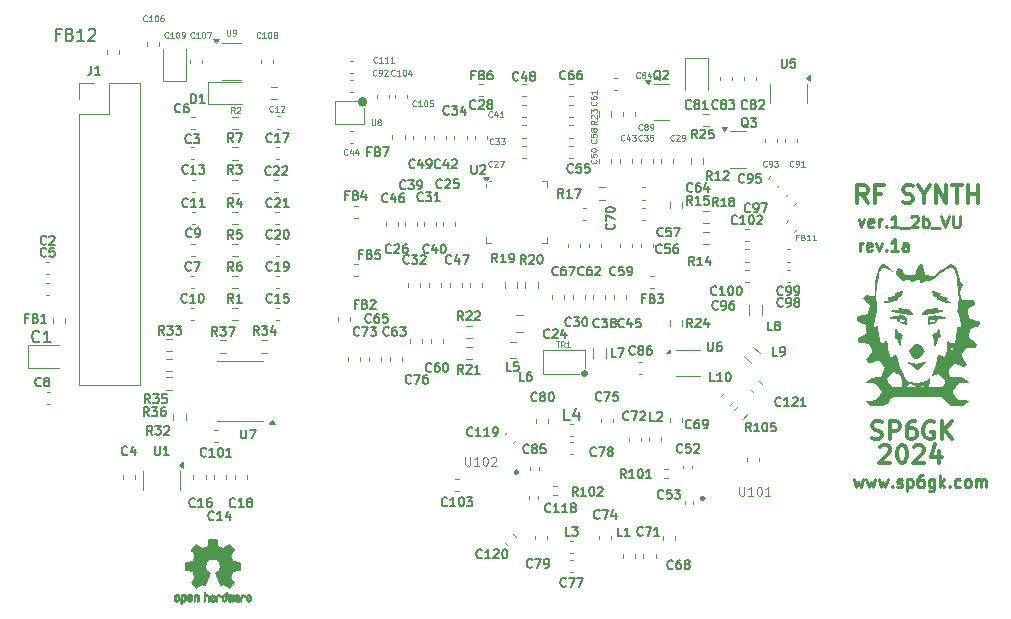
<source format=gbr>
%TF.GenerationSoftware,KiCad,Pcbnew,8.0.8-8.0.8-0~ubuntu22.04.1*%
%TF.CreationDate,2025-02-19T20:52:00+01:00*%
%TF.ProjectId,LO_synth_ADF4351_module,4c4f5f73-796e-4746-985f-414446343335,rev?*%
%TF.SameCoordinates,Original*%
%TF.FileFunction,Legend,Top*%
%TF.FilePolarity,Positive*%
%FSLAX46Y46*%
G04 Gerber Fmt 4.6, Leading zero omitted, Abs format (unit mm)*
G04 Created by KiCad (PCBNEW 8.0.8-8.0.8-0~ubuntu22.04.1) date 2025-02-19 20:52:00*
%MOMM*%
%LPD*%
G01*
G04 APERTURE LIST*
%ADD10C,0.375000*%
%ADD11C,0.250000*%
%ADD12C,0.150000*%
%ADD13C,0.125000*%
%ADD14C,0.100000*%
%ADD15C,0.120000*%
%ADD16C,0.300000*%
%ADD17C,0.010000*%
%ADD18C,0.400000*%
%ADD19C,0.000000*%
G04 APERTURE END LIST*
D10*
X137832424Y-71725500D02*
X138046710Y-71796928D01*
X138046710Y-71796928D02*
X138403852Y-71796928D01*
X138403852Y-71796928D02*
X138546710Y-71725500D01*
X138546710Y-71725500D02*
X138618138Y-71654071D01*
X138618138Y-71654071D02*
X138689567Y-71511214D01*
X138689567Y-71511214D02*
X138689567Y-71368357D01*
X138689567Y-71368357D02*
X138618138Y-71225500D01*
X138618138Y-71225500D02*
X138546710Y-71154071D01*
X138546710Y-71154071D02*
X138403852Y-71082642D01*
X138403852Y-71082642D02*
X138118138Y-71011214D01*
X138118138Y-71011214D02*
X137975281Y-70939785D01*
X137975281Y-70939785D02*
X137903852Y-70868357D01*
X137903852Y-70868357D02*
X137832424Y-70725500D01*
X137832424Y-70725500D02*
X137832424Y-70582642D01*
X137832424Y-70582642D02*
X137903852Y-70439785D01*
X137903852Y-70439785D02*
X137975281Y-70368357D01*
X137975281Y-70368357D02*
X138118138Y-70296928D01*
X138118138Y-70296928D02*
X138475281Y-70296928D01*
X138475281Y-70296928D02*
X138689567Y-70368357D01*
X139332423Y-71796928D02*
X139332423Y-70296928D01*
X139332423Y-70296928D02*
X139903852Y-70296928D01*
X139903852Y-70296928D02*
X140046709Y-70368357D01*
X140046709Y-70368357D02*
X140118138Y-70439785D01*
X140118138Y-70439785D02*
X140189566Y-70582642D01*
X140189566Y-70582642D02*
X140189566Y-70796928D01*
X140189566Y-70796928D02*
X140118138Y-70939785D01*
X140118138Y-70939785D02*
X140046709Y-71011214D01*
X140046709Y-71011214D02*
X139903852Y-71082642D01*
X139903852Y-71082642D02*
X139332423Y-71082642D01*
X141475281Y-70296928D02*
X141189566Y-70296928D01*
X141189566Y-70296928D02*
X141046709Y-70368357D01*
X141046709Y-70368357D02*
X140975281Y-70439785D01*
X140975281Y-70439785D02*
X140832423Y-70654071D01*
X140832423Y-70654071D02*
X140760995Y-70939785D01*
X140760995Y-70939785D02*
X140760995Y-71511214D01*
X140760995Y-71511214D02*
X140832423Y-71654071D01*
X140832423Y-71654071D02*
X140903852Y-71725500D01*
X140903852Y-71725500D02*
X141046709Y-71796928D01*
X141046709Y-71796928D02*
X141332423Y-71796928D01*
X141332423Y-71796928D02*
X141475281Y-71725500D01*
X141475281Y-71725500D02*
X141546709Y-71654071D01*
X141546709Y-71654071D02*
X141618138Y-71511214D01*
X141618138Y-71511214D02*
X141618138Y-71154071D01*
X141618138Y-71154071D02*
X141546709Y-71011214D01*
X141546709Y-71011214D02*
X141475281Y-70939785D01*
X141475281Y-70939785D02*
X141332423Y-70868357D01*
X141332423Y-70868357D02*
X141046709Y-70868357D01*
X141046709Y-70868357D02*
X140903852Y-70939785D01*
X140903852Y-70939785D02*
X140832423Y-71011214D01*
X140832423Y-71011214D02*
X140760995Y-71154071D01*
X143046709Y-70368357D02*
X142903852Y-70296928D01*
X142903852Y-70296928D02*
X142689566Y-70296928D01*
X142689566Y-70296928D02*
X142475280Y-70368357D01*
X142475280Y-70368357D02*
X142332423Y-70511214D01*
X142332423Y-70511214D02*
X142260994Y-70654071D01*
X142260994Y-70654071D02*
X142189566Y-70939785D01*
X142189566Y-70939785D02*
X142189566Y-71154071D01*
X142189566Y-71154071D02*
X142260994Y-71439785D01*
X142260994Y-71439785D02*
X142332423Y-71582642D01*
X142332423Y-71582642D02*
X142475280Y-71725500D01*
X142475280Y-71725500D02*
X142689566Y-71796928D01*
X142689566Y-71796928D02*
X142832423Y-71796928D01*
X142832423Y-71796928D02*
X143046709Y-71725500D01*
X143046709Y-71725500D02*
X143118137Y-71654071D01*
X143118137Y-71654071D02*
X143118137Y-71154071D01*
X143118137Y-71154071D02*
X142832423Y-71154071D01*
X143760994Y-71796928D02*
X143760994Y-70296928D01*
X144618137Y-71796928D02*
X143975280Y-70939785D01*
X144618137Y-70296928D02*
X143760994Y-71154071D01*
X137460995Y-51796928D02*
X136960995Y-51082642D01*
X136603852Y-51796928D02*
X136603852Y-50296928D01*
X136603852Y-50296928D02*
X137175281Y-50296928D01*
X137175281Y-50296928D02*
X137318138Y-50368357D01*
X137318138Y-50368357D02*
X137389567Y-50439785D01*
X137389567Y-50439785D02*
X137460995Y-50582642D01*
X137460995Y-50582642D02*
X137460995Y-50796928D01*
X137460995Y-50796928D02*
X137389567Y-50939785D01*
X137389567Y-50939785D02*
X137318138Y-51011214D01*
X137318138Y-51011214D02*
X137175281Y-51082642D01*
X137175281Y-51082642D02*
X136603852Y-51082642D01*
X138603852Y-51011214D02*
X138103852Y-51011214D01*
X138103852Y-51796928D02*
X138103852Y-50296928D01*
X138103852Y-50296928D02*
X138818138Y-50296928D01*
X140460995Y-51725500D02*
X140675281Y-51796928D01*
X140675281Y-51796928D02*
X141032423Y-51796928D01*
X141032423Y-51796928D02*
X141175281Y-51725500D01*
X141175281Y-51725500D02*
X141246709Y-51654071D01*
X141246709Y-51654071D02*
X141318138Y-51511214D01*
X141318138Y-51511214D02*
X141318138Y-51368357D01*
X141318138Y-51368357D02*
X141246709Y-51225500D01*
X141246709Y-51225500D02*
X141175281Y-51154071D01*
X141175281Y-51154071D02*
X141032423Y-51082642D01*
X141032423Y-51082642D02*
X140746709Y-51011214D01*
X140746709Y-51011214D02*
X140603852Y-50939785D01*
X140603852Y-50939785D02*
X140532423Y-50868357D01*
X140532423Y-50868357D02*
X140460995Y-50725500D01*
X140460995Y-50725500D02*
X140460995Y-50582642D01*
X140460995Y-50582642D02*
X140532423Y-50439785D01*
X140532423Y-50439785D02*
X140603852Y-50368357D01*
X140603852Y-50368357D02*
X140746709Y-50296928D01*
X140746709Y-50296928D02*
X141103852Y-50296928D01*
X141103852Y-50296928D02*
X141318138Y-50368357D01*
X142246709Y-51082642D02*
X142246709Y-51796928D01*
X141746709Y-50296928D02*
X142246709Y-51082642D01*
X142246709Y-51082642D02*
X142746709Y-50296928D01*
X143246708Y-51796928D02*
X143246708Y-50296928D01*
X143246708Y-50296928D02*
X144103851Y-51796928D01*
X144103851Y-51796928D02*
X144103851Y-50296928D01*
X144603852Y-50296928D02*
X145460995Y-50296928D01*
X145032423Y-51796928D02*
X145032423Y-50296928D01*
X145960994Y-51796928D02*
X145960994Y-50296928D01*
X145960994Y-51011214D02*
X146818137Y-51011214D01*
X146818137Y-51796928D02*
X146818137Y-50296928D01*
X138532424Y-72439785D02*
X138603852Y-72368357D01*
X138603852Y-72368357D02*
X138746710Y-72296928D01*
X138746710Y-72296928D02*
X139103852Y-72296928D01*
X139103852Y-72296928D02*
X139246710Y-72368357D01*
X139246710Y-72368357D02*
X139318138Y-72439785D01*
X139318138Y-72439785D02*
X139389567Y-72582642D01*
X139389567Y-72582642D02*
X139389567Y-72725500D01*
X139389567Y-72725500D02*
X139318138Y-72939785D01*
X139318138Y-72939785D02*
X138460995Y-73796928D01*
X138460995Y-73796928D02*
X139389567Y-73796928D01*
X140318138Y-72296928D02*
X140460995Y-72296928D01*
X140460995Y-72296928D02*
X140603852Y-72368357D01*
X140603852Y-72368357D02*
X140675281Y-72439785D01*
X140675281Y-72439785D02*
X140746709Y-72582642D01*
X140746709Y-72582642D02*
X140818138Y-72868357D01*
X140818138Y-72868357D02*
X140818138Y-73225500D01*
X140818138Y-73225500D02*
X140746709Y-73511214D01*
X140746709Y-73511214D02*
X140675281Y-73654071D01*
X140675281Y-73654071D02*
X140603852Y-73725500D01*
X140603852Y-73725500D02*
X140460995Y-73796928D01*
X140460995Y-73796928D02*
X140318138Y-73796928D01*
X140318138Y-73796928D02*
X140175281Y-73725500D01*
X140175281Y-73725500D02*
X140103852Y-73654071D01*
X140103852Y-73654071D02*
X140032423Y-73511214D01*
X140032423Y-73511214D02*
X139960995Y-73225500D01*
X139960995Y-73225500D02*
X139960995Y-72868357D01*
X139960995Y-72868357D02*
X140032423Y-72582642D01*
X140032423Y-72582642D02*
X140103852Y-72439785D01*
X140103852Y-72439785D02*
X140175281Y-72368357D01*
X140175281Y-72368357D02*
X140318138Y-72296928D01*
X141389566Y-72439785D02*
X141460994Y-72368357D01*
X141460994Y-72368357D02*
X141603852Y-72296928D01*
X141603852Y-72296928D02*
X141960994Y-72296928D01*
X141960994Y-72296928D02*
X142103852Y-72368357D01*
X142103852Y-72368357D02*
X142175280Y-72439785D01*
X142175280Y-72439785D02*
X142246709Y-72582642D01*
X142246709Y-72582642D02*
X142246709Y-72725500D01*
X142246709Y-72725500D02*
X142175280Y-72939785D01*
X142175280Y-72939785D02*
X141318137Y-73796928D01*
X141318137Y-73796928D02*
X142246709Y-73796928D01*
X143532423Y-72796928D02*
X143532423Y-73796928D01*
X143175280Y-72225500D02*
X142818137Y-73296928D01*
X142818137Y-73296928D02*
X143746708Y-73296928D01*
D11*
X136707330Y-53197952D02*
X136945425Y-53864619D01*
X136945425Y-53864619D02*
X137183520Y-53197952D01*
X137945425Y-53817000D02*
X137850187Y-53864619D01*
X137850187Y-53864619D02*
X137659711Y-53864619D01*
X137659711Y-53864619D02*
X137564473Y-53817000D01*
X137564473Y-53817000D02*
X137516854Y-53721761D01*
X137516854Y-53721761D02*
X137516854Y-53340809D01*
X137516854Y-53340809D02*
X137564473Y-53245571D01*
X137564473Y-53245571D02*
X137659711Y-53197952D01*
X137659711Y-53197952D02*
X137850187Y-53197952D01*
X137850187Y-53197952D02*
X137945425Y-53245571D01*
X137945425Y-53245571D02*
X137993044Y-53340809D01*
X137993044Y-53340809D02*
X137993044Y-53436047D01*
X137993044Y-53436047D02*
X137516854Y-53531285D01*
X138421616Y-53864619D02*
X138421616Y-53197952D01*
X138421616Y-53388428D02*
X138469235Y-53293190D01*
X138469235Y-53293190D02*
X138516854Y-53245571D01*
X138516854Y-53245571D02*
X138612092Y-53197952D01*
X138612092Y-53197952D02*
X138707330Y-53197952D01*
X139040664Y-53769380D02*
X139088283Y-53817000D01*
X139088283Y-53817000D02*
X139040664Y-53864619D01*
X139040664Y-53864619D02*
X138993045Y-53817000D01*
X138993045Y-53817000D02*
X139040664Y-53769380D01*
X139040664Y-53769380D02*
X139040664Y-53864619D01*
X140040663Y-53864619D02*
X139469235Y-53864619D01*
X139754949Y-53864619D02*
X139754949Y-52864619D01*
X139754949Y-52864619D02*
X139659711Y-53007476D01*
X139659711Y-53007476D02*
X139564473Y-53102714D01*
X139564473Y-53102714D02*
X139469235Y-53150333D01*
X140231140Y-53959857D02*
X140993044Y-53959857D01*
X141183521Y-52959857D02*
X141231140Y-52912238D01*
X141231140Y-52912238D02*
X141326378Y-52864619D01*
X141326378Y-52864619D02*
X141564473Y-52864619D01*
X141564473Y-52864619D02*
X141659711Y-52912238D01*
X141659711Y-52912238D02*
X141707330Y-52959857D01*
X141707330Y-52959857D02*
X141754949Y-53055095D01*
X141754949Y-53055095D02*
X141754949Y-53150333D01*
X141754949Y-53150333D02*
X141707330Y-53293190D01*
X141707330Y-53293190D02*
X141135902Y-53864619D01*
X141135902Y-53864619D02*
X141754949Y-53864619D01*
X142183521Y-53864619D02*
X142183521Y-52864619D01*
X142183521Y-53245571D02*
X142278759Y-53197952D01*
X142278759Y-53197952D02*
X142469235Y-53197952D01*
X142469235Y-53197952D02*
X142564473Y-53245571D01*
X142564473Y-53245571D02*
X142612092Y-53293190D01*
X142612092Y-53293190D02*
X142659711Y-53388428D01*
X142659711Y-53388428D02*
X142659711Y-53674142D01*
X142659711Y-53674142D02*
X142612092Y-53769380D01*
X142612092Y-53769380D02*
X142564473Y-53817000D01*
X142564473Y-53817000D02*
X142469235Y-53864619D01*
X142469235Y-53864619D02*
X142278759Y-53864619D01*
X142278759Y-53864619D02*
X142183521Y-53817000D01*
X142850188Y-53959857D02*
X143612092Y-53959857D01*
X143707331Y-52864619D02*
X144040664Y-53864619D01*
X144040664Y-53864619D02*
X144373997Y-52864619D01*
X144707331Y-52864619D02*
X144707331Y-53674142D01*
X144707331Y-53674142D02*
X144754950Y-53769380D01*
X144754950Y-53769380D02*
X144802569Y-53817000D01*
X144802569Y-53817000D02*
X144897807Y-53864619D01*
X144897807Y-53864619D02*
X145088283Y-53864619D01*
X145088283Y-53864619D02*
X145183521Y-53817000D01*
X145183521Y-53817000D02*
X145231140Y-53769380D01*
X145231140Y-53769380D02*
X145278759Y-53674142D01*
X145278759Y-53674142D02*
X145278759Y-52864619D01*
X136307330Y-75197952D02*
X136497806Y-75864619D01*
X136497806Y-75864619D02*
X136688282Y-75388428D01*
X136688282Y-75388428D02*
X136878758Y-75864619D01*
X136878758Y-75864619D02*
X137069234Y-75197952D01*
X137354949Y-75197952D02*
X137545425Y-75864619D01*
X137545425Y-75864619D02*
X137735901Y-75388428D01*
X137735901Y-75388428D02*
X137926377Y-75864619D01*
X137926377Y-75864619D02*
X138116853Y-75197952D01*
X138402568Y-75197952D02*
X138593044Y-75864619D01*
X138593044Y-75864619D02*
X138783520Y-75388428D01*
X138783520Y-75388428D02*
X138973996Y-75864619D01*
X138973996Y-75864619D02*
X139164472Y-75197952D01*
X139545425Y-75769380D02*
X139593044Y-75817000D01*
X139593044Y-75817000D02*
X139545425Y-75864619D01*
X139545425Y-75864619D02*
X139497806Y-75817000D01*
X139497806Y-75817000D02*
X139545425Y-75769380D01*
X139545425Y-75769380D02*
X139545425Y-75864619D01*
X139973996Y-75817000D02*
X140069234Y-75864619D01*
X140069234Y-75864619D02*
X140259710Y-75864619D01*
X140259710Y-75864619D02*
X140354948Y-75817000D01*
X140354948Y-75817000D02*
X140402567Y-75721761D01*
X140402567Y-75721761D02*
X140402567Y-75674142D01*
X140402567Y-75674142D02*
X140354948Y-75578904D01*
X140354948Y-75578904D02*
X140259710Y-75531285D01*
X140259710Y-75531285D02*
X140116853Y-75531285D01*
X140116853Y-75531285D02*
X140021615Y-75483666D01*
X140021615Y-75483666D02*
X139973996Y-75388428D01*
X139973996Y-75388428D02*
X139973996Y-75340809D01*
X139973996Y-75340809D02*
X140021615Y-75245571D01*
X140021615Y-75245571D02*
X140116853Y-75197952D01*
X140116853Y-75197952D02*
X140259710Y-75197952D01*
X140259710Y-75197952D02*
X140354948Y-75245571D01*
X140831139Y-75197952D02*
X140831139Y-76197952D01*
X140831139Y-75245571D02*
X140926377Y-75197952D01*
X140926377Y-75197952D02*
X141116853Y-75197952D01*
X141116853Y-75197952D02*
X141212091Y-75245571D01*
X141212091Y-75245571D02*
X141259710Y-75293190D01*
X141259710Y-75293190D02*
X141307329Y-75388428D01*
X141307329Y-75388428D02*
X141307329Y-75674142D01*
X141307329Y-75674142D02*
X141259710Y-75769380D01*
X141259710Y-75769380D02*
X141212091Y-75817000D01*
X141212091Y-75817000D02*
X141116853Y-75864619D01*
X141116853Y-75864619D02*
X140926377Y-75864619D01*
X140926377Y-75864619D02*
X140831139Y-75817000D01*
X142164472Y-74864619D02*
X141973996Y-74864619D01*
X141973996Y-74864619D02*
X141878758Y-74912238D01*
X141878758Y-74912238D02*
X141831139Y-74959857D01*
X141831139Y-74959857D02*
X141735901Y-75102714D01*
X141735901Y-75102714D02*
X141688282Y-75293190D01*
X141688282Y-75293190D02*
X141688282Y-75674142D01*
X141688282Y-75674142D02*
X141735901Y-75769380D01*
X141735901Y-75769380D02*
X141783520Y-75817000D01*
X141783520Y-75817000D02*
X141878758Y-75864619D01*
X141878758Y-75864619D02*
X142069234Y-75864619D01*
X142069234Y-75864619D02*
X142164472Y-75817000D01*
X142164472Y-75817000D02*
X142212091Y-75769380D01*
X142212091Y-75769380D02*
X142259710Y-75674142D01*
X142259710Y-75674142D02*
X142259710Y-75436047D01*
X142259710Y-75436047D02*
X142212091Y-75340809D01*
X142212091Y-75340809D02*
X142164472Y-75293190D01*
X142164472Y-75293190D02*
X142069234Y-75245571D01*
X142069234Y-75245571D02*
X141878758Y-75245571D01*
X141878758Y-75245571D02*
X141783520Y-75293190D01*
X141783520Y-75293190D02*
X141735901Y-75340809D01*
X141735901Y-75340809D02*
X141688282Y-75436047D01*
X143116853Y-75197952D02*
X143116853Y-76007476D01*
X143116853Y-76007476D02*
X143069234Y-76102714D01*
X143069234Y-76102714D02*
X143021615Y-76150333D01*
X143021615Y-76150333D02*
X142926377Y-76197952D01*
X142926377Y-76197952D02*
X142783520Y-76197952D01*
X142783520Y-76197952D02*
X142688282Y-76150333D01*
X143116853Y-75817000D02*
X143021615Y-75864619D01*
X143021615Y-75864619D02*
X142831139Y-75864619D01*
X142831139Y-75864619D02*
X142735901Y-75817000D01*
X142735901Y-75817000D02*
X142688282Y-75769380D01*
X142688282Y-75769380D02*
X142640663Y-75674142D01*
X142640663Y-75674142D02*
X142640663Y-75388428D01*
X142640663Y-75388428D02*
X142688282Y-75293190D01*
X142688282Y-75293190D02*
X142735901Y-75245571D01*
X142735901Y-75245571D02*
X142831139Y-75197952D01*
X142831139Y-75197952D02*
X143021615Y-75197952D01*
X143021615Y-75197952D02*
X143116853Y-75245571D01*
X143593044Y-75864619D02*
X143593044Y-74864619D01*
X143688282Y-75483666D02*
X143973996Y-75864619D01*
X143973996Y-75197952D02*
X143593044Y-75578904D01*
X144402568Y-75769380D02*
X144450187Y-75817000D01*
X144450187Y-75817000D02*
X144402568Y-75864619D01*
X144402568Y-75864619D02*
X144354949Y-75817000D01*
X144354949Y-75817000D02*
X144402568Y-75769380D01*
X144402568Y-75769380D02*
X144402568Y-75864619D01*
X145307329Y-75817000D02*
X145212091Y-75864619D01*
X145212091Y-75864619D02*
X145021615Y-75864619D01*
X145021615Y-75864619D02*
X144926377Y-75817000D01*
X144926377Y-75817000D02*
X144878758Y-75769380D01*
X144878758Y-75769380D02*
X144831139Y-75674142D01*
X144831139Y-75674142D02*
X144831139Y-75388428D01*
X144831139Y-75388428D02*
X144878758Y-75293190D01*
X144878758Y-75293190D02*
X144926377Y-75245571D01*
X144926377Y-75245571D02*
X145021615Y-75197952D01*
X145021615Y-75197952D02*
X145212091Y-75197952D01*
X145212091Y-75197952D02*
X145307329Y-75245571D01*
X145878758Y-75864619D02*
X145783520Y-75817000D01*
X145783520Y-75817000D02*
X145735901Y-75769380D01*
X145735901Y-75769380D02*
X145688282Y-75674142D01*
X145688282Y-75674142D02*
X145688282Y-75388428D01*
X145688282Y-75388428D02*
X145735901Y-75293190D01*
X145735901Y-75293190D02*
X145783520Y-75245571D01*
X145783520Y-75245571D02*
X145878758Y-75197952D01*
X145878758Y-75197952D02*
X146021615Y-75197952D01*
X146021615Y-75197952D02*
X146116853Y-75245571D01*
X146116853Y-75245571D02*
X146164472Y-75293190D01*
X146164472Y-75293190D02*
X146212091Y-75388428D01*
X146212091Y-75388428D02*
X146212091Y-75674142D01*
X146212091Y-75674142D02*
X146164472Y-75769380D01*
X146164472Y-75769380D02*
X146116853Y-75817000D01*
X146116853Y-75817000D02*
X146021615Y-75864619D01*
X146021615Y-75864619D02*
X145878758Y-75864619D01*
X146640663Y-75864619D02*
X146640663Y-75197952D01*
X146640663Y-75293190D02*
X146688282Y-75245571D01*
X146688282Y-75245571D02*
X146783520Y-75197952D01*
X146783520Y-75197952D02*
X146926377Y-75197952D01*
X146926377Y-75197952D02*
X147021615Y-75245571D01*
X147021615Y-75245571D02*
X147069234Y-75340809D01*
X147069234Y-75340809D02*
X147069234Y-75864619D01*
X147069234Y-75340809D02*
X147116853Y-75245571D01*
X147116853Y-75245571D02*
X147212091Y-75197952D01*
X147212091Y-75197952D02*
X147354948Y-75197952D01*
X147354948Y-75197952D02*
X147450187Y-75245571D01*
X147450187Y-75245571D02*
X147497806Y-75340809D01*
X147497806Y-75340809D02*
X147497806Y-75864619D01*
X136802568Y-55864619D02*
X136802568Y-55197952D01*
X136802568Y-55388428D02*
X136850187Y-55293190D01*
X136850187Y-55293190D02*
X136897806Y-55245571D01*
X136897806Y-55245571D02*
X136993044Y-55197952D01*
X136993044Y-55197952D02*
X137088282Y-55197952D01*
X137802568Y-55817000D02*
X137707330Y-55864619D01*
X137707330Y-55864619D02*
X137516854Y-55864619D01*
X137516854Y-55864619D02*
X137421616Y-55817000D01*
X137421616Y-55817000D02*
X137373997Y-55721761D01*
X137373997Y-55721761D02*
X137373997Y-55340809D01*
X137373997Y-55340809D02*
X137421616Y-55245571D01*
X137421616Y-55245571D02*
X137516854Y-55197952D01*
X137516854Y-55197952D02*
X137707330Y-55197952D01*
X137707330Y-55197952D02*
X137802568Y-55245571D01*
X137802568Y-55245571D02*
X137850187Y-55340809D01*
X137850187Y-55340809D02*
X137850187Y-55436047D01*
X137850187Y-55436047D02*
X137373997Y-55531285D01*
X138183521Y-55197952D02*
X138421616Y-55864619D01*
X138421616Y-55864619D02*
X138659711Y-55197952D01*
X139040664Y-55769380D02*
X139088283Y-55817000D01*
X139088283Y-55817000D02*
X139040664Y-55864619D01*
X139040664Y-55864619D02*
X138993045Y-55817000D01*
X138993045Y-55817000D02*
X139040664Y-55769380D01*
X139040664Y-55769380D02*
X139040664Y-55864619D01*
X140040663Y-55864619D02*
X139469235Y-55864619D01*
X139754949Y-55864619D02*
X139754949Y-54864619D01*
X139754949Y-54864619D02*
X139659711Y-55007476D01*
X139659711Y-55007476D02*
X139564473Y-55102714D01*
X139564473Y-55102714D02*
X139469235Y-55150333D01*
X140897806Y-55864619D02*
X140897806Y-55340809D01*
X140897806Y-55340809D02*
X140850187Y-55245571D01*
X140850187Y-55245571D02*
X140754949Y-55197952D01*
X140754949Y-55197952D02*
X140564473Y-55197952D01*
X140564473Y-55197952D02*
X140469235Y-55245571D01*
X140897806Y-55817000D02*
X140802568Y-55864619D01*
X140802568Y-55864619D02*
X140564473Y-55864619D01*
X140564473Y-55864619D02*
X140469235Y-55817000D01*
X140469235Y-55817000D02*
X140421616Y-55721761D01*
X140421616Y-55721761D02*
X140421616Y-55626523D01*
X140421616Y-55626523D02*
X140469235Y-55531285D01*
X140469235Y-55531285D02*
X140564473Y-55483666D01*
X140564473Y-55483666D02*
X140802568Y-55483666D01*
X140802568Y-55483666D02*
X140897806Y-55436047D01*
D12*
X98317856Y-50567735D02*
X98282142Y-50603450D01*
X98282142Y-50603450D02*
X98174999Y-50639164D01*
X98174999Y-50639164D02*
X98103571Y-50639164D01*
X98103571Y-50639164D02*
X97996428Y-50603450D01*
X97996428Y-50603450D02*
X97924999Y-50532021D01*
X97924999Y-50532021D02*
X97889285Y-50460592D01*
X97889285Y-50460592D02*
X97853571Y-50317735D01*
X97853571Y-50317735D02*
X97853571Y-50210592D01*
X97853571Y-50210592D02*
X97889285Y-50067735D01*
X97889285Y-50067735D02*
X97924999Y-49996307D01*
X97924999Y-49996307D02*
X97996428Y-49924878D01*
X97996428Y-49924878D02*
X98103571Y-49889164D01*
X98103571Y-49889164D02*
X98174999Y-49889164D01*
X98174999Y-49889164D02*
X98282142Y-49924878D01*
X98282142Y-49924878D02*
X98317856Y-49960592D01*
X98567856Y-49889164D02*
X99032142Y-49889164D01*
X99032142Y-49889164D02*
X98782142Y-50174878D01*
X98782142Y-50174878D02*
X98889285Y-50174878D01*
X98889285Y-50174878D02*
X98960714Y-50210592D01*
X98960714Y-50210592D02*
X98996428Y-50246307D01*
X98996428Y-50246307D02*
X99032142Y-50317735D01*
X99032142Y-50317735D02*
X99032142Y-50496307D01*
X99032142Y-50496307D02*
X98996428Y-50567735D01*
X98996428Y-50567735D02*
X98960714Y-50603450D01*
X98960714Y-50603450D02*
X98889285Y-50639164D01*
X98889285Y-50639164D02*
X98674999Y-50639164D01*
X98674999Y-50639164D02*
X98603571Y-50603450D01*
X98603571Y-50603450D02*
X98567856Y-50567735D01*
X99389285Y-50639164D02*
X99532142Y-50639164D01*
X99532142Y-50639164D02*
X99603571Y-50603450D01*
X99603571Y-50603450D02*
X99639285Y-50567735D01*
X99639285Y-50567735D02*
X99710714Y-50460592D01*
X99710714Y-50460592D02*
X99746428Y-50317735D01*
X99746428Y-50317735D02*
X99746428Y-50032021D01*
X99746428Y-50032021D02*
X99710714Y-49960592D01*
X99710714Y-49960592D02*
X99675000Y-49924878D01*
X99675000Y-49924878D02*
X99603571Y-49889164D01*
X99603571Y-49889164D02*
X99460714Y-49889164D01*
X99460714Y-49889164D02*
X99389285Y-49924878D01*
X99389285Y-49924878D02*
X99353571Y-49960592D01*
X99353571Y-49960592D02*
X99317857Y-50032021D01*
X99317857Y-50032021D02*
X99317857Y-50210592D01*
X99317857Y-50210592D02*
X99353571Y-50282021D01*
X99353571Y-50282021D02*
X99389285Y-50317735D01*
X99389285Y-50317735D02*
X99460714Y-50353450D01*
X99460714Y-50353450D02*
X99603571Y-50353450D01*
X99603571Y-50353450D02*
X99675000Y-50317735D01*
X99675000Y-50317735D02*
X99710714Y-50282021D01*
X99710714Y-50282021D02*
X99746428Y-50210592D01*
X97117856Y-55967735D02*
X97082142Y-56003450D01*
X97082142Y-56003450D02*
X96974999Y-56039164D01*
X96974999Y-56039164D02*
X96903571Y-56039164D01*
X96903571Y-56039164D02*
X96796428Y-56003450D01*
X96796428Y-56003450D02*
X96724999Y-55932021D01*
X96724999Y-55932021D02*
X96689285Y-55860592D01*
X96689285Y-55860592D02*
X96653571Y-55717735D01*
X96653571Y-55717735D02*
X96653571Y-55610592D01*
X96653571Y-55610592D02*
X96689285Y-55467735D01*
X96689285Y-55467735D02*
X96724999Y-55396307D01*
X96724999Y-55396307D02*
X96796428Y-55324878D01*
X96796428Y-55324878D02*
X96903571Y-55289164D01*
X96903571Y-55289164D02*
X96974999Y-55289164D01*
X96974999Y-55289164D02*
X97082142Y-55324878D01*
X97082142Y-55324878D02*
X97117856Y-55360592D01*
X97403571Y-55360592D02*
X97439285Y-55324878D01*
X97439285Y-55324878D02*
X97510714Y-55289164D01*
X97510714Y-55289164D02*
X97689285Y-55289164D01*
X97689285Y-55289164D02*
X97760714Y-55324878D01*
X97760714Y-55324878D02*
X97796428Y-55360592D01*
X97796428Y-55360592D02*
X97832142Y-55432021D01*
X97832142Y-55432021D02*
X97832142Y-55503450D01*
X97832142Y-55503450D02*
X97796428Y-55610592D01*
X97796428Y-55610592D02*
X97367856Y-56039164D01*
X97367856Y-56039164D02*
X97832142Y-56039164D01*
X98475000Y-55289164D02*
X98332142Y-55289164D01*
X98332142Y-55289164D02*
X98260714Y-55324878D01*
X98260714Y-55324878D02*
X98225000Y-55360592D01*
X98225000Y-55360592D02*
X98153571Y-55467735D01*
X98153571Y-55467735D02*
X98117857Y-55610592D01*
X98117857Y-55610592D02*
X98117857Y-55896307D01*
X98117857Y-55896307D02*
X98153571Y-55967735D01*
X98153571Y-55967735D02*
X98189285Y-56003450D01*
X98189285Y-56003450D02*
X98260714Y-56039164D01*
X98260714Y-56039164D02*
X98403571Y-56039164D01*
X98403571Y-56039164D02*
X98475000Y-56003450D01*
X98475000Y-56003450D02*
X98510714Y-55967735D01*
X98510714Y-55967735D02*
X98546428Y-55896307D01*
X98546428Y-55896307D02*
X98546428Y-55717735D01*
X98546428Y-55717735D02*
X98510714Y-55646307D01*
X98510714Y-55646307D02*
X98475000Y-55610592D01*
X98475000Y-55610592D02*
X98403571Y-55574878D01*
X98403571Y-55574878D02*
X98260714Y-55574878D01*
X98260714Y-55574878D02*
X98189285Y-55610592D01*
X98189285Y-55610592D02*
X98153571Y-55646307D01*
X98153571Y-55646307D02*
X98117857Y-55717735D01*
X82117856Y-78573985D02*
X82082142Y-78609700D01*
X82082142Y-78609700D02*
X81974999Y-78645414D01*
X81974999Y-78645414D02*
X81903571Y-78645414D01*
X81903571Y-78645414D02*
X81796428Y-78609700D01*
X81796428Y-78609700D02*
X81724999Y-78538271D01*
X81724999Y-78538271D02*
X81689285Y-78466842D01*
X81689285Y-78466842D02*
X81653571Y-78323985D01*
X81653571Y-78323985D02*
X81653571Y-78216842D01*
X81653571Y-78216842D02*
X81689285Y-78073985D01*
X81689285Y-78073985D02*
X81724999Y-78002557D01*
X81724999Y-78002557D02*
X81796428Y-77931128D01*
X81796428Y-77931128D02*
X81903571Y-77895414D01*
X81903571Y-77895414D02*
X81974999Y-77895414D01*
X81974999Y-77895414D02*
X82082142Y-77931128D01*
X82082142Y-77931128D02*
X82117856Y-77966842D01*
X82832142Y-78645414D02*
X82403571Y-78645414D01*
X82617856Y-78645414D02*
X82617856Y-77895414D01*
X82617856Y-77895414D02*
X82546428Y-78002557D01*
X82546428Y-78002557D02*
X82474999Y-78073985D01*
X82474999Y-78073985D02*
X82403571Y-78109700D01*
X83475000Y-78145414D02*
X83475000Y-78645414D01*
X83296428Y-77859700D02*
X83117857Y-78395414D01*
X83117857Y-78395414D02*
X83582142Y-78395414D01*
X124767856Y-52089164D02*
X124517856Y-51732021D01*
X124339285Y-52089164D02*
X124339285Y-51339164D01*
X124339285Y-51339164D02*
X124624999Y-51339164D01*
X124624999Y-51339164D02*
X124696428Y-51374878D01*
X124696428Y-51374878D02*
X124732142Y-51410592D01*
X124732142Y-51410592D02*
X124767856Y-51482021D01*
X124767856Y-51482021D02*
X124767856Y-51589164D01*
X124767856Y-51589164D02*
X124732142Y-51660592D01*
X124732142Y-51660592D02*
X124696428Y-51696307D01*
X124696428Y-51696307D02*
X124624999Y-51732021D01*
X124624999Y-51732021D02*
X124339285Y-51732021D01*
X125482142Y-52089164D02*
X125053571Y-52089164D01*
X125267856Y-52089164D02*
X125267856Y-51339164D01*
X125267856Y-51339164D02*
X125196428Y-51446307D01*
X125196428Y-51446307D02*
X125124999Y-51517735D01*
X125124999Y-51517735D02*
X125053571Y-51553450D01*
X125910714Y-51660592D02*
X125839285Y-51624878D01*
X125839285Y-51624878D02*
X125803571Y-51589164D01*
X125803571Y-51589164D02*
X125767857Y-51517735D01*
X125767857Y-51517735D02*
X125767857Y-51482021D01*
X125767857Y-51482021D02*
X125803571Y-51410592D01*
X125803571Y-51410592D02*
X125839285Y-51374878D01*
X125839285Y-51374878D02*
X125910714Y-51339164D01*
X125910714Y-51339164D02*
X126053571Y-51339164D01*
X126053571Y-51339164D02*
X126125000Y-51374878D01*
X126125000Y-51374878D02*
X126160714Y-51410592D01*
X126160714Y-51410592D02*
X126196428Y-51482021D01*
X126196428Y-51482021D02*
X126196428Y-51517735D01*
X126196428Y-51517735D02*
X126160714Y-51589164D01*
X126160714Y-51589164D02*
X126125000Y-51624878D01*
X126125000Y-51624878D02*
X126053571Y-51660592D01*
X126053571Y-51660592D02*
X125910714Y-51660592D01*
X125910714Y-51660592D02*
X125839285Y-51696307D01*
X125839285Y-51696307D02*
X125803571Y-51732021D01*
X125803571Y-51732021D02*
X125767857Y-51803450D01*
X125767857Y-51803450D02*
X125767857Y-51946307D01*
X125767857Y-51946307D02*
X125803571Y-52017735D01*
X125803571Y-52017735D02*
X125839285Y-52053450D01*
X125839285Y-52053450D02*
X125910714Y-52089164D01*
X125910714Y-52089164D02*
X126053571Y-52089164D01*
X126053571Y-52089164D02*
X126125000Y-52053450D01*
X126125000Y-52053450D02*
X126160714Y-52017735D01*
X126160714Y-52017735D02*
X126196428Y-51946307D01*
X126196428Y-51946307D02*
X126196428Y-51803450D01*
X126196428Y-51803450D02*
X126160714Y-51732021D01*
X126160714Y-51732021D02*
X126125000Y-51696307D01*
X126125000Y-51696307D02*
X126053571Y-51660592D01*
X130267856Y-60517735D02*
X130232142Y-60553450D01*
X130232142Y-60553450D02*
X130124999Y-60589164D01*
X130124999Y-60589164D02*
X130053571Y-60589164D01*
X130053571Y-60589164D02*
X129946428Y-60553450D01*
X129946428Y-60553450D02*
X129874999Y-60482021D01*
X129874999Y-60482021D02*
X129839285Y-60410592D01*
X129839285Y-60410592D02*
X129803571Y-60267735D01*
X129803571Y-60267735D02*
X129803571Y-60160592D01*
X129803571Y-60160592D02*
X129839285Y-60017735D01*
X129839285Y-60017735D02*
X129874999Y-59946307D01*
X129874999Y-59946307D02*
X129946428Y-59874878D01*
X129946428Y-59874878D02*
X130053571Y-59839164D01*
X130053571Y-59839164D02*
X130124999Y-59839164D01*
X130124999Y-59839164D02*
X130232142Y-59874878D01*
X130232142Y-59874878D02*
X130267856Y-59910592D01*
X130624999Y-60589164D02*
X130767856Y-60589164D01*
X130767856Y-60589164D02*
X130839285Y-60553450D01*
X130839285Y-60553450D02*
X130874999Y-60517735D01*
X130874999Y-60517735D02*
X130946428Y-60410592D01*
X130946428Y-60410592D02*
X130982142Y-60267735D01*
X130982142Y-60267735D02*
X130982142Y-59982021D01*
X130982142Y-59982021D02*
X130946428Y-59910592D01*
X130946428Y-59910592D02*
X130910714Y-59874878D01*
X130910714Y-59874878D02*
X130839285Y-59839164D01*
X130839285Y-59839164D02*
X130696428Y-59839164D01*
X130696428Y-59839164D02*
X130624999Y-59874878D01*
X130624999Y-59874878D02*
X130589285Y-59910592D01*
X130589285Y-59910592D02*
X130553571Y-59982021D01*
X130553571Y-59982021D02*
X130553571Y-60160592D01*
X130553571Y-60160592D02*
X130589285Y-60232021D01*
X130589285Y-60232021D02*
X130624999Y-60267735D01*
X130624999Y-60267735D02*
X130696428Y-60303450D01*
X130696428Y-60303450D02*
X130839285Y-60303450D01*
X130839285Y-60303450D02*
X130910714Y-60267735D01*
X130910714Y-60267735D02*
X130946428Y-60232021D01*
X130946428Y-60232021D02*
X130982142Y-60160592D01*
X131410714Y-60160592D02*
X131339285Y-60124878D01*
X131339285Y-60124878D02*
X131303571Y-60089164D01*
X131303571Y-60089164D02*
X131267857Y-60017735D01*
X131267857Y-60017735D02*
X131267857Y-59982021D01*
X131267857Y-59982021D02*
X131303571Y-59910592D01*
X131303571Y-59910592D02*
X131339285Y-59874878D01*
X131339285Y-59874878D02*
X131410714Y-59839164D01*
X131410714Y-59839164D02*
X131553571Y-59839164D01*
X131553571Y-59839164D02*
X131625000Y-59874878D01*
X131625000Y-59874878D02*
X131660714Y-59910592D01*
X131660714Y-59910592D02*
X131696428Y-59982021D01*
X131696428Y-59982021D02*
X131696428Y-60017735D01*
X131696428Y-60017735D02*
X131660714Y-60089164D01*
X131660714Y-60089164D02*
X131625000Y-60124878D01*
X131625000Y-60124878D02*
X131553571Y-60160592D01*
X131553571Y-60160592D02*
X131410714Y-60160592D01*
X131410714Y-60160592D02*
X131339285Y-60196307D01*
X131339285Y-60196307D02*
X131303571Y-60232021D01*
X131303571Y-60232021D02*
X131267857Y-60303450D01*
X131267857Y-60303450D02*
X131267857Y-60446307D01*
X131267857Y-60446307D02*
X131303571Y-60517735D01*
X131303571Y-60517735D02*
X131339285Y-60553450D01*
X131339285Y-60553450D02*
X131410714Y-60589164D01*
X131410714Y-60589164D02*
X131553571Y-60589164D01*
X131553571Y-60589164D02*
X131625000Y-60553450D01*
X131625000Y-60553450D02*
X131660714Y-60517735D01*
X131660714Y-60517735D02*
X131696428Y-60446307D01*
X131696428Y-60446307D02*
X131696428Y-60303450D01*
X131696428Y-60303450D02*
X131660714Y-60232021D01*
X131660714Y-60232021D02*
X131625000Y-60196307D01*
X131625000Y-60196307D02*
X131553571Y-60160592D01*
D13*
X114477190Y-46421428D02*
X114501000Y-46445237D01*
X114501000Y-46445237D02*
X114524809Y-46516666D01*
X114524809Y-46516666D02*
X114524809Y-46564285D01*
X114524809Y-46564285D02*
X114501000Y-46635713D01*
X114501000Y-46635713D02*
X114453380Y-46683332D01*
X114453380Y-46683332D02*
X114405761Y-46707142D01*
X114405761Y-46707142D02*
X114310523Y-46730951D01*
X114310523Y-46730951D02*
X114239095Y-46730951D01*
X114239095Y-46730951D02*
X114143857Y-46707142D01*
X114143857Y-46707142D02*
X114096238Y-46683332D01*
X114096238Y-46683332D02*
X114048619Y-46635713D01*
X114048619Y-46635713D02*
X114024809Y-46564285D01*
X114024809Y-46564285D02*
X114024809Y-46516666D01*
X114024809Y-46516666D02*
X114048619Y-46445237D01*
X114048619Y-46445237D02*
X114072428Y-46421428D01*
X114024809Y-45969047D02*
X114024809Y-46207142D01*
X114024809Y-46207142D02*
X114262904Y-46230951D01*
X114262904Y-46230951D02*
X114239095Y-46207142D01*
X114239095Y-46207142D02*
X114215285Y-46159523D01*
X114215285Y-46159523D02*
X114215285Y-46040475D01*
X114215285Y-46040475D02*
X114239095Y-45992856D01*
X114239095Y-45992856D02*
X114262904Y-45969047D01*
X114262904Y-45969047D02*
X114310523Y-45945237D01*
X114310523Y-45945237D02*
X114429571Y-45945237D01*
X114429571Y-45945237D02*
X114477190Y-45969047D01*
X114477190Y-45969047D02*
X114501000Y-45992856D01*
X114501000Y-45992856D02*
X114524809Y-46040475D01*
X114524809Y-46040475D02*
X114524809Y-46159523D01*
X114524809Y-46159523D02*
X114501000Y-46207142D01*
X114501000Y-46207142D02*
X114477190Y-46230951D01*
X114239095Y-45659523D02*
X114215285Y-45707142D01*
X114215285Y-45707142D02*
X114191476Y-45730952D01*
X114191476Y-45730952D02*
X114143857Y-45754761D01*
X114143857Y-45754761D02*
X114120047Y-45754761D01*
X114120047Y-45754761D02*
X114072428Y-45730952D01*
X114072428Y-45730952D02*
X114048619Y-45707142D01*
X114048619Y-45707142D02*
X114024809Y-45659523D01*
X114024809Y-45659523D02*
X114024809Y-45564285D01*
X114024809Y-45564285D02*
X114048619Y-45516666D01*
X114048619Y-45516666D02*
X114072428Y-45492857D01*
X114072428Y-45492857D02*
X114120047Y-45469047D01*
X114120047Y-45469047D02*
X114143857Y-45469047D01*
X114143857Y-45469047D02*
X114191476Y-45492857D01*
X114191476Y-45492857D02*
X114215285Y-45516666D01*
X114215285Y-45516666D02*
X114239095Y-45564285D01*
X114239095Y-45564285D02*
X114239095Y-45659523D01*
X114239095Y-45659523D02*
X114262904Y-45707142D01*
X114262904Y-45707142D02*
X114286714Y-45730952D01*
X114286714Y-45730952D02*
X114334333Y-45754761D01*
X114334333Y-45754761D02*
X114429571Y-45754761D01*
X114429571Y-45754761D02*
X114477190Y-45730952D01*
X114477190Y-45730952D02*
X114501000Y-45707142D01*
X114501000Y-45707142D02*
X114524809Y-45659523D01*
X114524809Y-45659523D02*
X114524809Y-45564285D01*
X114524809Y-45564285D02*
X114501000Y-45516666D01*
X114501000Y-45516666D02*
X114477190Y-45492857D01*
X114477190Y-45492857D02*
X114429571Y-45469047D01*
X114429571Y-45469047D02*
X114334333Y-45469047D01*
X114334333Y-45469047D02*
X114286714Y-45492857D01*
X114286714Y-45492857D02*
X114262904Y-45516666D01*
X114262904Y-45516666D02*
X114239095Y-45564285D01*
D12*
X103217856Y-66239164D02*
X102967856Y-65882021D01*
X102789285Y-66239164D02*
X102789285Y-65489164D01*
X102789285Y-65489164D02*
X103074999Y-65489164D01*
X103074999Y-65489164D02*
X103146428Y-65524878D01*
X103146428Y-65524878D02*
X103182142Y-65560592D01*
X103182142Y-65560592D02*
X103217856Y-65632021D01*
X103217856Y-65632021D02*
X103217856Y-65739164D01*
X103217856Y-65739164D02*
X103182142Y-65810592D01*
X103182142Y-65810592D02*
X103146428Y-65846307D01*
X103146428Y-65846307D02*
X103074999Y-65882021D01*
X103074999Y-65882021D02*
X102789285Y-65882021D01*
X103503571Y-65560592D02*
X103539285Y-65524878D01*
X103539285Y-65524878D02*
X103610714Y-65489164D01*
X103610714Y-65489164D02*
X103789285Y-65489164D01*
X103789285Y-65489164D02*
X103860714Y-65524878D01*
X103860714Y-65524878D02*
X103896428Y-65560592D01*
X103896428Y-65560592D02*
X103932142Y-65632021D01*
X103932142Y-65632021D02*
X103932142Y-65703450D01*
X103932142Y-65703450D02*
X103896428Y-65810592D01*
X103896428Y-65810592D02*
X103467856Y-66239164D01*
X103467856Y-66239164D02*
X103932142Y-66239164D01*
X104646428Y-66239164D02*
X104217857Y-66239164D01*
X104432142Y-66239164D02*
X104432142Y-65489164D01*
X104432142Y-65489164D02*
X104360714Y-65596307D01*
X104360714Y-65596307D02*
X104289285Y-65667735D01*
X104289285Y-65667735D02*
X104217857Y-65703450D01*
X108767856Y-72917735D02*
X108732142Y-72953450D01*
X108732142Y-72953450D02*
X108624999Y-72989164D01*
X108624999Y-72989164D02*
X108553571Y-72989164D01*
X108553571Y-72989164D02*
X108446428Y-72953450D01*
X108446428Y-72953450D02*
X108374999Y-72882021D01*
X108374999Y-72882021D02*
X108339285Y-72810592D01*
X108339285Y-72810592D02*
X108303571Y-72667735D01*
X108303571Y-72667735D02*
X108303571Y-72560592D01*
X108303571Y-72560592D02*
X108339285Y-72417735D01*
X108339285Y-72417735D02*
X108374999Y-72346307D01*
X108374999Y-72346307D02*
X108446428Y-72274878D01*
X108446428Y-72274878D02*
X108553571Y-72239164D01*
X108553571Y-72239164D02*
X108624999Y-72239164D01*
X108624999Y-72239164D02*
X108732142Y-72274878D01*
X108732142Y-72274878D02*
X108767856Y-72310592D01*
X109196428Y-72560592D02*
X109124999Y-72524878D01*
X109124999Y-72524878D02*
X109089285Y-72489164D01*
X109089285Y-72489164D02*
X109053571Y-72417735D01*
X109053571Y-72417735D02*
X109053571Y-72382021D01*
X109053571Y-72382021D02*
X109089285Y-72310592D01*
X109089285Y-72310592D02*
X109124999Y-72274878D01*
X109124999Y-72274878D02*
X109196428Y-72239164D01*
X109196428Y-72239164D02*
X109339285Y-72239164D01*
X109339285Y-72239164D02*
X109410714Y-72274878D01*
X109410714Y-72274878D02*
X109446428Y-72310592D01*
X109446428Y-72310592D02*
X109482142Y-72382021D01*
X109482142Y-72382021D02*
X109482142Y-72417735D01*
X109482142Y-72417735D02*
X109446428Y-72489164D01*
X109446428Y-72489164D02*
X109410714Y-72524878D01*
X109410714Y-72524878D02*
X109339285Y-72560592D01*
X109339285Y-72560592D02*
X109196428Y-72560592D01*
X109196428Y-72560592D02*
X109124999Y-72596307D01*
X109124999Y-72596307D02*
X109089285Y-72632021D01*
X109089285Y-72632021D02*
X109053571Y-72703450D01*
X109053571Y-72703450D02*
X109053571Y-72846307D01*
X109053571Y-72846307D02*
X109089285Y-72917735D01*
X109089285Y-72917735D02*
X109124999Y-72953450D01*
X109124999Y-72953450D02*
X109196428Y-72989164D01*
X109196428Y-72989164D02*
X109339285Y-72989164D01*
X109339285Y-72989164D02*
X109410714Y-72953450D01*
X109410714Y-72953450D02*
X109446428Y-72917735D01*
X109446428Y-72917735D02*
X109482142Y-72846307D01*
X109482142Y-72846307D02*
X109482142Y-72703450D01*
X109482142Y-72703450D02*
X109446428Y-72632021D01*
X109446428Y-72632021D02*
X109410714Y-72596307D01*
X109410714Y-72596307D02*
X109339285Y-72560592D01*
X110160714Y-72239164D02*
X109803571Y-72239164D01*
X109803571Y-72239164D02*
X109767857Y-72596307D01*
X109767857Y-72596307D02*
X109803571Y-72560592D01*
X109803571Y-72560592D02*
X109875000Y-72524878D01*
X109875000Y-72524878D02*
X110053571Y-72524878D01*
X110053571Y-72524878D02*
X110125000Y-72560592D01*
X110125000Y-72560592D02*
X110160714Y-72596307D01*
X110160714Y-72596307D02*
X110196428Y-72667735D01*
X110196428Y-72667735D02*
X110196428Y-72846307D01*
X110196428Y-72846307D02*
X110160714Y-72917735D01*
X110160714Y-72917735D02*
X110125000Y-72953450D01*
X110125000Y-72953450D02*
X110053571Y-72989164D01*
X110053571Y-72989164D02*
X109875000Y-72989164D01*
X109875000Y-72989164D02*
X109803571Y-72953450D01*
X109803571Y-72953450D02*
X109767857Y-72917735D01*
D13*
X99240476Y-43577190D02*
X99216667Y-43601000D01*
X99216667Y-43601000D02*
X99145238Y-43624809D01*
X99145238Y-43624809D02*
X99097619Y-43624809D01*
X99097619Y-43624809D02*
X99026191Y-43601000D01*
X99026191Y-43601000D02*
X98978572Y-43553380D01*
X98978572Y-43553380D02*
X98954762Y-43505761D01*
X98954762Y-43505761D02*
X98930953Y-43410523D01*
X98930953Y-43410523D02*
X98930953Y-43339095D01*
X98930953Y-43339095D02*
X98954762Y-43243857D01*
X98954762Y-43243857D02*
X98978572Y-43196238D01*
X98978572Y-43196238D02*
X99026191Y-43148619D01*
X99026191Y-43148619D02*
X99097619Y-43124809D01*
X99097619Y-43124809D02*
X99145238Y-43124809D01*
X99145238Y-43124809D02*
X99216667Y-43148619D01*
X99216667Y-43148619D02*
X99240476Y-43172428D01*
X99716667Y-43624809D02*
X99430953Y-43624809D01*
X99573810Y-43624809D02*
X99573810Y-43124809D01*
X99573810Y-43124809D02*
X99526191Y-43196238D01*
X99526191Y-43196238D02*
X99478572Y-43243857D01*
X99478572Y-43243857D02*
X99430953Y-43267666D01*
X100026190Y-43124809D02*
X100073809Y-43124809D01*
X100073809Y-43124809D02*
X100121428Y-43148619D01*
X100121428Y-43148619D02*
X100145238Y-43172428D01*
X100145238Y-43172428D02*
X100169047Y-43220047D01*
X100169047Y-43220047D02*
X100192857Y-43315285D01*
X100192857Y-43315285D02*
X100192857Y-43434333D01*
X100192857Y-43434333D02*
X100169047Y-43529571D01*
X100169047Y-43529571D02*
X100145238Y-43577190D01*
X100145238Y-43577190D02*
X100121428Y-43601000D01*
X100121428Y-43601000D02*
X100073809Y-43624809D01*
X100073809Y-43624809D02*
X100026190Y-43624809D01*
X100026190Y-43624809D02*
X99978571Y-43601000D01*
X99978571Y-43601000D02*
X99954762Y-43577190D01*
X99954762Y-43577190D02*
X99930952Y-43529571D01*
X99930952Y-43529571D02*
X99907143Y-43434333D01*
X99907143Y-43434333D02*
X99907143Y-43315285D01*
X99907143Y-43315285D02*
X99930952Y-43220047D01*
X99930952Y-43220047D02*
X99954762Y-43172428D01*
X99954762Y-43172428D02*
X99978571Y-43148619D01*
X99978571Y-43148619D02*
X100026190Y-43124809D01*
X100645237Y-43124809D02*
X100407142Y-43124809D01*
X100407142Y-43124809D02*
X100383333Y-43362904D01*
X100383333Y-43362904D02*
X100407142Y-43339095D01*
X100407142Y-43339095D02*
X100454761Y-43315285D01*
X100454761Y-43315285D02*
X100573809Y-43315285D01*
X100573809Y-43315285D02*
X100621428Y-43339095D01*
X100621428Y-43339095D02*
X100645237Y-43362904D01*
X100645237Y-43362904D02*
X100669047Y-43410523D01*
X100669047Y-43410523D02*
X100669047Y-43529571D01*
X100669047Y-43529571D02*
X100645237Y-43577190D01*
X100645237Y-43577190D02*
X100621428Y-43601000D01*
X100621428Y-43601000D02*
X100573809Y-43624809D01*
X100573809Y-43624809D02*
X100454761Y-43624809D01*
X100454761Y-43624809D02*
X100407142Y-43601000D01*
X100407142Y-43601000D02*
X100383333Y-43577190D01*
D12*
X122517856Y-70817735D02*
X122482142Y-70853450D01*
X122482142Y-70853450D02*
X122374999Y-70889164D01*
X122374999Y-70889164D02*
X122303571Y-70889164D01*
X122303571Y-70889164D02*
X122196428Y-70853450D01*
X122196428Y-70853450D02*
X122124999Y-70782021D01*
X122124999Y-70782021D02*
X122089285Y-70710592D01*
X122089285Y-70710592D02*
X122053571Y-70567735D01*
X122053571Y-70567735D02*
X122053571Y-70460592D01*
X122053571Y-70460592D02*
X122089285Y-70317735D01*
X122089285Y-70317735D02*
X122124999Y-70246307D01*
X122124999Y-70246307D02*
X122196428Y-70174878D01*
X122196428Y-70174878D02*
X122303571Y-70139164D01*
X122303571Y-70139164D02*
X122374999Y-70139164D01*
X122374999Y-70139164D02*
X122482142Y-70174878D01*
X122482142Y-70174878D02*
X122517856Y-70210592D01*
X123160714Y-70139164D02*
X123017856Y-70139164D01*
X123017856Y-70139164D02*
X122946428Y-70174878D01*
X122946428Y-70174878D02*
X122910714Y-70210592D01*
X122910714Y-70210592D02*
X122839285Y-70317735D01*
X122839285Y-70317735D02*
X122803571Y-70460592D01*
X122803571Y-70460592D02*
X122803571Y-70746307D01*
X122803571Y-70746307D02*
X122839285Y-70817735D01*
X122839285Y-70817735D02*
X122874999Y-70853450D01*
X122874999Y-70853450D02*
X122946428Y-70889164D01*
X122946428Y-70889164D02*
X123089285Y-70889164D01*
X123089285Y-70889164D02*
X123160714Y-70853450D01*
X123160714Y-70853450D02*
X123196428Y-70817735D01*
X123196428Y-70817735D02*
X123232142Y-70746307D01*
X123232142Y-70746307D02*
X123232142Y-70567735D01*
X123232142Y-70567735D02*
X123196428Y-70496307D01*
X123196428Y-70496307D02*
X123160714Y-70460592D01*
X123160714Y-70460592D02*
X123089285Y-70424878D01*
X123089285Y-70424878D02*
X122946428Y-70424878D01*
X122946428Y-70424878D02*
X122874999Y-70460592D01*
X122874999Y-70460592D02*
X122839285Y-70496307D01*
X122839285Y-70496307D02*
X122803571Y-70567735D01*
X123589285Y-70889164D02*
X123732142Y-70889164D01*
X123732142Y-70889164D02*
X123803571Y-70853450D01*
X123803571Y-70853450D02*
X123839285Y-70817735D01*
X123839285Y-70817735D02*
X123910714Y-70710592D01*
X123910714Y-70710592D02*
X123946428Y-70567735D01*
X123946428Y-70567735D02*
X123946428Y-70282021D01*
X123946428Y-70282021D02*
X123910714Y-70210592D01*
X123910714Y-70210592D02*
X123875000Y-70174878D01*
X123875000Y-70174878D02*
X123803571Y-70139164D01*
X123803571Y-70139164D02*
X123660714Y-70139164D01*
X123660714Y-70139164D02*
X123589285Y-70174878D01*
X123589285Y-70174878D02*
X123553571Y-70210592D01*
X123553571Y-70210592D02*
X123517857Y-70282021D01*
X123517857Y-70282021D02*
X123517857Y-70460592D01*
X123517857Y-70460592D02*
X123553571Y-70532021D01*
X123553571Y-70532021D02*
X123589285Y-70567735D01*
X123589285Y-70567735D02*
X123660714Y-70603450D01*
X123660714Y-70603450D02*
X123803571Y-70603450D01*
X123803571Y-70603450D02*
X123875000Y-70567735D01*
X123875000Y-70567735D02*
X123910714Y-70532021D01*
X123910714Y-70532021D02*
X123946428Y-70460592D01*
X124767856Y-43767735D02*
X124732142Y-43803450D01*
X124732142Y-43803450D02*
X124624999Y-43839164D01*
X124624999Y-43839164D02*
X124553571Y-43839164D01*
X124553571Y-43839164D02*
X124446428Y-43803450D01*
X124446428Y-43803450D02*
X124374999Y-43732021D01*
X124374999Y-43732021D02*
X124339285Y-43660592D01*
X124339285Y-43660592D02*
X124303571Y-43517735D01*
X124303571Y-43517735D02*
X124303571Y-43410592D01*
X124303571Y-43410592D02*
X124339285Y-43267735D01*
X124339285Y-43267735D02*
X124374999Y-43196307D01*
X124374999Y-43196307D02*
X124446428Y-43124878D01*
X124446428Y-43124878D02*
X124553571Y-43089164D01*
X124553571Y-43089164D02*
X124624999Y-43089164D01*
X124624999Y-43089164D02*
X124732142Y-43124878D01*
X124732142Y-43124878D02*
X124767856Y-43160592D01*
X125196428Y-43410592D02*
X125124999Y-43374878D01*
X125124999Y-43374878D02*
X125089285Y-43339164D01*
X125089285Y-43339164D02*
X125053571Y-43267735D01*
X125053571Y-43267735D02*
X125053571Y-43232021D01*
X125053571Y-43232021D02*
X125089285Y-43160592D01*
X125089285Y-43160592D02*
X125124999Y-43124878D01*
X125124999Y-43124878D02*
X125196428Y-43089164D01*
X125196428Y-43089164D02*
X125339285Y-43089164D01*
X125339285Y-43089164D02*
X125410714Y-43124878D01*
X125410714Y-43124878D02*
X125446428Y-43160592D01*
X125446428Y-43160592D02*
X125482142Y-43232021D01*
X125482142Y-43232021D02*
X125482142Y-43267735D01*
X125482142Y-43267735D02*
X125446428Y-43339164D01*
X125446428Y-43339164D02*
X125410714Y-43374878D01*
X125410714Y-43374878D02*
X125339285Y-43410592D01*
X125339285Y-43410592D02*
X125196428Y-43410592D01*
X125196428Y-43410592D02*
X125124999Y-43446307D01*
X125124999Y-43446307D02*
X125089285Y-43482021D01*
X125089285Y-43482021D02*
X125053571Y-43553450D01*
X125053571Y-43553450D02*
X125053571Y-43696307D01*
X125053571Y-43696307D02*
X125089285Y-43767735D01*
X125089285Y-43767735D02*
X125124999Y-43803450D01*
X125124999Y-43803450D02*
X125196428Y-43839164D01*
X125196428Y-43839164D02*
X125339285Y-43839164D01*
X125339285Y-43839164D02*
X125410714Y-43803450D01*
X125410714Y-43803450D02*
X125446428Y-43767735D01*
X125446428Y-43767735D02*
X125482142Y-43696307D01*
X125482142Y-43696307D02*
X125482142Y-43553450D01*
X125482142Y-43553450D02*
X125446428Y-43482021D01*
X125446428Y-43482021D02*
X125410714Y-43446307D01*
X125410714Y-43446307D02*
X125339285Y-43410592D01*
X125732142Y-43089164D02*
X126196428Y-43089164D01*
X126196428Y-43089164D02*
X125946428Y-43374878D01*
X125946428Y-43374878D02*
X126053571Y-43374878D01*
X126053571Y-43374878D02*
X126125000Y-43410592D01*
X126125000Y-43410592D02*
X126160714Y-43446307D01*
X126160714Y-43446307D02*
X126196428Y-43517735D01*
X126196428Y-43517735D02*
X126196428Y-43696307D01*
X126196428Y-43696307D02*
X126160714Y-43767735D01*
X126160714Y-43767735D02*
X126125000Y-43803450D01*
X126125000Y-43803450D02*
X126053571Y-43839164D01*
X126053571Y-43839164D02*
X125839285Y-43839164D01*
X125839285Y-43839164D02*
X125767857Y-43803450D01*
X125767857Y-43803450D02*
X125732142Y-43767735D01*
X121767856Y-72867735D02*
X121732142Y-72903450D01*
X121732142Y-72903450D02*
X121624999Y-72939164D01*
X121624999Y-72939164D02*
X121553571Y-72939164D01*
X121553571Y-72939164D02*
X121446428Y-72903450D01*
X121446428Y-72903450D02*
X121374999Y-72832021D01*
X121374999Y-72832021D02*
X121339285Y-72760592D01*
X121339285Y-72760592D02*
X121303571Y-72617735D01*
X121303571Y-72617735D02*
X121303571Y-72510592D01*
X121303571Y-72510592D02*
X121339285Y-72367735D01*
X121339285Y-72367735D02*
X121374999Y-72296307D01*
X121374999Y-72296307D02*
X121446428Y-72224878D01*
X121446428Y-72224878D02*
X121553571Y-72189164D01*
X121553571Y-72189164D02*
X121624999Y-72189164D01*
X121624999Y-72189164D02*
X121732142Y-72224878D01*
X121732142Y-72224878D02*
X121767856Y-72260592D01*
X122446428Y-72189164D02*
X122089285Y-72189164D01*
X122089285Y-72189164D02*
X122053571Y-72546307D01*
X122053571Y-72546307D02*
X122089285Y-72510592D01*
X122089285Y-72510592D02*
X122160714Y-72474878D01*
X122160714Y-72474878D02*
X122339285Y-72474878D01*
X122339285Y-72474878D02*
X122410714Y-72510592D01*
X122410714Y-72510592D02*
X122446428Y-72546307D01*
X122446428Y-72546307D02*
X122482142Y-72617735D01*
X122482142Y-72617735D02*
X122482142Y-72796307D01*
X122482142Y-72796307D02*
X122446428Y-72867735D01*
X122446428Y-72867735D02*
X122410714Y-72903450D01*
X122410714Y-72903450D02*
X122339285Y-72939164D01*
X122339285Y-72939164D02*
X122160714Y-72939164D01*
X122160714Y-72939164D02*
X122089285Y-72903450D01*
X122089285Y-72903450D02*
X122053571Y-72867735D01*
X122767857Y-72260592D02*
X122803571Y-72224878D01*
X122803571Y-72224878D02*
X122875000Y-72189164D01*
X122875000Y-72189164D02*
X123053571Y-72189164D01*
X123053571Y-72189164D02*
X123125000Y-72224878D01*
X123125000Y-72224878D02*
X123160714Y-72260592D01*
X123160714Y-72260592D02*
X123196428Y-72332021D01*
X123196428Y-72332021D02*
X123196428Y-72403450D01*
X123196428Y-72403450D02*
X123160714Y-72510592D01*
X123160714Y-72510592D02*
X122732142Y-72939164D01*
X122732142Y-72939164D02*
X123196428Y-72939164D01*
D13*
X114477190Y-43221428D02*
X114501000Y-43245237D01*
X114501000Y-43245237D02*
X114524809Y-43316666D01*
X114524809Y-43316666D02*
X114524809Y-43364285D01*
X114524809Y-43364285D02*
X114501000Y-43435713D01*
X114501000Y-43435713D02*
X114453380Y-43483332D01*
X114453380Y-43483332D02*
X114405761Y-43507142D01*
X114405761Y-43507142D02*
X114310523Y-43530951D01*
X114310523Y-43530951D02*
X114239095Y-43530951D01*
X114239095Y-43530951D02*
X114143857Y-43507142D01*
X114143857Y-43507142D02*
X114096238Y-43483332D01*
X114096238Y-43483332D02*
X114048619Y-43435713D01*
X114048619Y-43435713D02*
X114024809Y-43364285D01*
X114024809Y-43364285D02*
X114024809Y-43316666D01*
X114024809Y-43316666D02*
X114048619Y-43245237D01*
X114048619Y-43245237D02*
X114072428Y-43221428D01*
X114024809Y-42792856D02*
X114024809Y-42888094D01*
X114024809Y-42888094D02*
X114048619Y-42935713D01*
X114048619Y-42935713D02*
X114072428Y-42959523D01*
X114072428Y-42959523D02*
X114143857Y-43007142D01*
X114143857Y-43007142D02*
X114239095Y-43030951D01*
X114239095Y-43030951D02*
X114429571Y-43030951D01*
X114429571Y-43030951D02*
X114477190Y-43007142D01*
X114477190Y-43007142D02*
X114501000Y-42983332D01*
X114501000Y-42983332D02*
X114524809Y-42935713D01*
X114524809Y-42935713D02*
X114524809Y-42840475D01*
X114524809Y-42840475D02*
X114501000Y-42792856D01*
X114501000Y-42792856D02*
X114477190Y-42769047D01*
X114477190Y-42769047D02*
X114429571Y-42745237D01*
X114429571Y-42745237D02*
X114310523Y-42745237D01*
X114310523Y-42745237D02*
X114262904Y-42769047D01*
X114262904Y-42769047D02*
X114239095Y-42792856D01*
X114239095Y-42792856D02*
X114215285Y-42840475D01*
X114215285Y-42840475D02*
X114215285Y-42935713D01*
X114215285Y-42935713D02*
X114239095Y-42983332D01*
X114239095Y-42983332D02*
X114262904Y-43007142D01*
X114262904Y-43007142D02*
X114310523Y-43030951D01*
X114524809Y-42269047D02*
X114524809Y-42554761D01*
X114524809Y-42411904D02*
X114024809Y-42411904D01*
X114024809Y-42411904D02*
X114096238Y-42459523D01*
X114096238Y-42459523D02*
X114143857Y-42507142D01*
X114143857Y-42507142D02*
X114167666Y-42554761D01*
D12*
X96817856Y-51667735D02*
X96782142Y-51703450D01*
X96782142Y-51703450D02*
X96674999Y-51739164D01*
X96674999Y-51739164D02*
X96603571Y-51739164D01*
X96603571Y-51739164D02*
X96496428Y-51703450D01*
X96496428Y-51703450D02*
X96424999Y-51632021D01*
X96424999Y-51632021D02*
X96389285Y-51560592D01*
X96389285Y-51560592D02*
X96353571Y-51417735D01*
X96353571Y-51417735D02*
X96353571Y-51310592D01*
X96353571Y-51310592D02*
X96389285Y-51167735D01*
X96389285Y-51167735D02*
X96424999Y-51096307D01*
X96424999Y-51096307D02*
X96496428Y-51024878D01*
X96496428Y-51024878D02*
X96603571Y-50989164D01*
X96603571Y-50989164D02*
X96674999Y-50989164D01*
X96674999Y-50989164D02*
X96782142Y-51024878D01*
X96782142Y-51024878D02*
X96817856Y-51060592D01*
X97460714Y-51239164D02*
X97460714Y-51739164D01*
X97282142Y-50953450D02*
X97103571Y-51489164D01*
X97103571Y-51489164D02*
X97567856Y-51489164D01*
X98175000Y-50989164D02*
X98032142Y-50989164D01*
X98032142Y-50989164D02*
X97960714Y-51024878D01*
X97960714Y-51024878D02*
X97925000Y-51060592D01*
X97925000Y-51060592D02*
X97853571Y-51167735D01*
X97853571Y-51167735D02*
X97817857Y-51310592D01*
X97817857Y-51310592D02*
X97817857Y-51596307D01*
X97817857Y-51596307D02*
X97853571Y-51667735D01*
X97853571Y-51667735D02*
X97889285Y-51703450D01*
X97889285Y-51703450D02*
X97960714Y-51739164D01*
X97960714Y-51739164D02*
X98103571Y-51739164D01*
X98103571Y-51739164D02*
X98175000Y-51703450D01*
X98175000Y-51703450D02*
X98210714Y-51667735D01*
X98210714Y-51667735D02*
X98246428Y-51596307D01*
X98246428Y-51596307D02*
X98246428Y-51417735D01*
X98246428Y-51417735D02*
X98210714Y-51346307D01*
X98210714Y-51346307D02*
X98175000Y-51310592D01*
X98175000Y-51310592D02*
X98103571Y-51274878D01*
X98103571Y-51274878D02*
X97960714Y-51274878D01*
X97960714Y-51274878D02*
X97889285Y-51310592D01*
X97889285Y-51310592D02*
X97853571Y-51346307D01*
X97853571Y-51346307D02*
X97817857Y-51417735D01*
X100517856Y-66017735D02*
X100482142Y-66053450D01*
X100482142Y-66053450D02*
X100374999Y-66089164D01*
X100374999Y-66089164D02*
X100303571Y-66089164D01*
X100303571Y-66089164D02*
X100196428Y-66053450D01*
X100196428Y-66053450D02*
X100124999Y-65982021D01*
X100124999Y-65982021D02*
X100089285Y-65910592D01*
X100089285Y-65910592D02*
X100053571Y-65767735D01*
X100053571Y-65767735D02*
X100053571Y-65660592D01*
X100053571Y-65660592D02*
X100089285Y-65517735D01*
X100089285Y-65517735D02*
X100124999Y-65446307D01*
X100124999Y-65446307D02*
X100196428Y-65374878D01*
X100196428Y-65374878D02*
X100303571Y-65339164D01*
X100303571Y-65339164D02*
X100374999Y-65339164D01*
X100374999Y-65339164D02*
X100482142Y-65374878D01*
X100482142Y-65374878D02*
X100517856Y-65410592D01*
X101160714Y-65339164D02*
X101017856Y-65339164D01*
X101017856Y-65339164D02*
X100946428Y-65374878D01*
X100946428Y-65374878D02*
X100910714Y-65410592D01*
X100910714Y-65410592D02*
X100839285Y-65517735D01*
X100839285Y-65517735D02*
X100803571Y-65660592D01*
X100803571Y-65660592D02*
X100803571Y-65946307D01*
X100803571Y-65946307D02*
X100839285Y-66017735D01*
X100839285Y-66017735D02*
X100874999Y-66053450D01*
X100874999Y-66053450D02*
X100946428Y-66089164D01*
X100946428Y-66089164D02*
X101089285Y-66089164D01*
X101089285Y-66089164D02*
X101160714Y-66053450D01*
X101160714Y-66053450D02*
X101196428Y-66017735D01*
X101196428Y-66017735D02*
X101232142Y-65946307D01*
X101232142Y-65946307D02*
X101232142Y-65767735D01*
X101232142Y-65767735D02*
X101196428Y-65696307D01*
X101196428Y-65696307D02*
X101160714Y-65660592D01*
X101160714Y-65660592D02*
X101089285Y-65624878D01*
X101089285Y-65624878D02*
X100946428Y-65624878D01*
X100946428Y-65624878D02*
X100874999Y-65660592D01*
X100874999Y-65660592D02*
X100839285Y-65696307D01*
X100839285Y-65696307D02*
X100803571Y-65767735D01*
X101696428Y-65339164D02*
X101767857Y-65339164D01*
X101767857Y-65339164D02*
X101839285Y-65374878D01*
X101839285Y-65374878D02*
X101875000Y-65410592D01*
X101875000Y-65410592D02*
X101910714Y-65482021D01*
X101910714Y-65482021D02*
X101946428Y-65624878D01*
X101946428Y-65624878D02*
X101946428Y-65803450D01*
X101946428Y-65803450D02*
X101910714Y-65946307D01*
X101910714Y-65946307D02*
X101875000Y-66017735D01*
X101875000Y-66017735D02*
X101839285Y-66053450D01*
X101839285Y-66053450D02*
X101767857Y-66089164D01*
X101767857Y-66089164D02*
X101696428Y-66089164D01*
X101696428Y-66089164D02*
X101625000Y-66053450D01*
X101625000Y-66053450D02*
X101589285Y-66017735D01*
X101589285Y-66017735D02*
X101553571Y-65946307D01*
X101553571Y-65946307D02*
X101517857Y-65803450D01*
X101517857Y-65803450D02*
X101517857Y-65624878D01*
X101517857Y-65624878D02*
X101553571Y-65482021D01*
X101553571Y-65482021D02*
X101589285Y-65410592D01*
X101589285Y-65410592D02*
X101625000Y-65374878D01*
X101625000Y-65374878D02*
X101696428Y-65339164D01*
X116175000Y-64839164D02*
X115817857Y-64839164D01*
X115817857Y-64839164D02*
X115817857Y-64089164D01*
X116353571Y-64089164D02*
X116853571Y-64089164D01*
X116853571Y-64089164D02*
X116532143Y-64839164D01*
X127017856Y-50017735D02*
X126982142Y-50053450D01*
X126982142Y-50053450D02*
X126874999Y-50089164D01*
X126874999Y-50089164D02*
X126803571Y-50089164D01*
X126803571Y-50089164D02*
X126696428Y-50053450D01*
X126696428Y-50053450D02*
X126624999Y-49982021D01*
X126624999Y-49982021D02*
X126589285Y-49910592D01*
X126589285Y-49910592D02*
X126553571Y-49767735D01*
X126553571Y-49767735D02*
X126553571Y-49660592D01*
X126553571Y-49660592D02*
X126589285Y-49517735D01*
X126589285Y-49517735D02*
X126624999Y-49446307D01*
X126624999Y-49446307D02*
X126696428Y-49374878D01*
X126696428Y-49374878D02*
X126803571Y-49339164D01*
X126803571Y-49339164D02*
X126874999Y-49339164D01*
X126874999Y-49339164D02*
X126982142Y-49374878D01*
X126982142Y-49374878D02*
X127017856Y-49410592D01*
X127374999Y-50089164D02*
X127517856Y-50089164D01*
X127517856Y-50089164D02*
X127589285Y-50053450D01*
X127589285Y-50053450D02*
X127624999Y-50017735D01*
X127624999Y-50017735D02*
X127696428Y-49910592D01*
X127696428Y-49910592D02*
X127732142Y-49767735D01*
X127732142Y-49767735D02*
X127732142Y-49482021D01*
X127732142Y-49482021D02*
X127696428Y-49410592D01*
X127696428Y-49410592D02*
X127660714Y-49374878D01*
X127660714Y-49374878D02*
X127589285Y-49339164D01*
X127589285Y-49339164D02*
X127446428Y-49339164D01*
X127446428Y-49339164D02*
X127374999Y-49374878D01*
X127374999Y-49374878D02*
X127339285Y-49410592D01*
X127339285Y-49410592D02*
X127303571Y-49482021D01*
X127303571Y-49482021D02*
X127303571Y-49660592D01*
X127303571Y-49660592D02*
X127339285Y-49732021D01*
X127339285Y-49732021D02*
X127374999Y-49767735D01*
X127374999Y-49767735D02*
X127446428Y-49803450D01*
X127446428Y-49803450D02*
X127589285Y-49803450D01*
X127589285Y-49803450D02*
X127660714Y-49767735D01*
X127660714Y-49767735D02*
X127696428Y-49732021D01*
X127696428Y-49732021D02*
X127732142Y-49660592D01*
X128410714Y-49339164D02*
X128053571Y-49339164D01*
X128053571Y-49339164D02*
X128017857Y-49696307D01*
X128017857Y-49696307D02*
X128053571Y-49660592D01*
X128053571Y-49660592D02*
X128125000Y-49624878D01*
X128125000Y-49624878D02*
X128303571Y-49624878D01*
X128303571Y-49624878D02*
X128375000Y-49660592D01*
X128375000Y-49660592D02*
X128410714Y-49696307D01*
X128410714Y-49696307D02*
X128446428Y-49767735D01*
X128446428Y-49767735D02*
X128446428Y-49946307D01*
X128446428Y-49946307D02*
X128410714Y-50017735D01*
X128410714Y-50017735D02*
X128375000Y-50053450D01*
X128375000Y-50053450D02*
X128303571Y-50089164D01*
X128303571Y-50089164D02*
X128125000Y-50089164D01*
X128125000Y-50089164D02*
X128053571Y-50053450D01*
X128053571Y-50053450D02*
X128017857Y-50017735D01*
X80196428Y-43339164D02*
X80196428Y-42589164D01*
X80196428Y-42589164D02*
X80374999Y-42589164D01*
X80374999Y-42589164D02*
X80482142Y-42624878D01*
X80482142Y-42624878D02*
X80553571Y-42696307D01*
X80553571Y-42696307D02*
X80589285Y-42767735D01*
X80589285Y-42767735D02*
X80624999Y-42910592D01*
X80624999Y-42910592D02*
X80624999Y-43017735D01*
X80624999Y-43017735D02*
X80589285Y-43160592D01*
X80589285Y-43160592D02*
X80553571Y-43232021D01*
X80553571Y-43232021D02*
X80482142Y-43303450D01*
X80482142Y-43303450D02*
X80374999Y-43339164D01*
X80374999Y-43339164D02*
X80196428Y-43339164D01*
X81339285Y-43339164D02*
X80910714Y-43339164D01*
X81124999Y-43339164D02*
X81124999Y-42589164D01*
X81124999Y-42589164D02*
X81053571Y-42696307D01*
X81053571Y-42696307D02*
X80982142Y-42767735D01*
X80982142Y-42767735D02*
X80910714Y-42803450D01*
X76917856Y-71439164D02*
X76667856Y-71082021D01*
X76489285Y-71439164D02*
X76489285Y-70689164D01*
X76489285Y-70689164D02*
X76774999Y-70689164D01*
X76774999Y-70689164D02*
X76846428Y-70724878D01*
X76846428Y-70724878D02*
X76882142Y-70760592D01*
X76882142Y-70760592D02*
X76917856Y-70832021D01*
X76917856Y-70832021D02*
X76917856Y-70939164D01*
X76917856Y-70939164D02*
X76882142Y-71010592D01*
X76882142Y-71010592D02*
X76846428Y-71046307D01*
X76846428Y-71046307D02*
X76774999Y-71082021D01*
X76774999Y-71082021D02*
X76489285Y-71082021D01*
X77167856Y-70689164D02*
X77632142Y-70689164D01*
X77632142Y-70689164D02*
X77382142Y-70974878D01*
X77382142Y-70974878D02*
X77489285Y-70974878D01*
X77489285Y-70974878D02*
X77560714Y-71010592D01*
X77560714Y-71010592D02*
X77596428Y-71046307D01*
X77596428Y-71046307D02*
X77632142Y-71117735D01*
X77632142Y-71117735D02*
X77632142Y-71296307D01*
X77632142Y-71296307D02*
X77596428Y-71367735D01*
X77596428Y-71367735D02*
X77560714Y-71403450D01*
X77560714Y-71403450D02*
X77489285Y-71439164D01*
X77489285Y-71439164D02*
X77274999Y-71439164D01*
X77274999Y-71439164D02*
X77203571Y-71403450D01*
X77203571Y-71403450D02*
X77167856Y-71367735D01*
X77917857Y-70760592D02*
X77953571Y-70724878D01*
X77953571Y-70724878D02*
X78025000Y-70689164D01*
X78025000Y-70689164D02*
X78203571Y-70689164D01*
X78203571Y-70689164D02*
X78275000Y-70724878D01*
X78275000Y-70724878D02*
X78310714Y-70760592D01*
X78310714Y-70760592D02*
X78346428Y-70832021D01*
X78346428Y-70832021D02*
X78346428Y-70903450D01*
X78346428Y-70903450D02*
X78310714Y-71010592D01*
X78310714Y-71010592D02*
X77882142Y-71439164D01*
X77882142Y-71439164D02*
X78346428Y-71439164D01*
X95375000Y-47446307D02*
X95125000Y-47446307D01*
X95125000Y-47839164D02*
X95125000Y-47089164D01*
X95125000Y-47089164D02*
X95482143Y-47089164D01*
X96017857Y-47446307D02*
X96125000Y-47482021D01*
X96125000Y-47482021D02*
X96160714Y-47517735D01*
X96160714Y-47517735D02*
X96196428Y-47589164D01*
X96196428Y-47589164D02*
X96196428Y-47696307D01*
X96196428Y-47696307D02*
X96160714Y-47767735D01*
X96160714Y-47767735D02*
X96125000Y-47803450D01*
X96125000Y-47803450D02*
X96053571Y-47839164D01*
X96053571Y-47839164D02*
X95767857Y-47839164D01*
X95767857Y-47839164D02*
X95767857Y-47089164D01*
X95767857Y-47089164D02*
X96017857Y-47089164D01*
X96017857Y-47089164D02*
X96089286Y-47124878D01*
X96089286Y-47124878D02*
X96125000Y-47160592D01*
X96125000Y-47160592D02*
X96160714Y-47232021D01*
X96160714Y-47232021D02*
X96160714Y-47303450D01*
X96160714Y-47303450D02*
X96125000Y-47374878D01*
X96125000Y-47374878D02*
X96089286Y-47410592D01*
X96089286Y-47410592D02*
X96017857Y-47446307D01*
X96017857Y-47446307D02*
X95767857Y-47446307D01*
X96446428Y-47089164D02*
X96946428Y-47089164D01*
X96946428Y-47089164D02*
X96625000Y-47839164D01*
X119928571Y-41410592D02*
X119857142Y-41374878D01*
X119857142Y-41374878D02*
X119785714Y-41303450D01*
X119785714Y-41303450D02*
X119678571Y-41196307D01*
X119678571Y-41196307D02*
X119607142Y-41160592D01*
X119607142Y-41160592D02*
X119535714Y-41160592D01*
X119571428Y-41339164D02*
X119500000Y-41303450D01*
X119500000Y-41303450D02*
X119428571Y-41232021D01*
X119428571Y-41232021D02*
X119392857Y-41089164D01*
X119392857Y-41089164D02*
X119392857Y-40839164D01*
X119392857Y-40839164D02*
X119428571Y-40696307D01*
X119428571Y-40696307D02*
X119500000Y-40624878D01*
X119500000Y-40624878D02*
X119571428Y-40589164D01*
X119571428Y-40589164D02*
X119714285Y-40589164D01*
X119714285Y-40589164D02*
X119785714Y-40624878D01*
X119785714Y-40624878D02*
X119857142Y-40696307D01*
X119857142Y-40696307D02*
X119892857Y-40839164D01*
X119892857Y-40839164D02*
X119892857Y-41089164D01*
X119892857Y-41089164D02*
X119857142Y-41232021D01*
X119857142Y-41232021D02*
X119785714Y-41303450D01*
X119785714Y-41303450D02*
X119714285Y-41339164D01*
X119714285Y-41339164D02*
X119571428Y-41339164D01*
X120178571Y-40660592D02*
X120214285Y-40624878D01*
X120214285Y-40624878D02*
X120285714Y-40589164D01*
X120285714Y-40589164D02*
X120464285Y-40589164D01*
X120464285Y-40589164D02*
X120535714Y-40624878D01*
X120535714Y-40624878D02*
X120571428Y-40660592D01*
X120571428Y-40660592D02*
X120607142Y-40732021D01*
X120607142Y-40732021D02*
X120607142Y-40803450D01*
X120607142Y-40803450D02*
X120571428Y-40910592D01*
X120571428Y-40910592D02*
X120142856Y-41339164D01*
X120142856Y-41339164D02*
X120607142Y-41339164D01*
X111717856Y-51339164D02*
X111467856Y-50982021D01*
X111289285Y-51339164D02*
X111289285Y-50589164D01*
X111289285Y-50589164D02*
X111574999Y-50589164D01*
X111574999Y-50589164D02*
X111646428Y-50624878D01*
X111646428Y-50624878D02*
X111682142Y-50660592D01*
X111682142Y-50660592D02*
X111717856Y-50732021D01*
X111717856Y-50732021D02*
X111717856Y-50839164D01*
X111717856Y-50839164D02*
X111682142Y-50910592D01*
X111682142Y-50910592D02*
X111646428Y-50946307D01*
X111646428Y-50946307D02*
X111574999Y-50982021D01*
X111574999Y-50982021D02*
X111289285Y-50982021D01*
X112432142Y-51339164D02*
X112003571Y-51339164D01*
X112217856Y-51339164D02*
X112217856Y-50589164D01*
X112217856Y-50589164D02*
X112146428Y-50696307D01*
X112146428Y-50696307D02*
X112074999Y-50767735D01*
X112074999Y-50767735D02*
X112003571Y-50803450D01*
X112682142Y-50589164D02*
X113182142Y-50589164D01*
X113182142Y-50589164D02*
X112860714Y-51339164D01*
X106117856Y-56839164D02*
X105867856Y-56482021D01*
X105689285Y-56839164D02*
X105689285Y-56089164D01*
X105689285Y-56089164D02*
X105974999Y-56089164D01*
X105974999Y-56089164D02*
X106046428Y-56124878D01*
X106046428Y-56124878D02*
X106082142Y-56160592D01*
X106082142Y-56160592D02*
X106117856Y-56232021D01*
X106117856Y-56232021D02*
X106117856Y-56339164D01*
X106117856Y-56339164D02*
X106082142Y-56410592D01*
X106082142Y-56410592D02*
X106046428Y-56446307D01*
X106046428Y-56446307D02*
X105974999Y-56482021D01*
X105974999Y-56482021D02*
X105689285Y-56482021D01*
X106832142Y-56839164D02*
X106403571Y-56839164D01*
X106617856Y-56839164D02*
X106617856Y-56089164D01*
X106617856Y-56089164D02*
X106546428Y-56196307D01*
X106546428Y-56196307D02*
X106474999Y-56267735D01*
X106474999Y-56267735D02*
X106403571Y-56303450D01*
X107189285Y-56839164D02*
X107332142Y-56839164D01*
X107332142Y-56839164D02*
X107403571Y-56803450D01*
X107403571Y-56803450D02*
X107439285Y-56767735D01*
X107439285Y-56767735D02*
X107510714Y-56660592D01*
X107510714Y-56660592D02*
X107546428Y-56517735D01*
X107546428Y-56517735D02*
X107546428Y-56232021D01*
X107546428Y-56232021D02*
X107510714Y-56160592D01*
X107510714Y-56160592D02*
X107475000Y-56124878D01*
X107475000Y-56124878D02*
X107403571Y-56089164D01*
X107403571Y-56089164D02*
X107260714Y-56089164D01*
X107260714Y-56089164D02*
X107189285Y-56124878D01*
X107189285Y-56124878D02*
X107153571Y-56160592D01*
X107153571Y-56160592D02*
X107117857Y-56232021D01*
X107117857Y-56232021D02*
X107117857Y-56410592D01*
X107117857Y-56410592D02*
X107153571Y-56482021D01*
X107153571Y-56482021D02*
X107189285Y-56517735D01*
X107189285Y-56517735D02*
X107260714Y-56553450D01*
X107260714Y-56553450D02*
X107403571Y-56553450D01*
X107403571Y-56553450D02*
X107475000Y-56517735D01*
X107475000Y-56517735D02*
X107510714Y-56482021D01*
X107510714Y-56482021D02*
X107546428Y-56410592D01*
X118417856Y-79917735D02*
X118382142Y-79953450D01*
X118382142Y-79953450D02*
X118274999Y-79989164D01*
X118274999Y-79989164D02*
X118203571Y-79989164D01*
X118203571Y-79989164D02*
X118096428Y-79953450D01*
X118096428Y-79953450D02*
X118024999Y-79882021D01*
X118024999Y-79882021D02*
X117989285Y-79810592D01*
X117989285Y-79810592D02*
X117953571Y-79667735D01*
X117953571Y-79667735D02*
X117953571Y-79560592D01*
X117953571Y-79560592D02*
X117989285Y-79417735D01*
X117989285Y-79417735D02*
X118024999Y-79346307D01*
X118024999Y-79346307D02*
X118096428Y-79274878D01*
X118096428Y-79274878D02*
X118203571Y-79239164D01*
X118203571Y-79239164D02*
X118274999Y-79239164D01*
X118274999Y-79239164D02*
X118382142Y-79274878D01*
X118382142Y-79274878D02*
X118417856Y-79310592D01*
X118667856Y-79239164D02*
X119167856Y-79239164D01*
X119167856Y-79239164D02*
X118846428Y-79989164D01*
X119846428Y-79989164D02*
X119417857Y-79989164D01*
X119632142Y-79989164D02*
X119632142Y-79239164D01*
X119632142Y-79239164D02*
X119560714Y-79346307D01*
X119560714Y-79346307D02*
X119489285Y-79417735D01*
X119489285Y-79417735D02*
X119417857Y-79453450D01*
X83774999Y-57539164D02*
X83524999Y-57182021D01*
X83346428Y-57539164D02*
X83346428Y-56789164D01*
X83346428Y-56789164D02*
X83632142Y-56789164D01*
X83632142Y-56789164D02*
X83703571Y-56824878D01*
X83703571Y-56824878D02*
X83739285Y-56860592D01*
X83739285Y-56860592D02*
X83774999Y-56932021D01*
X83774999Y-56932021D02*
X83774999Y-57039164D01*
X83774999Y-57039164D02*
X83739285Y-57110592D01*
X83739285Y-57110592D02*
X83703571Y-57146307D01*
X83703571Y-57146307D02*
X83632142Y-57182021D01*
X83632142Y-57182021D02*
X83346428Y-57182021D01*
X84417857Y-56789164D02*
X84274999Y-56789164D01*
X84274999Y-56789164D02*
X84203571Y-56824878D01*
X84203571Y-56824878D02*
X84167857Y-56860592D01*
X84167857Y-56860592D02*
X84096428Y-56967735D01*
X84096428Y-56967735D02*
X84060714Y-57110592D01*
X84060714Y-57110592D02*
X84060714Y-57396307D01*
X84060714Y-57396307D02*
X84096428Y-57467735D01*
X84096428Y-57467735D02*
X84132142Y-57503450D01*
X84132142Y-57503450D02*
X84203571Y-57539164D01*
X84203571Y-57539164D02*
X84346428Y-57539164D01*
X84346428Y-57539164D02*
X84417857Y-57503450D01*
X84417857Y-57503450D02*
X84453571Y-57467735D01*
X84453571Y-57467735D02*
X84489285Y-57396307D01*
X84489285Y-57396307D02*
X84489285Y-57217735D01*
X84489285Y-57217735D02*
X84453571Y-57146307D01*
X84453571Y-57146307D02*
X84417857Y-57110592D01*
X84417857Y-57110592D02*
X84346428Y-57074878D01*
X84346428Y-57074878D02*
X84203571Y-57074878D01*
X84203571Y-57074878D02*
X84132142Y-57110592D01*
X84132142Y-57110592D02*
X84096428Y-57146307D01*
X84096428Y-57146307D02*
X84060714Y-57217735D01*
X114917856Y-68467735D02*
X114882142Y-68503450D01*
X114882142Y-68503450D02*
X114774999Y-68539164D01*
X114774999Y-68539164D02*
X114703571Y-68539164D01*
X114703571Y-68539164D02*
X114596428Y-68503450D01*
X114596428Y-68503450D02*
X114524999Y-68432021D01*
X114524999Y-68432021D02*
X114489285Y-68360592D01*
X114489285Y-68360592D02*
X114453571Y-68217735D01*
X114453571Y-68217735D02*
X114453571Y-68110592D01*
X114453571Y-68110592D02*
X114489285Y-67967735D01*
X114489285Y-67967735D02*
X114524999Y-67896307D01*
X114524999Y-67896307D02*
X114596428Y-67824878D01*
X114596428Y-67824878D02*
X114703571Y-67789164D01*
X114703571Y-67789164D02*
X114774999Y-67789164D01*
X114774999Y-67789164D02*
X114882142Y-67824878D01*
X114882142Y-67824878D02*
X114917856Y-67860592D01*
X115167856Y-67789164D02*
X115667856Y-67789164D01*
X115667856Y-67789164D02*
X115346428Y-68539164D01*
X116310714Y-67789164D02*
X115953571Y-67789164D01*
X115953571Y-67789164D02*
X115917857Y-68146307D01*
X115917857Y-68146307D02*
X115953571Y-68110592D01*
X115953571Y-68110592D02*
X116025000Y-68074878D01*
X116025000Y-68074878D02*
X116203571Y-68074878D01*
X116203571Y-68074878D02*
X116275000Y-68110592D01*
X116275000Y-68110592D02*
X116310714Y-68146307D01*
X116310714Y-68146307D02*
X116346428Y-68217735D01*
X116346428Y-68217735D02*
X116346428Y-68396307D01*
X116346428Y-68396307D02*
X116310714Y-68467735D01*
X116310714Y-68467735D02*
X116275000Y-68503450D01*
X116275000Y-68503450D02*
X116203571Y-68539164D01*
X116203571Y-68539164D02*
X116025000Y-68539164D01*
X116025000Y-68539164D02*
X115953571Y-68503450D01*
X115953571Y-68503450D02*
X115917857Y-68467735D01*
X110517856Y-63167735D02*
X110482142Y-63203450D01*
X110482142Y-63203450D02*
X110374999Y-63239164D01*
X110374999Y-63239164D02*
X110303571Y-63239164D01*
X110303571Y-63239164D02*
X110196428Y-63203450D01*
X110196428Y-63203450D02*
X110124999Y-63132021D01*
X110124999Y-63132021D02*
X110089285Y-63060592D01*
X110089285Y-63060592D02*
X110053571Y-62917735D01*
X110053571Y-62917735D02*
X110053571Y-62810592D01*
X110053571Y-62810592D02*
X110089285Y-62667735D01*
X110089285Y-62667735D02*
X110124999Y-62596307D01*
X110124999Y-62596307D02*
X110196428Y-62524878D01*
X110196428Y-62524878D02*
X110303571Y-62489164D01*
X110303571Y-62489164D02*
X110374999Y-62489164D01*
X110374999Y-62489164D02*
X110482142Y-62524878D01*
X110482142Y-62524878D02*
X110517856Y-62560592D01*
X110803571Y-62560592D02*
X110839285Y-62524878D01*
X110839285Y-62524878D02*
X110910714Y-62489164D01*
X110910714Y-62489164D02*
X111089285Y-62489164D01*
X111089285Y-62489164D02*
X111160714Y-62524878D01*
X111160714Y-62524878D02*
X111196428Y-62560592D01*
X111196428Y-62560592D02*
X111232142Y-62632021D01*
X111232142Y-62632021D02*
X111232142Y-62703450D01*
X111232142Y-62703450D02*
X111196428Y-62810592D01*
X111196428Y-62810592D02*
X110767856Y-63239164D01*
X110767856Y-63239164D02*
X111232142Y-63239164D01*
X111875000Y-62739164D02*
X111875000Y-63239164D01*
X111696428Y-62453450D02*
X111517857Y-62989164D01*
X111517857Y-62989164D02*
X111982142Y-62989164D01*
X122617856Y-62339164D02*
X122367856Y-61982021D01*
X122189285Y-62339164D02*
X122189285Y-61589164D01*
X122189285Y-61589164D02*
X122474999Y-61589164D01*
X122474999Y-61589164D02*
X122546428Y-61624878D01*
X122546428Y-61624878D02*
X122582142Y-61660592D01*
X122582142Y-61660592D02*
X122617856Y-61732021D01*
X122617856Y-61732021D02*
X122617856Y-61839164D01*
X122617856Y-61839164D02*
X122582142Y-61910592D01*
X122582142Y-61910592D02*
X122546428Y-61946307D01*
X122546428Y-61946307D02*
X122474999Y-61982021D01*
X122474999Y-61982021D02*
X122189285Y-61982021D01*
X122903571Y-61660592D02*
X122939285Y-61624878D01*
X122939285Y-61624878D02*
X123010714Y-61589164D01*
X123010714Y-61589164D02*
X123189285Y-61589164D01*
X123189285Y-61589164D02*
X123260714Y-61624878D01*
X123260714Y-61624878D02*
X123296428Y-61660592D01*
X123296428Y-61660592D02*
X123332142Y-61732021D01*
X123332142Y-61732021D02*
X123332142Y-61803450D01*
X123332142Y-61803450D02*
X123296428Y-61910592D01*
X123296428Y-61910592D02*
X122867856Y-62339164D01*
X122867856Y-62339164D02*
X123332142Y-62339164D01*
X123975000Y-61839164D02*
X123975000Y-62339164D01*
X123796428Y-61553450D02*
X123617857Y-62089164D01*
X123617857Y-62089164D02*
X124082142Y-62089164D01*
X124267856Y-49839164D02*
X124017856Y-49482021D01*
X123839285Y-49839164D02*
X123839285Y-49089164D01*
X123839285Y-49089164D02*
X124124999Y-49089164D01*
X124124999Y-49089164D02*
X124196428Y-49124878D01*
X124196428Y-49124878D02*
X124232142Y-49160592D01*
X124232142Y-49160592D02*
X124267856Y-49232021D01*
X124267856Y-49232021D02*
X124267856Y-49339164D01*
X124267856Y-49339164D02*
X124232142Y-49410592D01*
X124232142Y-49410592D02*
X124196428Y-49446307D01*
X124196428Y-49446307D02*
X124124999Y-49482021D01*
X124124999Y-49482021D02*
X123839285Y-49482021D01*
X124982142Y-49839164D02*
X124553571Y-49839164D01*
X124767856Y-49839164D02*
X124767856Y-49089164D01*
X124767856Y-49089164D02*
X124696428Y-49196307D01*
X124696428Y-49196307D02*
X124624999Y-49267735D01*
X124624999Y-49267735D02*
X124553571Y-49303450D01*
X125267857Y-49160592D02*
X125303571Y-49124878D01*
X125303571Y-49124878D02*
X125375000Y-49089164D01*
X125375000Y-49089164D02*
X125553571Y-49089164D01*
X125553571Y-49089164D02*
X125625000Y-49124878D01*
X125625000Y-49124878D02*
X125660714Y-49160592D01*
X125660714Y-49160592D02*
X125696428Y-49232021D01*
X125696428Y-49232021D02*
X125696428Y-49303450D01*
X125696428Y-49303450D02*
X125660714Y-49410592D01*
X125660714Y-49410592D02*
X125232142Y-49839164D01*
X125232142Y-49839164D02*
X125696428Y-49839164D01*
X127267856Y-43767735D02*
X127232142Y-43803450D01*
X127232142Y-43803450D02*
X127124999Y-43839164D01*
X127124999Y-43839164D02*
X127053571Y-43839164D01*
X127053571Y-43839164D02*
X126946428Y-43803450D01*
X126946428Y-43803450D02*
X126874999Y-43732021D01*
X126874999Y-43732021D02*
X126839285Y-43660592D01*
X126839285Y-43660592D02*
X126803571Y-43517735D01*
X126803571Y-43517735D02*
X126803571Y-43410592D01*
X126803571Y-43410592D02*
X126839285Y-43267735D01*
X126839285Y-43267735D02*
X126874999Y-43196307D01*
X126874999Y-43196307D02*
X126946428Y-43124878D01*
X126946428Y-43124878D02*
X127053571Y-43089164D01*
X127053571Y-43089164D02*
X127124999Y-43089164D01*
X127124999Y-43089164D02*
X127232142Y-43124878D01*
X127232142Y-43124878D02*
X127267856Y-43160592D01*
X127696428Y-43410592D02*
X127624999Y-43374878D01*
X127624999Y-43374878D02*
X127589285Y-43339164D01*
X127589285Y-43339164D02*
X127553571Y-43267735D01*
X127553571Y-43267735D02*
X127553571Y-43232021D01*
X127553571Y-43232021D02*
X127589285Y-43160592D01*
X127589285Y-43160592D02*
X127624999Y-43124878D01*
X127624999Y-43124878D02*
X127696428Y-43089164D01*
X127696428Y-43089164D02*
X127839285Y-43089164D01*
X127839285Y-43089164D02*
X127910714Y-43124878D01*
X127910714Y-43124878D02*
X127946428Y-43160592D01*
X127946428Y-43160592D02*
X127982142Y-43232021D01*
X127982142Y-43232021D02*
X127982142Y-43267735D01*
X127982142Y-43267735D02*
X127946428Y-43339164D01*
X127946428Y-43339164D02*
X127910714Y-43374878D01*
X127910714Y-43374878D02*
X127839285Y-43410592D01*
X127839285Y-43410592D02*
X127696428Y-43410592D01*
X127696428Y-43410592D02*
X127624999Y-43446307D01*
X127624999Y-43446307D02*
X127589285Y-43482021D01*
X127589285Y-43482021D02*
X127553571Y-43553450D01*
X127553571Y-43553450D02*
X127553571Y-43696307D01*
X127553571Y-43696307D02*
X127589285Y-43767735D01*
X127589285Y-43767735D02*
X127624999Y-43803450D01*
X127624999Y-43803450D02*
X127696428Y-43839164D01*
X127696428Y-43839164D02*
X127839285Y-43839164D01*
X127839285Y-43839164D02*
X127910714Y-43803450D01*
X127910714Y-43803450D02*
X127946428Y-43767735D01*
X127946428Y-43767735D02*
X127982142Y-43696307D01*
X127982142Y-43696307D02*
X127982142Y-43553450D01*
X127982142Y-43553450D02*
X127946428Y-43482021D01*
X127946428Y-43482021D02*
X127910714Y-43446307D01*
X127910714Y-43446307D02*
X127839285Y-43410592D01*
X128267857Y-43160592D02*
X128303571Y-43124878D01*
X128303571Y-43124878D02*
X128375000Y-43089164D01*
X128375000Y-43089164D02*
X128553571Y-43089164D01*
X128553571Y-43089164D02*
X128625000Y-43124878D01*
X128625000Y-43124878D02*
X128660714Y-43160592D01*
X128660714Y-43160592D02*
X128696428Y-43232021D01*
X128696428Y-43232021D02*
X128696428Y-43303450D01*
X128696428Y-43303450D02*
X128660714Y-43410592D01*
X128660714Y-43410592D02*
X128232142Y-43839164D01*
X128232142Y-43839164D02*
X128696428Y-43839164D01*
X116675000Y-80039164D02*
X116317857Y-80039164D01*
X116317857Y-80039164D02*
X116317857Y-79289164D01*
X117317857Y-80039164D02*
X116889286Y-80039164D01*
X117103571Y-80039164D02*
X117103571Y-79289164D01*
X117103571Y-79289164D02*
X117032143Y-79396307D01*
X117032143Y-79396307D02*
X116960714Y-79467735D01*
X116960714Y-79467735D02*
X116889286Y-79503450D01*
D13*
X131178571Y-48677190D02*
X131154762Y-48701000D01*
X131154762Y-48701000D02*
X131083333Y-48724809D01*
X131083333Y-48724809D02*
X131035714Y-48724809D01*
X131035714Y-48724809D02*
X130964286Y-48701000D01*
X130964286Y-48701000D02*
X130916667Y-48653380D01*
X130916667Y-48653380D02*
X130892857Y-48605761D01*
X130892857Y-48605761D02*
X130869048Y-48510523D01*
X130869048Y-48510523D02*
X130869048Y-48439095D01*
X130869048Y-48439095D02*
X130892857Y-48343857D01*
X130892857Y-48343857D02*
X130916667Y-48296238D01*
X130916667Y-48296238D02*
X130964286Y-48248619D01*
X130964286Y-48248619D02*
X131035714Y-48224809D01*
X131035714Y-48224809D02*
X131083333Y-48224809D01*
X131083333Y-48224809D02*
X131154762Y-48248619D01*
X131154762Y-48248619D02*
X131178571Y-48272428D01*
X131416667Y-48724809D02*
X131511905Y-48724809D01*
X131511905Y-48724809D02*
X131559524Y-48701000D01*
X131559524Y-48701000D02*
X131583333Y-48677190D01*
X131583333Y-48677190D02*
X131630952Y-48605761D01*
X131630952Y-48605761D02*
X131654762Y-48510523D01*
X131654762Y-48510523D02*
X131654762Y-48320047D01*
X131654762Y-48320047D02*
X131630952Y-48272428D01*
X131630952Y-48272428D02*
X131607143Y-48248619D01*
X131607143Y-48248619D02*
X131559524Y-48224809D01*
X131559524Y-48224809D02*
X131464286Y-48224809D01*
X131464286Y-48224809D02*
X131416667Y-48248619D01*
X131416667Y-48248619D02*
X131392857Y-48272428D01*
X131392857Y-48272428D02*
X131369048Y-48320047D01*
X131369048Y-48320047D02*
X131369048Y-48439095D01*
X131369048Y-48439095D02*
X131392857Y-48486714D01*
X131392857Y-48486714D02*
X131416667Y-48510523D01*
X131416667Y-48510523D02*
X131464286Y-48534333D01*
X131464286Y-48534333D02*
X131559524Y-48534333D01*
X131559524Y-48534333D02*
X131607143Y-48510523D01*
X131607143Y-48510523D02*
X131630952Y-48486714D01*
X131630952Y-48486714D02*
X131654762Y-48439095D01*
X132130952Y-48724809D02*
X131845238Y-48724809D01*
X131988095Y-48724809D02*
X131988095Y-48224809D01*
X131988095Y-48224809D02*
X131940476Y-48296238D01*
X131940476Y-48296238D02*
X131892857Y-48343857D01*
X131892857Y-48343857D02*
X131845238Y-48367666D01*
D12*
X129375000Y-62589164D02*
X129017857Y-62589164D01*
X129017857Y-62589164D02*
X129017857Y-61839164D01*
X129732143Y-62160592D02*
X129660714Y-62124878D01*
X129660714Y-62124878D02*
X129625000Y-62089164D01*
X129625000Y-62089164D02*
X129589286Y-62017735D01*
X129589286Y-62017735D02*
X129589286Y-61982021D01*
X129589286Y-61982021D02*
X129625000Y-61910592D01*
X129625000Y-61910592D02*
X129660714Y-61874878D01*
X129660714Y-61874878D02*
X129732143Y-61839164D01*
X129732143Y-61839164D02*
X129875000Y-61839164D01*
X129875000Y-61839164D02*
X129946429Y-61874878D01*
X129946429Y-61874878D02*
X129982143Y-61910592D01*
X129982143Y-61910592D02*
X130017857Y-61982021D01*
X130017857Y-61982021D02*
X130017857Y-62017735D01*
X130017857Y-62017735D02*
X129982143Y-62089164D01*
X129982143Y-62089164D02*
X129946429Y-62124878D01*
X129946429Y-62124878D02*
X129875000Y-62160592D01*
X129875000Y-62160592D02*
X129732143Y-62160592D01*
X129732143Y-62160592D02*
X129660714Y-62196307D01*
X129660714Y-62196307D02*
X129625000Y-62232021D01*
X129625000Y-62232021D02*
X129589286Y-62303450D01*
X129589286Y-62303450D02*
X129589286Y-62446307D01*
X129589286Y-62446307D02*
X129625000Y-62517735D01*
X129625000Y-62517735D02*
X129660714Y-62553450D01*
X129660714Y-62553450D02*
X129732143Y-62589164D01*
X129732143Y-62589164D02*
X129875000Y-62589164D01*
X129875000Y-62589164D02*
X129946429Y-62553450D01*
X129946429Y-62553450D02*
X129982143Y-62517735D01*
X129982143Y-62517735D02*
X130017857Y-62446307D01*
X130017857Y-62446307D02*
X130017857Y-62303450D01*
X130017857Y-62303450D02*
X129982143Y-62232021D01*
X129982143Y-62232021D02*
X129946429Y-62196307D01*
X129946429Y-62196307D02*
X129875000Y-62160592D01*
X116117856Y-57867735D02*
X116082142Y-57903450D01*
X116082142Y-57903450D02*
X115974999Y-57939164D01*
X115974999Y-57939164D02*
X115903571Y-57939164D01*
X115903571Y-57939164D02*
X115796428Y-57903450D01*
X115796428Y-57903450D02*
X115724999Y-57832021D01*
X115724999Y-57832021D02*
X115689285Y-57760592D01*
X115689285Y-57760592D02*
X115653571Y-57617735D01*
X115653571Y-57617735D02*
X115653571Y-57510592D01*
X115653571Y-57510592D02*
X115689285Y-57367735D01*
X115689285Y-57367735D02*
X115724999Y-57296307D01*
X115724999Y-57296307D02*
X115796428Y-57224878D01*
X115796428Y-57224878D02*
X115903571Y-57189164D01*
X115903571Y-57189164D02*
X115974999Y-57189164D01*
X115974999Y-57189164D02*
X116082142Y-57224878D01*
X116082142Y-57224878D02*
X116117856Y-57260592D01*
X116796428Y-57189164D02*
X116439285Y-57189164D01*
X116439285Y-57189164D02*
X116403571Y-57546307D01*
X116403571Y-57546307D02*
X116439285Y-57510592D01*
X116439285Y-57510592D02*
X116510714Y-57474878D01*
X116510714Y-57474878D02*
X116689285Y-57474878D01*
X116689285Y-57474878D02*
X116760714Y-57510592D01*
X116760714Y-57510592D02*
X116796428Y-57546307D01*
X116796428Y-57546307D02*
X116832142Y-57617735D01*
X116832142Y-57617735D02*
X116832142Y-57796307D01*
X116832142Y-57796307D02*
X116796428Y-57867735D01*
X116796428Y-57867735D02*
X116760714Y-57903450D01*
X116760714Y-57903450D02*
X116689285Y-57939164D01*
X116689285Y-57939164D02*
X116510714Y-57939164D01*
X116510714Y-57939164D02*
X116439285Y-57903450D01*
X116439285Y-57903450D02*
X116403571Y-57867735D01*
X117189285Y-57939164D02*
X117332142Y-57939164D01*
X117332142Y-57939164D02*
X117403571Y-57903450D01*
X117403571Y-57903450D02*
X117439285Y-57867735D01*
X117439285Y-57867735D02*
X117510714Y-57760592D01*
X117510714Y-57760592D02*
X117546428Y-57617735D01*
X117546428Y-57617735D02*
X117546428Y-57332021D01*
X117546428Y-57332021D02*
X117510714Y-57260592D01*
X117510714Y-57260592D02*
X117475000Y-57224878D01*
X117475000Y-57224878D02*
X117403571Y-57189164D01*
X117403571Y-57189164D02*
X117260714Y-57189164D01*
X117260714Y-57189164D02*
X117189285Y-57224878D01*
X117189285Y-57224878D02*
X117153571Y-57260592D01*
X117153571Y-57260592D02*
X117117857Y-57332021D01*
X117117857Y-57332021D02*
X117117857Y-57510592D01*
X117117857Y-57510592D02*
X117153571Y-57582021D01*
X117153571Y-57582021D02*
X117189285Y-57617735D01*
X117189285Y-57617735D02*
X117260714Y-57653450D01*
X117260714Y-57653450D02*
X117403571Y-57653450D01*
X117403571Y-57653450D02*
X117475000Y-57617735D01*
X117475000Y-57617735D02*
X117510714Y-57582021D01*
X117510714Y-57582021D02*
X117546428Y-57510592D01*
D13*
X105778571Y-46777190D02*
X105754762Y-46801000D01*
X105754762Y-46801000D02*
X105683333Y-46824809D01*
X105683333Y-46824809D02*
X105635714Y-46824809D01*
X105635714Y-46824809D02*
X105564286Y-46801000D01*
X105564286Y-46801000D02*
X105516667Y-46753380D01*
X105516667Y-46753380D02*
X105492857Y-46705761D01*
X105492857Y-46705761D02*
X105469048Y-46610523D01*
X105469048Y-46610523D02*
X105469048Y-46539095D01*
X105469048Y-46539095D02*
X105492857Y-46443857D01*
X105492857Y-46443857D02*
X105516667Y-46396238D01*
X105516667Y-46396238D02*
X105564286Y-46348619D01*
X105564286Y-46348619D02*
X105635714Y-46324809D01*
X105635714Y-46324809D02*
X105683333Y-46324809D01*
X105683333Y-46324809D02*
X105754762Y-46348619D01*
X105754762Y-46348619D02*
X105778571Y-46372428D01*
X105945238Y-46324809D02*
X106254762Y-46324809D01*
X106254762Y-46324809D02*
X106088095Y-46515285D01*
X106088095Y-46515285D02*
X106159524Y-46515285D01*
X106159524Y-46515285D02*
X106207143Y-46539095D01*
X106207143Y-46539095D02*
X106230952Y-46562904D01*
X106230952Y-46562904D02*
X106254762Y-46610523D01*
X106254762Y-46610523D02*
X106254762Y-46729571D01*
X106254762Y-46729571D02*
X106230952Y-46777190D01*
X106230952Y-46777190D02*
X106207143Y-46801000D01*
X106207143Y-46801000D02*
X106159524Y-46824809D01*
X106159524Y-46824809D02*
X106016667Y-46824809D01*
X106016667Y-46824809D02*
X105969048Y-46801000D01*
X105969048Y-46801000D02*
X105945238Y-46777190D01*
X106421428Y-46324809D02*
X106730952Y-46324809D01*
X106730952Y-46324809D02*
X106564285Y-46515285D01*
X106564285Y-46515285D02*
X106635714Y-46515285D01*
X106635714Y-46515285D02*
X106683333Y-46539095D01*
X106683333Y-46539095D02*
X106707142Y-46562904D01*
X106707142Y-46562904D02*
X106730952Y-46610523D01*
X106730952Y-46610523D02*
X106730952Y-46729571D01*
X106730952Y-46729571D02*
X106707142Y-46777190D01*
X106707142Y-46777190D02*
X106683333Y-46801000D01*
X106683333Y-46801000D02*
X106635714Y-46824809D01*
X106635714Y-46824809D02*
X106492857Y-46824809D01*
X106492857Y-46824809D02*
X106445238Y-46801000D01*
X106445238Y-46801000D02*
X106421428Y-46777190D01*
D12*
X79274999Y-44067735D02*
X79239285Y-44103450D01*
X79239285Y-44103450D02*
X79132142Y-44139164D01*
X79132142Y-44139164D02*
X79060714Y-44139164D01*
X79060714Y-44139164D02*
X78953571Y-44103450D01*
X78953571Y-44103450D02*
X78882142Y-44032021D01*
X78882142Y-44032021D02*
X78846428Y-43960592D01*
X78846428Y-43960592D02*
X78810714Y-43817735D01*
X78810714Y-43817735D02*
X78810714Y-43710592D01*
X78810714Y-43710592D02*
X78846428Y-43567735D01*
X78846428Y-43567735D02*
X78882142Y-43496307D01*
X78882142Y-43496307D02*
X78953571Y-43424878D01*
X78953571Y-43424878D02*
X79060714Y-43389164D01*
X79060714Y-43389164D02*
X79132142Y-43389164D01*
X79132142Y-43389164D02*
X79239285Y-43424878D01*
X79239285Y-43424878D02*
X79274999Y-43460592D01*
X79917857Y-43389164D02*
X79774999Y-43389164D01*
X79774999Y-43389164D02*
X79703571Y-43424878D01*
X79703571Y-43424878D02*
X79667857Y-43460592D01*
X79667857Y-43460592D02*
X79596428Y-43567735D01*
X79596428Y-43567735D02*
X79560714Y-43710592D01*
X79560714Y-43710592D02*
X79560714Y-43996307D01*
X79560714Y-43996307D02*
X79596428Y-44067735D01*
X79596428Y-44067735D02*
X79632142Y-44103450D01*
X79632142Y-44103450D02*
X79703571Y-44139164D01*
X79703571Y-44139164D02*
X79846428Y-44139164D01*
X79846428Y-44139164D02*
X79917857Y-44103450D01*
X79917857Y-44103450D02*
X79953571Y-44067735D01*
X79953571Y-44067735D02*
X79989285Y-43996307D01*
X79989285Y-43996307D02*
X79989285Y-43817735D01*
X79989285Y-43817735D02*
X79953571Y-43746307D01*
X79953571Y-43746307D02*
X79917857Y-43710592D01*
X79917857Y-43710592D02*
X79846428Y-43674878D01*
X79846428Y-43674878D02*
X79703571Y-43674878D01*
X79703571Y-43674878D02*
X79632142Y-43710592D01*
X79632142Y-43710592D02*
X79596428Y-43746307D01*
X79596428Y-43746307D02*
X79560714Y-43817735D01*
D13*
X95940476Y-39877190D02*
X95916667Y-39901000D01*
X95916667Y-39901000D02*
X95845238Y-39924809D01*
X95845238Y-39924809D02*
X95797619Y-39924809D01*
X95797619Y-39924809D02*
X95726191Y-39901000D01*
X95726191Y-39901000D02*
X95678572Y-39853380D01*
X95678572Y-39853380D02*
X95654762Y-39805761D01*
X95654762Y-39805761D02*
X95630953Y-39710523D01*
X95630953Y-39710523D02*
X95630953Y-39639095D01*
X95630953Y-39639095D02*
X95654762Y-39543857D01*
X95654762Y-39543857D02*
X95678572Y-39496238D01*
X95678572Y-39496238D02*
X95726191Y-39448619D01*
X95726191Y-39448619D02*
X95797619Y-39424809D01*
X95797619Y-39424809D02*
X95845238Y-39424809D01*
X95845238Y-39424809D02*
X95916667Y-39448619D01*
X95916667Y-39448619D02*
X95940476Y-39472428D01*
X96416667Y-39924809D02*
X96130953Y-39924809D01*
X96273810Y-39924809D02*
X96273810Y-39424809D01*
X96273810Y-39424809D02*
X96226191Y-39496238D01*
X96226191Y-39496238D02*
X96178572Y-39543857D01*
X96178572Y-39543857D02*
X96130953Y-39567666D01*
X96892857Y-39924809D02*
X96607143Y-39924809D01*
X96750000Y-39924809D02*
X96750000Y-39424809D01*
X96750000Y-39424809D02*
X96702381Y-39496238D01*
X96702381Y-39496238D02*
X96654762Y-39543857D01*
X96654762Y-39543857D02*
X96607143Y-39567666D01*
X97369047Y-39924809D02*
X97083333Y-39924809D01*
X97226190Y-39924809D02*
X97226190Y-39424809D01*
X97226190Y-39424809D02*
X97178571Y-39496238D01*
X97178571Y-39496238D02*
X97130952Y-39543857D01*
X97130952Y-39543857D02*
X97083333Y-39567666D01*
D12*
X107880356Y-41367735D02*
X107844642Y-41403450D01*
X107844642Y-41403450D02*
X107737499Y-41439164D01*
X107737499Y-41439164D02*
X107666071Y-41439164D01*
X107666071Y-41439164D02*
X107558928Y-41403450D01*
X107558928Y-41403450D02*
X107487499Y-41332021D01*
X107487499Y-41332021D02*
X107451785Y-41260592D01*
X107451785Y-41260592D02*
X107416071Y-41117735D01*
X107416071Y-41117735D02*
X107416071Y-41010592D01*
X107416071Y-41010592D02*
X107451785Y-40867735D01*
X107451785Y-40867735D02*
X107487499Y-40796307D01*
X107487499Y-40796307D02*
X107558928Y-40724878D01*
X107558928Y-40724878D02*
X107666071Y-40689164D01*
X107666071Y-40689164D02*
X107737499Y-40689164D01*
X107737499Y-40689164D02*
X107844642Y-40724878D01*
X107844642Y-40724878D02*
X107880356Y-40760592D01*
X108523214Y-40939164D02*
X108523214Y-41439164D01*
X108344642Y-40653450D02*
X108166071Y-41189164D01*
X108166071Y-41189164D02*
X108630356Y-41189164D01*
X109023214Y-41010592D02*
X108951785Y-40974878D01*
X108951785Y-40974878D02*
X108916071Y-40939164D01*
X108916071Y-40939164D02*
X108880357Y-40867735D01*
X108880357Y-40867735D02*
X108880357Y-40832021D01*
X108880357Y-40832021D02*
X108916071Y-40760592D01*
X108916071Y-40760592D02*
X108951785Y-40724878D01*
X108951785Y-40724878D02*
X109023214Y-40689164D01*
X109023214Y-40689164D02*
X109166071Y-40689164D01*
X109166071Y-40689164D02*
X109237500Y-40724878D01*
X109237500Y-40724878D02*
X109273214Y-40760592D01*
X109273214Y-40760592D02*
X109308928Y-40832021D01*
X109308928Y-40832021D02*
X109308928Y-40867735D01*
X109308928Y-40867735D02*
X109273214Y-40939164D01*
X109273214Y-40939164D02*
X109237500Y-40974878D01*
X109237500Y-40974878D02*
X109166071Y-41010592D01*
X109166071Y-41010592D02*
X109023214Y-41010592D01*
X109023214Y-41010592D02*
X108951785Y-41046307D01*
X108951785Y-41046307D02*
X108916071Y-41082021D01*
X108916071Y-41082021D02*
X108880357Y-41153450D01*
X108880357Y-41153450D02*
X108880357Y-41296307D01*
X108880357Y-41296307D02*
X108916071Y-41367735D01*
X108916071Y-41367735D02*
X108951785Y-41403450D01*
X108951785Y-41403450D02*
X109023214Y-41439164D01*
X109023214Y-41439164D02*
X109166071Y-41439164D01*
X109166071Y-41439164D02*
X109237500Y-41403450D01*
X109237500Y-41403450D02*
X109273214Y-41367735D01*
X109273214Y-41367735D02*
X109308928Y-41296307D01*
X109308928Y-41296307D02*
X109308928Y-41153450D01*
X109308928Y-41153450D02*
X109273214Y-41082021D01*
X109273214Y-41082021D02*
X109237500Y-41046307D01*
X109237500Y-41046307D02*
X109166071Y-41010592D01*
X101860713Y-77397735D02*
X101824999Y-77433450D01*
X101824999Y-77433450D02*
X101717856Y-77469164D01*
X101717856Y-77469164D02*
X101646428Y-77469164D01*
X101646428Y-77469164D02*
X101539285Y-77433450D01*
X101539285Y-77433450D02*
X101467856Y-77362021D01*
X101467856Y-77362021D02*
X101432142Y-77290592D01*
X101432142Y-77290592D02*
X101396428Y-77147735D01*
X101396428Y-77147735D02*
X101396428Y-77040592D01*
X101396428Y-77040592D02*
X101432142Y-76897735D01*
X101432142Y-76897735D02*
X101467856Y-76826307D01*
X101467856Y-76826307D02*
X101539285Y-76754878D01*
X101539285Y-76754878D02*
X101646428Y-76719164D01*
X101646428Y-76719164D02*
X101717856Y-76719164D01*
X101717856Y-76719164D02*
X101824999Y-76754878D01*
X101824999Y-76754878D02*
X101860713Y-76790592D01*
X102574999Y-77469164D02*
X102146428Y-77469164D01*
X102360713Y-77469164D02*
X102360713Y-76719164D01*
X102360713Y-76719164D02*
X102289285Y-76826307D01*
X102289285Y-76826307D02*
X102217856Y-76897735D01*
X102217856Y-76897735D02*
X102146428Y-76933450D01*
X103039285Y-76719164D02*
X103110714Y-76719164D01*
X103110714Y-76719164D02*
X103182142Y-76754878D01*
X103182142Y-76754878D02*
X103217857Y-76790592D01*
X103217857Y-76790592D02*
X103253571Y-76862021D01*
X103253571Y-76862021D02*
X103289285Y-77004878D01*
X103289285Y-77004878D02*
X103289285Y-77183450D01*
X103289285Y-77183450D02*
X103253571Y-77326307D01*
X103253571Y-77326307D02*
X103217857Y-77397735D01*
X103217857Y-77397735D02*
X103182142Y-77433450D01*
X103182142Y-77433450D02*
X103110714Y-77469164D01*
X103110714Y-77469164D02*
X103039285Y-77469164D01*
X103039285Y-77469164D02*
X102967857Y-77433450D01*
X102967857Y-77433450D02*
X102932142Y-77397735D01*
X102932142Y-77397735D02*
X102896428Y-77326307D01*
X102896428Y-77326307D02*
X102860714Y-77183450D01*
X102860714Y-77183450D02*
X102860714Y-77004878D01*
X102860714Y-77004878D02*
X102896428Y-76862021D01*
X102896428Y-76862021D02*
X102932142Y-76790592D01*
X102932142Y-76790592D02*
X102967857Y-76754878D01*
X102967857Y-76754878D02*
X103039285Y-76719164D01*
X103539285Y-76719164D02*
X104003571Y-76719164D01*
X104003571Y-76719164D02*
X103753571Y-77004878D01*
X103753571Y-77004878D02*
X103860714Y-77004878D01*
X103860714Y-77004878D02*
X103932143Y-77040592D01*
X103932143Y-77040592D02*
X103967857Y-77076307D01*
X103967857Y-77076307D02*
X104003571Y-77147735D01*
X104003571Y-77147735D02*
X104003571Y-77326307D01*
X104003571Y-77326307D02*
X103967857Y-77397735D01*
X103967857Y-77397735D02*
X103932143Y-77433450D01*
X103932143Y-77433450D02*
X103860714Y-77469164D01*
X103860714Y-77469164D02*
X103646428Y-77469164D01*
X103646428Y-77469164D02*
X103575000Y-77433450D01*
X103575000Y-77433450D02*
X103539285Y-77397735D01*
X120017856Y-55967735D02*
X119982142Y-56003450D01*
X119982142Y-56003450D02*
X119874999Y-56039164D01*
X119874999Y-56039164D02*
X119803571Y-56039164D01*
X119803571Y-56039164D02*
X119696428Y-56003450D01*
X119696428Y-56003450D02*
X119624999Y-55932021D01*
X119624999Y-55932021D02*
X119589285Y-55860592D01*
X119589285Y-55860592D02*
X119553571Y-55717735D01*
X119553571Y-55717735D02*
X119553571Y-55610592D01*
X119553571Y-55610592D02*
X119589285Y-55467735D01*
X119589285Y-55467735D02*
X119624999Y-55396307D01*
X119624999Y-55396307D02*
X119696428Y-55324878D01*
X119696428Y-55324878D02*
X119803571Y-55289164D01*
X119803571Y-55289164D02*
X119874999Y-55289164D01*
X119874999Y-55289164D02*
X119982142Y-55324878D01*
X119982142Y-55324878D02*
X120017856Y-55360592D01*
X120696428Y-55289164D02*
X120339285Y-55289164D01*
X120339285Y-55289164D02*
X120303571Y-55646307D01*
X120303571Y-55646307D02*
X120339285Y-55610592D01*
X120339285Y-55610592D02*
X120410714Y-55574878D01*
X120410714Y-55574878D02*
X120589285Y-55574878D01*
X120589285Y-55574878D02*
X120660714Y-55610592D01*
X120660714Y-55610592D02*
X120696428Y-55646307D01*
X120696428Y-55646307D02*
X120732142Y-55717735D01*
X120732142Y-55717735D02*
X120732142Y-55896307D01*
X120732142Y-55896307D02*
X120696428Y-55967735D01*
X120696428Y-55967735D02*
X120660714Y-56003450D01*
X120660714Y-56003450D02*
X120589285Y-56039164D01*
X120589285Y-56039164D02*
X120410714Y-56039164D01*
X120410714Y-56039164D02*
X120339285Y-56003450D01*
X120339285Y-56003450D02*
X120303571Y-55967735D01*
X121375000Y-55289164D02*
X121232142Y-55289164D01*
X121232142Y-55289164D02*
X121160714Y-55324878D01*
X121160714Y-55324878D02*
X121125000Y-55360592D01*
X121125000Y-55360592D02*
X121053571Y-55467735D01*
X121053571Y-55467735D02*
X121017857Y-55610592D01*
X121017857Y-55610592D02*
X121017857Y-55896307D01*
X121017857Y-55896307D02*
X121053571Y-55967735D01*
X121053571Y-55967735D02*
X121089285Y-56003450D01*
X121089285Y-56003450D02*
X121160714Y-56039164D01*
X121160714Y-56039164D02*
X121303571Y-56039164D01*
X121303571Y-56039164D02*
X121375000Y-56003450D01*
X121375000Y-56003450D02*
X121410714Y-55967735D01*
X121410714Y-55967735D02*
X121446428Y-55896307D01*
X121446428Y-55896307D02*
X121446428Y-55717735D01*
X121446428Y-55717735D02*
X121410714Y-55646307D01*
X121410714Y-55646307D02*
X121375000Y-55610592D01*
X121375000Y-55610592D02*
X121303571Y-55574878D01*
X121303571Y-55574878D02*
X121160714Y-55574878D01*
X121160714Y-55574878D02*
X121089285Y-55610592D01*
X121089285Y-55610592D02*
X121053571Y-55646307D01*
X121053571Y-55646307D02*
X121017857Y-55717735D01*
D14*
X111069048Y-63526109D02*
X111354762Y-63526109D01*
X111211905Y-64026109D02*
X111211905Y-63526109D01*
X111807142Y-64026109D02*
X111640476Y-63788014D01*
X111521428Y-64026109D02*
X111521428Y-63526109D01*
X111521428Y-63526109D02*
X111711904Y-63526109D01*
X111711904Y-63526109D02*
X111759523Y-63549919D01*
X111759523Y-63549919D02*
X111783333Y-63573728D01*
X111783333Y-63573728D02*
X111807142Y-63621347D01*
X111807142Y-63621347D02*
X111807142Y-63692776D01*
X111807142Y-63692776D02*
X111783333Y-63740395D01*
X111783333Y-63740395D02*
X111759523Y-63764204D01*
X111759523Y-63764204D02*
X111711904Y-63788014D01*
X111711904Y-63788014D02*
X111521428Y-63788014D01*
X112283333Y-64026109D02*
X111997619Y-64026109D01*
X112140476Y-64026109D02*
X112140476Y-63526109D01*
X112140476Y-63526109D02*
X112092857Y-63597538D01*
X112092857Y-63597538D02*
X112045238Y-63645157D01*
X112045238Y-63645157D02*
X111997619Y-63668966D01*
D12*
X80174999Y-46667735D02*
X80139285Y-46703450D01*
X80139285Y-46703450D02*
X80032142Y-46739164D01*
X80032142Y-46739164D02*
X79960714Y-46739164D01*
X79960714Y-46739164D02*
X79853571Y-46703450D01*
X79853571Y-46703450D02*
X79782142Y-46632021D01*
X79782142Y-46632021D02*
X79746428Y-46560592D01*
X79746428Y-46560592D02*
X79710714Y-46417735D01*
X79710714Y-46417735D02*
X79710714Y-46310592D01*
X79710714Y-46310592D02*
X79746428Y-46167735D01*
X79746428Y-46167735D02*
X79782142Y-46096307D01*
X79782142Y-46096307D02*
X79853571Y-46024878D01*
X79853571Y-46024878D02*
X79960714Y-45989164D01*
X79960714Y-45989164D02*
X80032142Y-45989164D01*
X80032142Y-45989164D02*
X80139285Y-46024878D01*
X80139285Y-46024878D02*
X80174999Y-46060592D01*
X80424999Y-45989164D02*
X80889285Y-45989164D01*
X80889285Y-45989164D02*
X80639285Y-46274878D01*
X80639285Y-46274878D02*
X80746428Y-46274878D01*
X80746428Y-46274878D02*
X80817857Y-46310592D01*
X80817857Y-46310592D02*
X80853571Y-46346307D01*
X80853571Y-46346307D02*
X80889285Y-46417735D01*
X80889285Y-46417735D02*
X80889285Y-46596307D01*
X80889285Y-46596307D02*
X80853571Y-46667735D01*
X80853571Y-46667735D02*
X80817857Y-46703450D01*
X80817857Y-46703450D02*
X80746428Y-46739164D01*
X80746428Y-46739164D02*
X80532142Y-46739164D01*
X80532142Y-46739164D02*
X80460714Y-46703450D01*
X80460714Y-46703450D02*
X80424999Y-46667735D01*
X120117856Y-54567735D02*
X120082142Y-54603450D01*
X120082142Y-54603450D02*
X119974999Y-54639164D01*
X119974999Y-54639164D02*
X119903571Y-54639164D01*
X119903571Y-54639164D02*
X119796428Y-54603450D01*
X119796428Y-54603450D02*
X119724999Y-54532021D01*
X119724999Y-54532021D02*
X119689285Y-54460592D01*
X119689285Y-54460592D02*
X119653571Y-54317735D01*
X119653571Y-54317735D02*
X119653571Y-54210592D01*
X119653571Y-54210592D02*
X119689285Y-54067735D01*
X119689285Y-54067735D02*
X119724999Y-53996307D01*
X119724999Y-53996307D02*
X119796428Y-53924878D01*
X119796428Y-53924878D02*
X119903571Y-53889164D01*
X119903571Y-53889164D02*
X119974999Y-53889164D01*
X119974999Y-53889164D02*
X120082142Y-53924878D01*
X120082142Y-53924878D02*
X120117856Y-53960592D01*
X120796428Y-53889164D02*
X120439285Y-53889164D01*
X120439285Y-53889164D02*
X120403571Y-54246307D01*
X120403571Y-54246307D02*
X120439285Y-54210592D01*
X120439285Y-54210592D02*
X120510714Y-54174878D01*
X120510714Y-54174878D02*
X120689285Y-54174878D01*
X120689285Y-54174878D02*
X120760714Y-54210592D01*
X120760714Y-54210592D02*
X120796428Y-54246307D01*
X120796428Y-54246307D02*
X120832142Y-54317735D01*
X120832142Y-54317735D02*
X120832142Y-54496307D01*
X120832142Y-54496307D02*
X120796428Y-54567735D01*
X120796428Y-54567735D02*
X120760714Y-54603450D01*
X120760714Y-54603450D02*
X120689285Y-54639164D01*
X120689285Y-54639164D02*
X120510714Y-54639164D01*
X120510714Y-54639164D02*
X120439285Y-54603450D01*
X120439285Y-54603450D02*
X120403571Y-54567735D01*
X121082142Y-53889164D02*
X121582142Y-53889164D01*
X121582142Y-53889164D02*
X121260714Y-54639164D01*
X87017856Y-60167735D02*
X86982142Y-60203450D01*
X86982142Y-60203450D02*
X86874999Y-60239164D01*
X86874999Y-60239164D02*
X86803571Y-60239164D01*
X86803571Y-60239164D02*
X86696428Y-60203450D01*
X86696428Y-60203450D02*
X86624999Y-60132021D01*
X86624999Y-60132021D02*
X86589285Y-60060592D01*
X86589285Y-60060592D02*
X86553571Y-59917735D01*
X86553571Y-59917735D02*
X86553571Y-59810592D01*
X86553571Y-59810592D02*
X86589285Y-59667735D01*
X86589285Y-59667735D02*
X86624999Y-59596307D01*
X86624999Y-59596307D02*
X86696428Y-59524878D01*
X86696428Y-59524878D02*
X86803571Y-59489164D01*
X86803571Y-59489164D02*
X86874999Y-59489164D01*
X86874999Y-59489164D02*
X86982142Y-59524878D01*
X86982142Y-59524878D02*
X87017856Y-59560592D01*
X87732142Y-60239164D02*
X87303571Y-60239164D01*
X87517856Y-60239164D02*
X87517856Y-59489164D01*
X87517856Y-59489164D02*
X87446428Y-59596307D01*
X87446428Y-59596307D02*
X87374999Y-59667735D01*
X87374999Y-59667735D02*
X87303571Y-59703450D01*
X88410714Y-59489164D02*
X88053571Y-59489164D01*
X88053571Y-59489164D02*
X88017857Y-59846307D01*
X88017857Y-59846307D02*
X88053571Y-59810592D01*
X88053571Y-59810592D02*
X88125000Y-59774878D01*
X88125000Y-59774878D02*
X88303571Y-59774878D01*
X88303571Y-59774878D02*
X88375000Y-59810592D01*
X88375000Y-59810592D02*
X88410714Y-59846307D01*
X88410714Y-59846307D02*
X88446428Y-59917735D01*
X88446428Y-59917735D02*
X88446428Y-60096307D01*
X88446428Y-60096307D02*
X88410714Y-60167735D01*
X88410714Y-60167735D02*
X88375000Y-60203450D01*
X88375000Y-60203450D02*
X88303571Y-60239164D01*
X88303571Y-60239164D02*
X88125000Y-60239164D01*
X88125000Y-60239164D02*
X88053571Y-60203450D01*
X88053571Y-60203450D02*
X88017857Y-60167735D01*
X112233333Y-70204819D02*
X111757143Y-70204819D01*
X111757143Y-70204819D02*
X111757143Y-69204819D01*
X112995238Y-69538152D02*
X112995238Y-70204819D01*
X112757143Y-69157200D02*
X112519048Y-69871485D01*
X112519048Y-69871485D02*
X113138095Y-69871485D01*
X112517856Y-49167735D02*
X112482142Y-49203450D01*
X112482142Y-49203450D02*
X112374999Y-49239164D01*
X112374999Y-49239164D02*
X112303571Y-49239164D01*
X112303571Y-49239164D02*
X112196428Y-49203450D01*
X112196428Y-49203450D02*
X112124999Y-49132021D01*
X112124999Y-49132021D02*
X112089285Y-49060592D01*
X112089285Y-49060592D02*
X112053571Y-48917735D01*
X112053571Y-48917735D02*
X112053571Y-48810592D01*
X112053571Y-48810592D02*
X112089285Y-48667735D01*
X112089285Y-48667735D02*
X112124999Y-48596307D01*
X112124999Y-48596307D02*
X112196428Y-48524878D01*
X112196428Y-48524878D02*
X112303571Y-48489164D01*
X112303571Y-48489164D02*
X112374999Y-48489164D01*
X112374999Y-48489164D02*
X112482142Y-48524878D01*
X112482142Y-48524878D02*
X112517856Y-48560592D01*
X113196428Y-48489164D02*
X112839285Y-48489164D01*
X112839285Y-48489164D02*
X112803571Y-48846307D01*
X112803571Y-48846307D02*
X112839285Y-48810592D01*
X112839285Y-48810592D02*
X112910714Y-48774878D01*
X112910714Y-48774878D02*
X113089285Y-48774878D01*
X113089285Y-48774878D02*
X113160714Y-48810592D01*
X113160714Y-48810592D02*
X113196428Y-48846307D01*
X113196428Y-48846307D02*
X113232142Y-48917735D01*
X113232142Y-48917735D02*
X113232142Y-49096307D01*
X113232142Y-49096307D02*
X113196428Y-49167735D01*
X113196428Y-49167735D02*
X113160714Y-49203450D01*
X113160714Y-49203450D02*
X113089285Y-49239164D01*
X113089285Y-49239164D02*
X112910714Y-49239164D01*
X112910714Y-49239164D02*
X112839285Y-49203450D01*
X112839285Y-49203450D02*
X112803571Y-49167735D01*
X113910714Y-48489164D02*
X113553571Y-48489164D01*
X113553571Y-48489164D02*
X113517857Y-48846307D01*
X113517857Y-48846307D02*
X113553571Y-48810592D01*
X113553571Y-48810592D02*
X113625000Y-48774878D01*
X113625000Y-48774878D02*
X113803571Y-48774878D01*
X113803571Y-48774878D02*
X113875000Y-48810592D01*
X113875000Y-48810592D02*
X113910714Y-48846307D01*
X113910714Y-48846307D02*
X113946428Y-48917735D01*
X113946428Y-48917735D02*
X113946428Y-49096307D01*
X113946428Y-49096307D02*
X113910714Y-49167735D01*
X113910714Y-49167735D02*
X113875000Y-49203450D01*
X113875000Y-49203450D02*
X113803571Y-49239164D01*
X113803571Y-49239164D02*
X113625000Y-49239164D01*
X113625000Y-49239164D02*
X113553571Y-49203450D01*
X113553571Y-49203450D02*
X113517857Y-49167735D01*
X117217856Y-70117735D02*
X117182142Y-70153450D01*
X117182142Y-70153450D02*
X117074999Y-70189164D01*
X117074999Y-70189164D02*
X117003571Y-70189164D01*
X117003571Y-70189164D02*
X116896428Y-70153450D01*
X116896428Y-70153450D02*
X116824999Y-70082021D01*
X116824999Y-70082021D02*
X116789285Y-70010592D01*
X116789285Y-70010592D02*
X116753571Y-69867735D01*
X116753571Y-69867735D02*
X116753571Y-69760592D01*
X116753571Y-69760592D02*
X116789285Y-69617735D01*
X116789285Y-69617735D02*
X116824999Y-69546307D01*
X116824999Y-69546307D02*
X116896428Y-69474878D01*
X116896428Y-69474878D02*
X117003571Y-69439164D01*
X117003571Y-69439164D02*
X117074999Y-69439164D01*
X117074999Y-69439164D02*
X117182142Y-69474878D01*
X117182142Y-69474878D02*
X117217856Y-69510592D01*
X117467856Y-69439164D02*
X117967856Y-69439164D01*
X117967856Y-69439164D02*
X117646428Y-70189164D01*
X118217857Y-69510592D02*
X118253571Y-69474878D01*
X118253571Y-69474878D02*
X118325000Y-69439164D01*
X118325000Y-69439164D02*
X118503571Y-69439164D01*
X118503571Y-69439164D02*
X118575000Y-69474878D01*
X118575000Y-69474878D02*
X118610714Y-69510592D01*
X118610714Y-69510592D02*
X118646428Y-69582021D01*
X118646428Y-69582021D02*
X118646428Y-69653450D01*
X118646428Y-69653450D02*
X118610714Y-69760592D01*
X118610714Y-69760592D02*
X118182142Y-70189164D01*
X118182142Y-70189164D02*
X118646428Y-70189164D01*
X67333333Y-63509580D02*
X67285714Y-63557200D01*
X67285714Y-63557200D02*
X67142857Y-63604819D01*
X67142857Y-63604819D02*
X67047619Y-63604819D01*
X67047619Y-63604819D02*
X66904762Y-63557200D01*
X66904762Y-63557200D02*
X66809524Y-63461961D01*
X66809524Y-63461961D02*
X66761905Y-63366723D01*
X66761905Y-63366723D02*
X66714286Y-63176247D01*
X66714286Y-63176247D02*
X66714286Y-63033390D01*
X66714286Y-63033390D02*
X66761905Y-62842914D01*
X66761905Y-62842914D02*
X66809524Y-62747676D01*
X66809524Y-62747676D02*
X66904762Y-62652438D01*
X66904762Y-62652438D02*
X67047619Y-62604819D01*
X67047619Y-62604819D02*
X67142857Y-62604819D01*
X67142857Y-62604819D02*
X67285714Y-62652438D01*
X67285714Y-62652438D02*
X67333333Y-62700057D01*
X68285714Y-63604819D02*
X67714286Y-63604819D01*
X68000000Y-63604819D02*
X68000000Y-62604819D01*
X68000000Y-62604819D02*
X67904762Y-62747676D01*
X67904762Y-62747676D02*
X67809524Y-62842914D01*
X67809524Y-62842914D02*
X67714286Y-62890533D01*
X127560713Y-71139164D02*
X127310713Y-70782021D01*
X127132142Y-71139164D02*
X127132142Y-70389164D01*
X127132142Y-70389164D02*
X127417856Y-70389164D01*
X127417856Y-70389164D02*
X127489285Y-70424878D01*
X127489285Y-70424878D02*
X127524999Y-70460592D01*
X127524999Y-70460592D02*
X127560713Y-70532021D01*
X127560713Y-70532021D02*
X127560713Y-70639164D01*
X127560713Y-70639164D02*
X127524999Y-70710592D01*
X127524999Y-70710592D02*
X127489285Y-70746307D01*
X127489285Y-70746307D02*
X127417856Y-70782021D01*
X127417856Y-70782021D02*
X127132142Y-70782021D01*
X128274999Y-71139164D02*
X127846428Y-71139164D01*
X128060713Y-71139164D02*
X128060713Y-70389164D01*
X128060713Y-70389164D02*
X127989285Y-70496307D01*
X127989285Y-70496307D02*
X127917856Y-70567735D01*
X127917856Y-70567735D02*
X127846428Y-70603450D01*
X128739285Y-70389164D02*
X128810714Y-70389164D01*
X128810714Y-70389164D02*
X128882142Y-70424878D01*
X128882142Y-70424878D02*
X128917857Y-70460592D01*
X128917857Y-70460592D02*
X128953571Y-70532021D01*
X128953571Y-70532021D02*
X128989285Y-70674878D01*
X128989285Y-70674878D02*
X128989285Y-70853450D01*
X128989285Y-70853450D02*
X128953571Y-70996307D01*
X128953571Y-70996307D02*
X128917857Y-71067735D01*
X128917857Y-71067735D02*
X128882142Y-71103450D01*
X128882142Y-71103450D02*
X128810714Y-71139164D01*
X128810714Y-71139164D02*
X128739285Y-71139164D01*
X128739285Y-71139164D02*
X128667857Y-71103450D01*
X128667857Y-71103450D02*
X128632142Y-71067735D01*
X128632142Y-71067735D02*
X128596428Y-70996307D01*
X128596428Y-70996307D02*
X128560714Y-70853450D01*
X128560714Y-70853450D02*
X128560714Y-70674878D01*
X128560714Y-70674878D02*
X128596428Y-70532021D01*
X128596428Y-70532021D02*
X128632142Y-70460592D01*
X128632142Y-70460592D02*
X128667857Y-70424878D01*
X128667857Y-70424878D02*
X128739285Y-70389164D01*
X129667857Y-70389164D02*
X129310714Y-70389164D01*
X129310714Y-70389164D02*
X129275000Y-70746307D01*
X129275000Y-70746307D02*
X129310714Y-70710592D01*
X129310714Y-70710592D02*
X129382143Y-70674878D01*
X129382143Y-70674878D02*
X129560714Y-70674878D01*
X129560714Y-70674878D02*
X129632143Y-70710592D01*
X129632143Y-70710592D02*
X129667857Y-70746307D01*
X129667857Y-70746307D02*
X129703571Y-70817735D01*
X129703571Y-70817735D02*
X129703571Y-70996307D01*
X129703571Y-70996307D02*
X129667857Y-71067735D01*
X129667857Y-71067735D02*
X129632143Y-71103450D01*
X129632143Y-71103450D02*
X129560714Y-71139164D01*
X129560714Y-71139164D02*
X129382143Y-71139164D01*
X129382143Y-71139164D02*
X129310714Y-71103450D01*
X129310714Y-71103450D02*
X129275000Y-71067735D01*
D13*
X83866666Y-44174809D02*
X83700000Y-43936714D01*
X83580952Y-44174809D02*
X83580952Y-43674809D01*
X83580952Y-43674809D02*
X83771428Y-43674809D01*
X83771428Y-43674809D02*
X83819047Y-43698619D01*
X83819047Y-43698619D02*
X83842857Y-43722428D01*
X83842857Y-43722428D02*
X83866666Y-43770047D01*
X83866666Y-43770047D02*
X83866666Y-43841476D01*
X83866666Y-43841476D02*
X83842857Y-43889095D01*
X83842857Y-43889095D02*
X83819047Y-43912904D01*
X83819047Y-43912904D02*
X83771428Y-43936714D01*
X83771428Y-43936714D02*
X83580952Y-43936714D01*
X84057143Y-43722428D02*
X84080952Y-43698619D01*
X84080952Y-43698619D02*
X84128571Y-43674809D01*
X84128571Y-43674809D02*
X84247619Y-43674809D01*
X84247619Y-43674809D02*
X84295238Y-43698619D01*
X84295238Y-43698619D02*
X84319047Y-43722428D01*
X84319047Y-43722428D02*
X84342857Y-43770047D01*
X84342857Y-43770047D02*
X84342857Y-43817666D01*
X84342857Y-43817666D02*
X84319047Y-43889095D01*
X84319047Y-43889095D02*
X84033333Y-44174809D01*
X84033333Y-44174809D02*
X84342857Y-44174809D01*
D12*
X103217856Y-61739164D02*
X102967856Y-61382021D01*
X102789285Y-61739164D02*
X102789285Y-60989164D01*
X102789285Y-60989164D02*
X103074999Y-60989164D01*
X103074999Y-60989164D02*
X103146428Y-61024878D01*
X103146428Y-61024878D02*
X103182142Y-61060592D01*
X103182142Y-61060592D02*
X103217856Y-61132021D01*
X103217856Y-61132021D02*
X103217856Y-61239164D01*
X103217856Y-61239164D02*
X103182142Y-61310592D01*
X103182142Y-61310592D02*
X103146428Y-61346307D01*
X103146428Y-61346307D02*
X103074999Y-61382021D01*
X103074999Y-61382021D02*
X102789285Y-61382021D01*
X103503571Y-61060592D02*
X103539285Y-61024878D01*
X103539285Y-61024878D02*
X103610714Y-60989164D01*
X103610714Y-60989164D02*
X103789285Y-60989164D01*
X103789285Y-60989164D02*
X103860714Y-61024878D01*
X103860714Y-61024878D02*
X103896428Y-61060592D01*
X103896428Y-61060592D02*
X103932142Y-61132021D01*
X103932142Y-61132021D02*
X103932142Y-61203450D01*
X103932142Y-61203450D02*
X103896428Y-61310592D01*
X103896428Y-61310592D02*
X103467856Y-61739164D01*
X103467856Y-61739164D02*
X103932142Y-61739164D01*
X104217857Y-61060592D02*
X104253571Y-61024878D01*
X104253571Y-61024878D02*
X104325000Y-60989164D01*
X104325000Y-60989164D02*
X104503571Y-60989164D01*
X104503571Y-60989164D02*
X104575000Y-61024878D01*
X104575000Y-61024878D02*
X104610714Y-61060592D01*
X104610714Y-61060592D02*
X104646428Y-61132021D01*
X104646428Y-61132021D02*
X104646428Y-61203450D01*
X104646428Y-61203450D02*
X104610714Y-61310592D01*
X104610714Y-61310592D02*
X104182142Y-61739164D01*
X104182142Y-61739164D02*
X104646428Y-61739164D01*
D13*
X131595239Y-54712904D02*
X131428572Y-54712904D01*
X131428572Y-54974809D02*
X131428572Y-54474809D01*
X131428572Y-54474809D02*
X131666667Y-54474809D01*
X132023810Y-54712904D02*
X132095238Y-54736714D01*
X132095238Y-54736714D02*
X132119048Y-54760523D01*
X132119048Y-54760523D02*
X132142857Y-54808142D01*
X132142857Y-54808142D02*
X132142857Y-54879571D01*
X132142857Y-54879571D02*
X132119048Y-54927190D01*
X132119048Y-54927190D02*
X132095238Y-54951000D01*
X132095238Y-54951000D02*
X132047619Y-54974809D01*
X132047619Y-54974809D02*
X131857143Y-54974809D01*
X131857143Y-54974809D02*
X131857143Y-54474809D01*
X131857143Y-54474809D02*
X132023810Y-54474809D01*
X132023810Y-54474809D02*
X132071429Y-54498619D01*
X132071429Y-54498619D02*
X132095238Y-54522428D01*
X132095238Y-54522428D02*
X132119048Y-54570047D01*
X132119048Y-54570047D02*
X132119048Y-54617666D01*
X132119048Y-54617666D02*
X132095238Y-54665285D01*
X132095238Y-54665285D02*
X132071429Y-54689095D01*
X132071429Y-54689095D02*
X132023810Y-54712904D01*
X132023810Y-54712904D02*
X131857143Y-54712904D01*
X132619048Y-54974809D02*
X132333334Y-54974809D01*
X132476191Y-54974809D02*
X132476191Y-54474809D01*
X132476191Y-54474809D02*
X132428572Y-54546238D01*
X132428572Y-54546238D02*
X132380953Y-54593857D01*
X132380953Y-54593857D02*
X132333334Y-54617666D01*
X133095238Y-54974809D02*
X132809524Y-54974809D01*
X132952381Y-54974809D02*
X132952381Y-54474809D01*
X132952381Y-54474809D02*
X132904762Y-54546238D01*
X132904762Y-54546238D02*
X132857143Y-54593857D01*
X132857143Y-54593857D02*
X132809524Y-54617666D01*
X83219047Y-37124809D02*
X83219047Y-37529571D01*
X83219047Y-37529571D02*
X83242857Y-37577190D01*
X83242857Y-37577190D02*
X83266666Y-37601000D01*
X83266666Y-37601000D02*
X83314285Y-37624809D01*
X83314285Y-37624809D02*
X83409523Y-37624809D01*
X83409523Y-37624809D02*
X83457142Y-37601000D01*
X83457142Y-37601000D02*
X83480952Y-37577190D01*
X83480952Y-37577190D02*
X83504761Y-37529571D01*
X83504761Y-37529571D02*
X83504761Y-37124809D01*
X83766667Y-37624809D02*
X83861905Y-37624809D01*
X83861905Y-37624809D02*
X83909524Y-37601000D01*
X83909524Y-37601000D02*
X83933333Y-37577190D01*
X83933333Y-37577190D02*
X83980952Y-37505761D01*
X83980952Y-37505761D02*
X84004762Y-37410523D01*
X84004762Y-37410523D02*
X84004762Y-37220047D01*
X84004762Y-37220047D02*
X83980952Y-37172428D01*
X83980952Y-37172428D02*
X83957143Y-37148619D01*
X83957143Y-37148619D02*
X83909524Y-37124809D01*
X83909524Y-37124809D02*
X83814286Y-37124809D01*
X83814286Y-37124809D02*
X83766667Y-37148619D01*
X83766667Y-37148619D02*
X83742857Y-37172428D01*
X83742857Y-37172428D02*
X83719048Y-37220047D01*
X83719048Y-37220047D02*
X83719048Y-37339095D01*
X83719048Y-37339095D02*
X83742857Y-37386714D01*
X83742857Y-37386714D02*
X83766667Y-37410523D01*
X83766667Y-37410523D02*
X83814286Y-37434333D01*
X83814286Y-37434333D02*
X83909524Y-37434333D01*
X83909524Y-37434333D02*
X83957143Y-37410523D01*
X83957143Y-37410523D02*
X83980952Y-37386714D01*
X83980952Y-37386714D02*
X84004762Y-37339095D01*
D12*
X87017856Y-52067735D02*
X86982142Y-52103450D01*
X86982142Y-52103450D02*
X86874999Y-52139164D01*
X86874999Y-52139164D02*
X86803571Y-52139164D01*
X86803571Y-52139164D02*
X86696428Y-52103450D01*
X86696428Y-52103450D02*
X86624999Y-52032021D01*
X86624999Y-52032021D02*
X86589285Y-51960592D01*
X86589285Y-51960592D02*
X86553571Y-51817735D01*
X86553571Y-51817735D02*
X86553571Y-51710592D01*
X86553571Y-51710592D02*
X86589285Y-51567735D01*
X86589285Y-51567735D02*
X86624999Y-51496307D01*
X86624999Y-51496307D02*
X86696428Y-51424878D01*
X86696428Y-51424878D02*
X86803571Y-51389164D01*
X86803571Y-51389164D02*
X86874999Y-51389164D01*
X86874999Y-51389164D02*
X86982142Y-51424878D01*
X86982142Y-51424878D02*
X87017856Y-51460592D01*
X87303571Y-51460592D02*
X87339285Y-51424878D01*
X87339285Y-51424878D02*
X87410714Y-51389164D01*
X87410714Y-51389164D02*
X87589285Y-51389164D01*
X87589285Y-51389164D02*
X87660714Y-51424878D01*
X87660714Y-51424878D02*
X87696428Y-51460592D01*
X87696428Y-51460592D02*
X87732142Y-51532021D01*
X87732142Y-51532021D02*
X87732142Y-51603450D01*
X87732142Y-51603450D02*
X87696428Y-51710592D01*
X87696428Y-51710592D02*
X87267856Y-52139164D01*
X87267856Y-52139164D02*
X87732142Y-52139164D01*
X88446428Y-52139164D02*
X88017857Y-52139164D01*
X88232142Y-52139164D02*
X88232142Y-51389164D01*
X88232142Y-51389164D02*
X88160714Y-51496307D01*
X88160714Y-51496307D02*
X88089285Y-51567735D01*
X88089285Y-51567735D02*
X88017857Y-51603450D01*
X104267856Y-43767735D02*
X104232142Y-43803450D01*
X104232142Y-43803450D02*
X104124999Y-43839164D01*
X104124999Y-43839164D02*
X104053571Y-43839164D01*
X104053571Y-43839164D02*
X103946428Y-43803450D01*
X103946428Y-43803450D02*
X103874999Y-43732021D01*
X103874999Y-43732021D02*
X103839285Y-43660592D01*
X103839285Y-43660592D02*
X103803571Y-43517735D01*
X103803571Y-43517735D02*
X103803571Y-43410592D01*
X103803571Y-43410592D02*
X103839285Y-43267735D01*
X103839285Y-43267735D02*
X103874999Y-43196307D01*
X103874999Y-43196307D02*
X103946428Y-43124878D01*
X103946428Y-43124878D02*
X104053571Y-43089164D01*
X104053571Y-43089164D02*
X104124999Y-43089164D01*
X104124999Y-43089164D02*
X104232142Y-43124878D01*
X104232142Y-43124878D02*
X104267856Y-43160592D01*
X104553571Y-43160592D02*
X104589285Y-43124878D01*
X104589285Y-43124878D02*
X104660714Y-43089164D01*
X104660714Y-43089164D02*
X104839285Y-43089164D01*
X104839285Y-43089164D02*
X104910714Y-43124878D01*
X104910714Y-43124878D02*
X104946428Y-43160592D01*
X104946428Y-43160592D02*
X104982142Y-43232021D01*
X104982142Y-43232021D02*
X104982142Y-43303450D01*
X104982142Y-43303450D02*
X104946428Y-43410592D01*
X104946428Y-43410592D02*
X104517856Y-43839164D01*
X104517856Y-43839164D02*
X104982142Y-43839164D01*
X105410714Y-43410592D02*
X105339285Y-43374878D01*
X105339285Y-43374878D02*
X105303571Y-43339164D01*
X105303571Y-43339164D02*
X105267857Y-43267735D01*
X105267857Y-43267735D02*
X105267857Y-43232021D01*
X105267857Y-43232021D02*
X105303571Y-43160592D01*
X105303571Y-43160592D02*
X105339285Y-43124878D01*
X105339285Y-43124878D02*
X105410714Y-43089164D01*
X105410714Y-43089164D02*
X105553571Y-43089164D01*
X105553571Y-43089164D02*
X105625000Y-43124878D01*
X105625000Y-43124878D02*
X105660714Y-43160592D01*
X105660714Y-43160592D02*
X105696428Y-43232021D01*
X105696428Y-43232021D02*
X105696428Y-43267735D01*
X105696428Y-43267735D02*
X105660714Y-43339164D01*
X105660714Y-43339164D02*
X105625000Y-43374878D01*
X105625000Y-43374878D02*
X105553571Y-43410592D01*
X105553571Y-43410592D02*
X105410714Y-43410592D01*
X105410714Y-43410592D02*
X105339285Y-43446307D01*
X105339285Y-43446307D02*
X105303571Y-43482021D01*
X105303571Y-43482021D02*
X105267857Y-43553450D01*
X105267857Y-43553450D02*
X105267857Y-43696307D01*
X105267857Y-43696307D02*
X105303571Y-43767735D01*
X105303571Y-43767735D02*
X105339285Y-43803450D01*
X105339285Y-43803450D02*
X105410714Y-43839164D01*
X105410714Y-43839164D02*
X105553571Y-43839164D01*
X105553571Y-43839164D02*
X105625000Y-43803450D01*
X105625000Y-43803450D02*
X105660714Y-43767735D01*
X105660714Y-43767735D02*
X105696428Y-43696307D01*
X105696428Y-43696307D02*
X105696428Y-43553450D01*
X105696428Y-43553450D02*
X105660714Y-43482021D01*
X105660714Y-43482021D02*
X105625000Y-43446307D01*
X105625000Y-43446307D02*
X105553571Y-43410592D01*
X98817856Y-67017735D02*
X98782142Y-67053450D01*
X98782142Y-67053450D02*
X98674999Y-67089164D01*
X98674999Y-67089164D02*
X98603571Y-67089164D01*
X98603571Y-67089164D02*
X98496428Y-67053450D01*
X98496428Y-67053450D02*
X98424999Y-66982021D01*
X98424999Y-66982021D02*
X98389285Y-66910592D01*
X98389285Y-66910592D02*
X98353571Y-66767735D01*
X98353571Y-66767735D02*
X98353571Y-66660592D01*
X98353571Y-66660592D02*
X98389285Y-66517735D01*
X98389285Y-66517735D02*
X98424999Y-66446307D01*
X98424999Y-66446307D02*
X98496428Y-66374878D01*
X98496428Y-66374878D02*
X98603571Y-66339164D01*
X98603571Y-66339164D02*
X98674999Y-66339164D01*
X98674999Y-66339164D02*
X98782142Y-66374878D01*
X98782142Y-66374878D02*
X98817856Y-66410592D01*
X99067856Y-66339164D02*
X99567856Y-66339164D01*
X99567856Y-66339164D02*
X99246428Y-67089164D01*
X100175000Y-66339164D02*
X100032142Y-66339164D01*
X100032142Y-66339164D02*
X99960714Y-66374878D01*
X99960714Y-66374878D02*
X99925000Y-66410592D01*
X99925000Y-66410592D02*
X99853571Y-66517735D01*
X99853571Y-66517735D02*
X99817857Y-66660592D01*
X99817857Y-66660592D02*
X99817857Y-66946307D01*
X99817857Y-66946307D02*
X99853571Y-67017735D01*
X99853571Y-67017735D02*
X99889285Y-67053450D01*
X99889285Y-67053450D02*
X99960714Y-67089164D01*
X99960714Y-67089164D02*
X100103571Y-67089164D01*
X100103571Y-67089164D02*
X100175000Y-67053450D01*
X100175000Y-67053450D02*
X100210714Y-67017735D01*
X100210714Y-67017735D02*
X100246428Y-66946307D01*
X100246428Y-66946307D02*
X100246428Y-66767735D01*
X100246428Y-66767735D02*
X100210714Y-66696307D01*
X100210714Y-66696307D02*
X100175000Y-66660592D01*
X100175000Y-66660592D02*
X100103571Y-66624878D01*
X100103571Y-66624878D02*
X99960714Y-66624878D01*
X99960714Y-66624878D02*
X99889285Y-66660592D01*
X99889285Y-66660592D02*
X99853571Y-66696307D01*
X99853571Y-66696307D02*
X99817857Y-66767735D01*
X112317856Y-62167735D02*
X112282142Y-62203450D01*
X112282142Y-62203450D02*
X112174999Y-62239164D01*
X112174999Y-62239164D02*
X112103571Y-62239164D01*
X112103571Y-62239164D02*
X111996428Y-62203450D01*
X111996428Y-62203450D02*
X111924999Y-62132021D01*
X111924999Y-62132021D02*
X111889285Y-62060592D01*
X111889285Y-62060592D02*
X111853571Y-61917735D01*
X111853571Y-61917735D02*
X111853571Y-61810592D01*
X111853571Y-61810592D02*
X111889285Y-61667735D01*
X111889285Y-61667735D02*
X111924999Y-61596307D01*
X111924999Y-61596307D02*
X111996428Y-61524878D01*
X111996428Y-61524878D02*
X112103571Y-61489164D01*
X112103571Y-61489164D02*
X112174999Y-61489164D01*
X112174999Y-61489164D02*
X112282142Y-61524878D01*
X112282142Y-61524878D02*
X112317856Y-61560592D01*
X112567856Y-61489164D02*
X113032142Y-61489164D01*
X113032142Y-61489164D02*
X112782142Y-61774878D01*
X112782142Y-61774878D02*
X112889285Y-61774878D01*
X112889285Y-61774878D02*
X112960714Y-61810592D01*
X112960714Y-61810592D02*
X112996428Y-61846307D01*
X112996428Y-61846307D02*
X113032142Y-61917735D01*
X113032142Y-61917735D02*
X113032142Y-62096307D01*
X113032142Y-62096307D02*
X112996428Y-62167735D01*
X112996428Y-62167735D02*
X112960714Y-62203450D01*
X112960714Y-62203450D02*
X112889285Y-62239164D01*
X112889285Y-62239164D02*
X112674999Y-62239164D01*
X112674999Y-62239164D02*
X112603571Y-62203450D01*
X112603571Y-62203450D02*
X112567856Y-62167735D01*
X113496428Y-61489164D02*
X113567857Y-61489164D01*
X113567857Y-61489164D02*
X113639285Y-61524878D01*
X113639285Y-61524878D02*
X113675000Y-61560592D01*
X113675000Y-61560592D02*
X113710714Y-61632021D01*
X113710714Y-61632021D02*
X113746428Y-61774878D01*
X113746428Y-61774878D02*
X113746428Y-61953450D01*
X113746428Y-61953450D02*
X113710714Y-62096307D01*
X113710714Y-62096307D02*
X113675000Y-62167735D01*
X113675000Y-62167735D02*
X113639285Y-62203450D01*
X113639285Y-62203450D02*
X113567857Y-62239164D01*
X113567857Y-62239164D02*
X113496428Y-62239164D01*
X113496428Y-62239164D02*
X113425000Y-62203450D01*
X113425000Y-62203450D02*
X113389285Y-62167735D01*
X113389285Y-62167735D02*
X113353571Y-62096307D01*
X113353571Y-62096307D02*
X113317857Y-61953450D01*
X113317857Y-61953450D02*
X113317857Y-61774878D01*
X113317857Y-61774878D02*
X113353571Y-61632021D01*
X113353571Y-61632021D02*
X113389285Y-61560592D01*
X113389285Y-61560592D02*
X113425000Y-61524878D01*
X113425000Y-61524878D02*
X113496428Y-61489164D01*
X127517856Y-52517735D02*
X127482142Y-52553450D01*
X127482142Y-52553450D02*
X127374999Y-52589164D01*
X127374999Y-52589164D02*
X127303571Y-52589164D01*
X127303571Y-52589164D02*
X127196428Y-52553450D01*
X127196428Y-52553450D02*
X127124999Y-52482021D01*
X127124999Y-52482021D02*
X127089285Y-52410592D01*
X127089285Y-52410592D02*
X127053571Y-52267735D01*
X127053571Y-52267735D02*
X127053571Y-52160592D01*
X127053571Y-52160592D02*
X127089285Y-52017735D01*
X127089285Y-52017735D02*
X127124999Y-51946307D01*
X127124999Y-51946307D02*
X127196428Y-51874878D01*
X127196428Y-51874878D02*
X127303571Y-51839164D01*
X127303571Y-51839164D02*
X127374999Y-51839164D01*
X127374999Y-51839164D02*
X127482142Y-51874878D01*
X127482142Y-51874878D02*
X127517856Y-51910592D01*
X127874999Y-52589164D02*
X128017856Y-52589164D01*
X128017856Y-52589164D02*
X128089285Y-52553450D01*
X128089285Y-52553450D02*
X128124999Y-52517735D01*
X128124999Y-52517735D02*
X128196428Y-52410592D01*
X128196428Y-52410592D02*
X128232142Y-52267735D01*
X128232142Y-52267735D02*
X128232142Y-51982021D01*
X128232142Y-51982021D02*
X128196428Y-51910592D01*
X128196428Y-51910592D02*
X128160714Y-51874878D01*
X128160714Y-51874878D02*
X128089285Y-51839164D01*
X128089285Y-51839164D02*
X127946428Y-51839164D01*
X127946428Y-51839164D02*
X127874999Y-51874878D01*
X127874999Y-51874878D02*
X127839285Y-51910592D01*
X127839285Y-51910592D02*
X127803571Y-51982021D01*
X127803571Y-51982021D02*
X127803571Y-52160592D01*
X127803571Y-52160592D02*
X127839285Y-52232021D01*
X127839285Y-52232021D02*
X127874999Y-52267735D01*
X127874999Y-52267735D02*
X127946428Y-52303450D01*
X127946428Y-52303450D02*
X128089285Y-52303450D01*
X128089285Y-52303450D02*
X128160714Y-52267735D01*
X128160714Y-52267735D02*
X128196428Y-52232021D01*
X128196428Y-52232021D02*
X128232142Y-52160592D01*
X128482142Y-51839164D02*
X128982142Y-51839164D01*
X128982142Y-51839164D02*
X128660714Y-52589164D01*
X122617856Y-50767735D02*
X122582142Y-50803450D01*
X122582142Y-50803450D02*
X122474999Y-50839164D01*
X122474999Y-50839164D02*
X122403571Y-50839164D01*
X122403571Y-50839164D02*
X122296428Y-50803450D01*
X122296428Y-50803450D02*
X122224999Y-50732021D01*
X122224999Y-50732021D02*
X122189285Y-50660592D01*
X122189285Y-50660592D02*
X122153571Y-50517735D01*
X122153571Y-50517735D02*
X122153571Y-50410592D01*
X122153571Y-50410592D02*
X122189285Y-50267735D01*
X122189285Y-50267735D02*
X122224999Y-50196307D01*
X122224999Y-50196307D02*
X122296428Y-50124878D01*
X122296428Y-50124878D02*
X122403571Y-50089164D01*
X122403571Y-50089164D02*
X122474999Y-50089164D01*
X122474999Y-50089164D02*
X122582142Y-50124878D01*
X122582142Y-50124878D02*
X122617856Y-50160592D01*
X123260714Y-50089164D02*
X123117856Y-50089164D01*
X123117856Y-50089164D02*
X123046428Y-50124878D01*
X123046428Y-50124878D02*
X123010714Y-50160592D01*
X123010714Y-50160592D02*
X122939285Y-50267735D01*
X122939285Y-50267735D02*
X122903571Y-50410592D01*
X122903571Y-50410592D02*
X122903571Y-50696307D01*
X122903571Y-50696307D02*
X122939285Y-50767735D01*
X122939285Y-50767735D02*
X122974999Y-50803450D01*
X122974999Y-50803450D02*
X123046428Y-50839164D01*
X123046428Y-50839164D02*
X123189285Y-50839164D01*
X123189285Y-50839164D02*
X123260714Y-50803450D01*
X123260714Y-50803450D02*
X123296428Y-50767735D01*
X123296428Y-50767735D02*
X123332142Y-50696307D01*
X123332142Y-50696307D02*
X123332142Y-50517735D01*
X123332142Y-50517735D02*
X123296428Y-50446307D01*
X123296428Y-50446307D02*
X123260714Y-50410592D01*
X123260714Y-50410592D02*
X123189285Y-50374878D01*
X123189285Y-50374878D02*
X123046428Y-50374878D01*
X123046428Y-50374878D02*
X122974999Y-50410592D01*
X122974999Y-50410592D02*
X122939285Y-50446307D01*
X122939285Y-50446307D02*
X122903571Y-50517735D01*
X123975000Y-50339164D02*
X123975000Y-50839164D01*
X123796428Y-50053450D02*
X123617857Y-50589164D01*
X123617857Y-50589164D02*
X124082142Y-50589164D01*
D13*
X121078571Y-46477190D02*
X121054762Y-46501000D01*
X121054762Y-46501000D02*
X120983333Y-46524809D01*
X120983333Y-46524809D02*
X120935714Y-46524809D01*
X120935714Y-46524809D02*
X120864286Y-46501000D01*
X120864286Y-46501000D02*
X120816667Y-46453380D01*
X120816667Y-46453380D02*
X120792857Y-46405761D01*
X120792857Y-46405761D02*
X120769048Y-46310523D01*
X120769048Y-46310523D02*
X120769048Y-46239095D01*
X120769048Y-46239095D02*
X120792857Y-46143857D01*
X120792857Y-46143857D02*
X120816667Y-46096238D01*
X120816667Y-46096238D02*
X120864286Y-46048619D01*
X120864286Y-46048619D02*
X120935714Y-46024809D01*
X120935714Y-46024809D02*
X120983333Y-46024809D01*
X120983333Y-46024809D02*
X121054762Y-46048619D01*
X121054762Y-46048619D02*
X121078571Y-46072428D01*
X121269048Y-46072428D02*
X121292857Y-46048619D01*
X121292857Y-46048619D02*
X121340476Y-46024809D01*
X121340476Y-46024809D02*
X121459524Y-46024809D01*
X121459524Y-46024809D02*
X121507143Y-46048619D01*
X121507143Y-46048619D02*
X121530952Y-46072428D01*
X121530952Y-46072428D02*
X121554762Y-46120047D01*
X121554762Y-46120047D02*
X121554762Y-46167666D01*
X121554762Y-46167666D02*
X121530952Y-46239095D01*
X121530952Y-46239095D02*
X121245238Y-46524809D01*
X121245238Y-46524809D02*
X121554762Y-46524809D01*
X121792857Y-46524809D02*
X121888095Y-46524809D01*
X121888095Y-46524809D02*
X121935714Y-46501000D01*
X121935714Y-46501000D02*
X121959523Y-46477190D01*
X121959523Y-46477190D02*
X122007142Y-46405761D01*
X122007142Y-46405761D02*
X122030952Y-46310523D01*
X122030952Y-46310523D02*
X122030952Y-46120047D01*
X122030952Y-46120047D02*
X122007142Y-46072428D01*
X122007142Y-46072428D02*
X121983333Y-46048619D01*
X121983333Y-46048619D02*
X121935714Y-46024809D01*
X121935714Y-46024809D02*
X121840476Y-46024809D01*
X121840476Y-46024809D02*
X121792857Y-46048619D01*
X121792857Y-46048619D02*
X121769047Y-46072428D01*
X121769047Y-46072428D02*
X121745238Y-46120047D01*
X121745238Y-46120047D02*
X121745238Y-46239095D01*
X121745238Y-46239095D02*
X121769047Y-46286714D01*
X121769047Y-46286714D02*
X121792857Y-46310523D01*
X121792857Y-46310523D02*
X121840476Y-46334333D01*
X121840476Y-46334333D02*
X121935714Y-46334333D01*
X121935714Y-46334333D02*
X121983333Y-46310523D01*
X121983333Y-46310523D02*
X122007142Y-46286714D01*
X122007142Y-46286714D02*
X122030952Y-46239095D01*
D12*
X102217856Y-56867735D02*
X102182142Y-56903450D01*
X102182142Y-56903450D02*
X102074999Y-56939164D01*
X102074999Y-56939164D02*
X102003571Y-56939164D01*
X102003571Y-56939164D02*
X101896428Y-56903450D01*
X101896428Y-56903450D02*
X101824999Y-56832021D01*
X101824999Y-56832021D02*
X101789285Y-56760592D01*
X101789285Y-56760592D02*
X101753571Y-56617735D01*
X101753571Y-56617735D02*
X101753571Y-56510592D01*
X101753571Y-56510592D02*
X101789285Y-56367735D01*
X101789285Y-56367735D02*
X101824999Y-56296307D01*
X101824999Y-56296307D02*
X101896428Y-56224878D01*
X101896428Y-56224878D02*
X102003571Y-56189164D01*
X102003571Y-56189164D02*
X102074999Y-56189164D01*
X102074999Y-56189164D02*
X102182142Y-56224878D01*
X102182142Y-56224878D02*
X102217856Y-56260592D01*
X102860714Y-56439164D02*
X102860714Y-56939164D01*
X102682142Y-56153450D02*
X102503571Y-56689164D01*
X102503571Y-56689164D02*
X102967856Y-56689164D01*
X103182142Y-56189164D02*
X103682142Y-56189164D01*
X103682142Y-56189164D02*
X103360714Y-56939164D01*
X111880356Y-41267735D02*
X111844642Y-41303450D01*
X111844642Y-41303450D02*
X111737499Y-41339164D01*
X111737499Y-41339164D02*
X111666071Y-41339164D01*
X111666071Y-41339164D02*
X111558928Y-41303450D01*
X111558928Y-41303450D02*
X111487499Y-41232021D01*
X111487499Y-41232021D02*
X111451785Y-41160592D01*
X111451785Y-41160592D02*
X111416071Y-41017735D01*
X111416071Y-41017735D02*
X111416071Y-40910592D01*
X111416071Y-40910592D02*
X111451785Y-40767735D01*
X111451785Y-40767735D02*
X111487499Y-40696307D01*
X111487499Y-40696307D02*
X111558928Y-40624878D01*
X111558928Y-40624878D02*
X111666071Y-40589164D01*
X111666071Y-40589164D02*
X111737499Y-40589164D01*
X111737499Y-40589164D02*
X111844642Y-40624878D01*
X111844642Y-40624878D02*
X111880356Y-40660592D01*
X112523214Y-40589164D02*
X112380356Y-40589164D01*
X112380356Y-40589164D02*
X112308928Y-40624878D01*
X112308928Y-40624878D02*
X112273214Y-40660592D01*
X112273214Y-40660592D02*
X112201785Y-40767735D01*
X112201785Y-40767735D02*
X112166071Y-40910592D01*
X112166071Y-40910592D02*
X112166071Y-41196307D01*
X112166071Y-41196307D02*
X112201785Y-41267735D01*
X112201785Y-41267735D02*
X112237499Y-41303450D01*
X112237499Y-41303450D02*
X112308928Y-41339164D01*
X112308928Y-41339164D02*
X112451785Y-41339164D01*
X112451785Y-41339164D02*
X112523214Y-41303450D01*
X112523214Y-41303450D02*
X112558928Y-41267735D01*
X112558928Y-41267735D02*
X112594642Y-41196307D01*
X112594642Y-41196307D02*
X112594642Y-41017735D01*
X112594642Y-41017735D02*
X112558928Y-40946307D01*
X112558928Y-40946307D02*
X112523214Y-40910592D01*
X112523214Y-40910592D02*
X112451785Y-40874878D01*
X112451785Y-40874878D02*
X112308928Y-40874878D01*
X112308928Y-40874878D02*
X112237499Y-40910592D01*
X112237499Y-40910592D02*
X112201785Y-40946307D01*
X112201785Y-40946307D02*
X112166071Y-41017735D01*
X113237500Y-40589164D02*
X113094642Y-40589164D01*
X113094642Y-40589164D02*
X113023214Y-40624878D01*
X113023214Y-40624878D02*
X112987500Y-40660592D01*
X112987500Y-40660592D02*
X112916071Y-40767735D01*
X112916071Y-40767735D02*
X112880357Y-40910592D01*
X112880357Y-40910592D02*
X112880357Y-41196307D01*
X112880357Y-41196307D02*
X112916071Y-41267735D01*
X112916071Y-41267735D02*
X112951785Y-41303450D01*
X112951785Y-41303450D02*
X113023214Y-41339164D01*
X113023214Y-41339164D02*
X113166071Y-41339164D01*
X113166071Y-41339164D02*
X113237500Y-41303450D01*
X113237500Y-41303450D02*
X113273214Y-41267735D01*
X113273214Y-41267735D02*
X113308928Y-41196307D01*
X113308928Y-41196307D02*
X113308928Y-41017735D01*
X113308928Y-41017735D02*
X113273214Y-40946307D01*
X113273214Y-40946307D02*
X113237500Y-40910592D01*
X113237500Y-40910592D02*
X113166071Y-40874878D01*
X113166071Y-40874878D02*
X113023214Y-40874878D01*
X113023214Y-40874878D02*
X112951785Y-40910592D01*
X112951785Y-40910592D02*
X112916071Y-40946307D01*
X112916071Y-40946307D02*
X112880357Y-41017735D01*
X122767856Y-57089164D02*
X122517856Y-56732021D01*
X122339285Y-57089164D02*
X122339285Y-56339164D01*
X122339285Y-56339164D02*
X122624999Y-56339164D01*
X122624999Y-56339164D02*
X122696428Y-56374878D01*
X122696428Y-56374878D02*
X122732142Y-56410592D01*
X122732142Y-56410592D02*
X122767856Y-56482021D01*
X122767856Y-56482021D02*
X122767856Y-56589164D01*
X122767856Y-56589164D02*
X122732142Y-56660592D01*
X122732142Y-56660592D02*
X122696428Y-56696307D01*
X122696428Y-56696307D02*
X122624999Y-56732021D01*
X122624999Y-56732021D02*
X122339285Y-56732021D01*
X123482142Y-57089164D02*
X123053571Y-57089164D01*
X123267856Y-57089164D02*
X123267856Y-56339164D01*
X123267856Y-56339164D02*
X123196428Y-56446307D01*
X123196428Y-56446307D02*
X123124999Y-56517735D01*
X123124999Y-56517735D02*
X123053571Y-56553450D01*
X124125000Y-56589164D02*
X124125000Y-57089164D01*
X123946428Y-56303450D02*
X123767857Y-56839164D01*
X123767857Y-56839164D02*
X124232142Y-56839164D01*
X126410713Y-53517735D02*
X126374999Y-53553450D01*
X126374999Y-53553450D02*
X126267856Y-53589164D01*
X126267856Y-53589164D02*
X126196428Y-53589164D01*
X126196428Y-53589164D02*
X126089285Y-53553450D01*
X126089285Y-53553450D02*
X126017856Y-53482021D01*
X126017856Y-53482021D02*
X125982142Y-53410592D01*
X125982142Y-53410592D02*
X125946428Y-53267735D01*
X125946428Y-53267735D02*
X125946428Y-53160592D01*
X125946428Y-53160592D02*
X125982142Y-53017735D01*
X125982142Y-53017735D02*
X126017856Y-52946307D01*
X126017856Y-52946307D02*
X126089285Y-52874878D01*
X126089285Y-52874878D02*
X126196428Y-52839164D01*
X126196428Y-52839164D02*
X126267856Y-52839164D01*
X126267856Y-52839164D02*
X126374999Y-52874878D01*
X126374999Y-52874878D02*
X126410713Y-52910592D01*
X127124999Y-53589164D02*
X126696428Y-53589164D01*
X126910713Y-53589164D02*
X126910713Y-52839164D01*
X126910713Y-52839164D02*
X126839285Y-52946307D01*
X126839285Y-52946307D02*
X126767856Y-53017735D01*
X126767856Y-53017735D02*
X126696428Y-53053450D01*
X127589285Y-52839164D02*
X127660714Y-52839164D01*
X127660714Y-52839164D02*
X127732142Y-52874878D01*
X127732142Y-52874878D02*
X127767857Y-52910592D01*
X127767857Y-52910592D02*
X127803571Y-52982021D01*
X127803571Y-52982021D02*
X127839285Y-53124878D01*
X127839285Y-53124878D02*
X127839285Y-53303450D01*
X127839285Y-53303450D02*
X127803571Y-53446307D01*
X127803571Y-53446307D02*
X127767857Y-53517735D01*
X127767857Y-53517735D02*
X127732142Y-53553450D01*
X127732142Y-53553450D02*
X127660714Y-53589164D01*
X127660714Y-53589164D02*
X127589285Y-53589164D01*
X127589285Y-53589164D02*
X127517857Y-53553450D01*
X127517857Y-53553450D02*
X127482142Y-53517735D01*
X127482142Y-53517735D02*
X127446428Y-53446307D01*
X127446428Y-53446307D02*
X127410714Y-53303450D01*
X127410714Y-53303450D02*
X127410714Y-53124878D01*
X127410714Y-53124878D02*
X127446428Y-52982021D01*
X127446428Y-52982021D02*
X127482142Y-52910592D01*
X127482142Y-52910592D02*
X127517857Y-52874878D01*
X127517857Y-52874878D02*
X127589285Y-52839164D01*
X128125000Y-52910592D02*
X128160714Y-52874878D01*
X128160714Y-52874878D02*
X128232143Y-52839164D01*
X128232143Y-52839164D02*
X128410714Y-52839164D01*
X128410714Y-52839164D02*
X128482143Y-52874878D01*
X128482143Y-52874878D02*
X128517857Y-52910592D01*
X128517857Y-52910592D02*
X128553571Y-52982021D01*
X128553571Y-52982021D02*
X128553571Y-53053450D01*
X128553571Y-53053450D02*
X128517857Y-53160592D01*
X128517857Y-53160592D02*
X128089285Y-53589164D01*
X128089285Y-53589164D02*
X128553571Y-53589164D01*
X110610713Y-77917735D02*
X110574999Y-77953450D01*
X110574999Y-77953450D02*
X110467856Y-77989164D01*
X110467856Y-77989164D02*
X110396428Y-77989164D01*
X110396428Y-77989164D02*
X110289285Y-77953450D01*
X110289285Y-77953450D02*
X110217856Y-77882021D01*
X110217856Y-77882021D02*
X110182142Y-77810592D01*
X110182142Y-77810592D02*
X110146428Y-77667735D01*
X110146428Y-77667735D02*
X110146428Y-77560592D01*
X110146428Y-77560592D02*
X110182142Y-77417735D01*
X110182142Y-77417735D02*
X110217856Y-77346307D01*
X110217856Y-77346307D02*
X110289285Y-77274878D01*
X110289285Y-77274878D02*
X110396428Y-77239164D01*
X110396428Y-77239164D02*
X110467856Y-77239164D01*
X110467856Y-77239164D02*
X110574999Y-77274878D01*
X110574999Y-77274878D02*
X110610713Y-77310592D01*
X111324999Y-77989164D02*
X110896428Y-77989164D01*
X111110713Y-77989164D02*
X111110713Y-77239164D01*
X111110713Y-77239164D02*
X111039285Y-77346307D01*
X111039285Y-77346307D02*
X110967856Y-77417735D01*
X110967856Y-77417735D02*
X110896428Y-77453450D01*
X112039285Y-77989164D02*
X111610714Y-77989164D01*
X111824999Y-77989164D02*
X111824999Y-77239164D01*
X111824999Y-77239164D02*
X111753571Y-77346307D01*
X111753571Y-77346307D02*
X111682142Y-77417735D01*
X111682142Y-77417735D02*
X111610714Y-77453450D01*
X112467857Y-77560592D02*
X112396428Y-77524878D01*
X112396428Y-77524878D02*
X112360714Y-77489164D01*
X112360714Y-77489164D02*
X112325000Y-77417735D01*
X112325000Y-77417735D02*
X112325000Y-77382021D01*
X112325000Y-77382021D02*
X112360714Y-77310592D01*
X112360714Y-77310592D02*
X112396428Y-77274878D01*
X112396428Y-77274878D02*
X112467857Y-77239164D01*
X112467857Y-77239164D02*
X112610714Y-77239164D01*
X112610714Y-77239164D02*
X112682143Y-77274878D01*
X112682143Y-77274878D02*
X112717857Y-77310592D01*
X112717857Y-77310592D02*
X112753571Y-77382021D01*
X112753571Y-77382021D02*
X112753571Y-77417735D01*
X112753571Y-77417735D02*
X112717857Y-77489164D01*
X112717857Y-77489164D02*
X112682143Y-77524878D01*
X112682143Y-77524878D02*
X112610714Y-77560592D01*
X112610714Y-77560592D02*
X112467857Y-77560592D01*
X112467857Y-77560592D02*
X112396428Y-77596307D01*
X112396428Y-77596307D02*
X112360714Y-77632021D01*
X112360714Y-77632021D02*
X112325000Y-77703450D01*
X112325000Y-77703450D02*
X112325000Y-77846307D01*
X112325000Y-77846307D02*
X112360714Y-77917735D01*
X112360714Y-77917735D02*
X112396428Y-77953450D01*
X112396428Y-77953450D02*
X112467857Y-77989164D01*
X112467857Y-77989164D02*
X112610714Y-77989164D01*
X112610714Y-77989164D02*
X112682143Y-77953450D01*
X112682143Y-77953450D02*
X112717857Y-77917735D01*
X112717857Y-77917735D02*
X112753571Y-77846307D01*
X112753571Y-77846307D02*
X112753571Y-77703450D01*
X112753571Y-77703450D02*
X112717857Y-77632021D01*
X112717857Y-77632021D02*
X112682143Y-77596307D01*
X112682143Y-77596307D02*
X112610714Y-77560592D01*
X82417856Y-63039164D02*
X82167856Y-62682021D01*
X81989285Y-63039164D02*
X81989285Y-62289164D01*
X81989285Y-62289164D02*
X82274999Y-62289164D01*
X82274999Y-62289164D02*
X82346428Y-62324878D01*
X82346428Y-62324878D02*
X82382142Y-62360592D01*
X82382142Y-62360592D02*
X82417856Y-62432021D01*
X82417856Y-62432021D02*
X82417856Y-62539164D01*
X82417856Y-62539164D02*
X82382142Y-62610592D01*
X82382142Y-62610592D02*
X82346428Y-62646307D01*
X82346428Y-62646307D02*
X82274999Y-62682021D01*
X82274999Y-62682021D02*
X81989285Y-62682021D01*
X82667856Y-62289164D02*
X83132142Y-62289164D01*
X83132142Y-62289164D02*
X82882142Y-62574878D01*
X82882142Y-62574878D02*
X82989285Y-62574878D01*
X82989285Y-62574878D02*
X83060714Y-62610592D01*
X83060714Y-62610592D02*
X83096428Y-62646307D01*
X83096428Y-62646307D02*
X83132142Y-62717735D01*
X83132142Y-62717735D02*
X83132142Y-62896307D01*
X83132142Y-62896307D02*
X83096428Y-62967735D01*
X83096428Y-62967735D02*
X83060714Y-63003450D01*
X83060714Y-63003450D02*
X82989285Y-63039164D01*
X82989285Y-63039164D02*
X82774999Y-63039164D01*
X82774999Y-63039164D02*
X82703571Y-63003450D01*
X82703571Y-63003450D02*
X82667856Y-62967735D01*
X83382142Y-62289164D02*
X83882142Y-62289164D01*
X83882142Y-62289164D02*
X83560714Y-63039164D01*
X93500000Y-51116307D02*
X93250000Y-51116307D01*
X93250000Y-51509164D02*
X93250000Y-50759164D01*
X93250000Y-50759164D02*
X93607143Y-50759164D01*
X94142857Y-51116307D02*
X94250000Y-51152021D01*
X94250000Y-51152021D02*
X94285714Y-51187735D01*
X94285714Y-51187735D02*
X94321428Y-51259164D01*
X94321428Y-51259164D02*
X94321428Y-51366307D01*
X94321428Y-51366307D02*
X94285714Y-51437735D01*
X94285714Y-51437735D02*
X94250000Y-51473450D01*
X94250000Y-51473450D02*
X94178571Y-51509164D01*
X94178571Y-51509164D02*
X93892857Y-51509164D01*
X93892857Y-51509164D02*
X93892857Y-50759164D01*
X93892857Y-50759164D02*
X94142857Y-50759164D01*
X94142857Y-50759164D02*
X94214286Y-50794878D01*
X94214286Y-50794878D02*
X94250000Y-50830592D01*
X94250000Y-50830592D02*
X94285714Y-50902021D01*
X94285714Y-50902021D02*
X94285714Y-50973450D01*
X94285714Y-50973450D02*
X94250000Y-51044878D01*
X94250000Y-51044878D02*
X94214286Y-51080592D01*
X94214286Y-51080592D02*
X94142857Y-51116307D01*
X94142857Y-51116307D02*
X93892857Y-51116307D01*
X94964286Y-51009164D02*
X94964286Y-51509164D01*
X94785714Y-50723450D02*
X94607143Y-51259164D01*
X94607143Y-51259164D02*
X95071428Y-51259164D01*
X100317856Y-55967735D02*
X100282142Y-56003450D01*
X100282142Y-56003450D02*
X100174999Y-56039164D01*
X100174999Y-56039164D02*
X100103571Y-56039164D01*
X100103571Y-56039164D02*
X99996428Y-56003450D01*
X99996428Y-56003450D02*
X99924999Y-55932021D01*
X99924999Y-55932021D02*
X99889285Y-55860592D01*
X99889285Y-55860592D02*
X99853571Y-55717735D01*
X99853571Y-55717735D02*
X99853571Y-55610592D01*
X99853571Y-55610592D02*
X99889285Y-55467735D01*
X99889285Y-55467735D02*
X99924999Y-55396307D01*
X99924999Y-55396307D02*
X99996428Y-55324878D01*
X99996428Y-55324878D02*
X100103571Y-55289164D01*
X100103571Y-55289164D02*
X100174999Y-55289164D01*
X100174999Y-55289164D02*
X100282142Y-55324878D01*
X100282142Y-55324878D02*
X100317856Y-55360592D01*
X100960714Y-55539164D02*
X100960714Y-56039164D01*
X100782142Y-55253450D02*
X100603571Y-55789164D01*
X100603571Y-55789164D02*
X101067856Y-55789164D01*
X101496428Y-55289164D02*
X101567857Y-55289164D01*
X101567857Y-55289164D02*
X101639285Y-55324878D01*
X101639285Y-55324878D02*
X101675000Y-55360592D01*
X101675000Y-55360592D02*
X101710714Y-55432021D01*
X101710714Y-55432021D02*
X101746428Y-55574878D01*
X101746428Y-55574878D02*
X101746428Y-55753450D01*
X101746428Y-55753450D02*
X101710714Y-55896307D01*
X101710714Y-55896307D02*
X101675000Y-55967735D01*
X101675000Y-55967735D02*
X101639285Y-56003450D01*
X101639285Y-56003450D02*
X101567857Y-56039164D01*
X101567857Y-56039164D02*
X101496428Y-56039164D01*
X101496428Y-56039164D02*
X101425000Y-56003450D01*
X101425000Y-56003450D02*
X101389285Y-55967735D01*
X101389285Y-55967735D02*
X101353571Y-55896307D01*
X101353571Y-55896307D02*
X101317857Y-55753450D01*
X101317857Y-55753450D02*
X101317857Y-55574878D01*
X101317857Y-55574878D02*
X101353571Y-55432021D01*
X101353571Y-55432021D02*
X101389285Y-55360592D01*
X101389285Y-55360592D02*
X101425000Y-55324878D01*
X101425000Y-55324878D02*
X101496428Y-55289164D01*
D13*
X105678571Y-48677190D02*
X105654762Y-48701000D01*
X105654762Y-48701000D02*
X105583333Y-48724809D01*
X105583333Y-48724809D02*
X105535714Y-48724809D01*
X105535714Y-48724809D02*
X105464286Y-48701000D01*
X105464286Y-48701000D02*
X105416667Y-48653380D01*
X105416667Y-48653380D02*
X105392857Y-48605761D01*
X105392857Y-48605761D02*
X105369048Y-48510523D01*
X105369048Y-48510523D02*
X105369048Y-48439095D01*
X105369048Y-48439095D02*
X105392857Y-48343857D01*
X105392857Y-48343857D02*
X105416667Y-48296238D01*
X105416667Y-48296238D02*
X105464286Y-48248619D01*
X105464286Y-48248619D02*
X105535714Y-48224809D01*
X105535714Y-48224809D02*
X105583333Y-48224809D01*
X105583333Y-48224809D02*
X105654762Y-48248619D01*
X105654762Y-48248619D02*
X105678571Y-48272428D01*
X105869048Y-48272428D02*
X105892857Y-48248619D01*
X105892857Y-48248619D02*
X105940476Y-48224809D01*
X105940476Y-48224809D02*
X106059524Y-48224809D01*
X106059524Y-48224809D02*
X106107143Y-48248619D01*
X106107143Y-48248619D02*
X106130952Y-48272428D01*
X106130952Y-48272428D02*
X106154762Y-48320047D01*
X106154762Y-48320047D02*
X106154762Y-48367666D01*
X106154762Y-48367666D02*
X106130952Y-48439095D01*
X106130952Y-48439095D02*
X105845238Y-48724809D01*
X105845238Y-48724809D02*
X106154762Y-48724809D01*
X106321428Y-48224809D02*
X106654761Y-48224809D01*
X106654761Y-48224809D02*
X106440476Y-48724809D01*
D12*
X80174999Y-57467735D02*
X80139285Y-57503450D01*
X80139285Y-57503450D02*
X80032142Y-57539164D01*
X80032142Y-57539164D02*
X79960714Y-57539164D01*
X79960714Y-57539164D02*
X79853571Y-57503450D01*
X79853571Y-57503450D02*
X79782142Y-57432021D01*
X79782142Y-57432021D02*
X79746428Y-57360592D01*
X79746428Y-57360592D02*
X79710714Y-57217735D01*
X79710714Y-57217735D02*
X79710714Y-57110592D01*
X79710714Y-57110592D02*
X79746428Y-56967735D01*
X79746428Y-56967735D02*
X79782142Y-56896307D01*
X79782142Y-56896307D02*
X79853571Y-56824878D01*
X79853571Y-56824878D02*
X79960714Y-56789164D01*
X79960714Y-56789164D02*
X80032142Y-56789164D01*
X80032142Y-56789164D02*
X80139285Y-56824878D01*
X80139285Y-56824878D02*
X80174999Y-56860592D01*
X80424999Y-56789164D02*
X80924999Y-56789164D01*
X80924999Y-56789164D02*
X80603571Y-57539164D01*
D13*
X76440476Y-36377190D02*
X76416667Y-36401000D01*
X76416667Y-36401000D02*
X76345238Y-36424809D01*
X76345238Y-36424809D02*
X76297619Y-36424809D01*
X76297619Y-36424809D02*
X76226191Y-36401000D01*
X76226191Y-36401000D02*
X76178572Y-36353380D01*
X76178572Y-36353380D02*
X76154762Y-36305761D01*
X76154762Y-36305761D02*
X76130953Y-36210523D01*
X76130953Y-36210523D02*
X76130953Y-36139095D01*
X76130953Y-36139095D02*
X76154762Y-36043857D01*
X76154762Y-36043857D02*
X76178572Y-35996238D01*
X76178572Y-35996238D02*
X76226191Y-35948619D01*
X76226191Y-35948619D02*
X76297619Y-35924809D01*
X76297619Y-35924809D02*
X76345238Y-35924809D01*
X76345238Y-35924809D02*
X76416667Y-35948619D01*
X76416667Y-35948619D02*
X76440476Y-35972428D01*
X76916667Y-36424809D02*
X76630953Y-36424809D01*
X76773810Y-36424809D02*
X76773810Y-35924809D01*
X76773810Y-35924809D02*
X76726191Y-35996238D01*
X76726191Y-35996238D02*
X76678572Y-36043857D01*
X76678572Y-36043857D02*
X76630953Y-36067666D01*
X77226190Y-35924809D02*
X77273809Y-35924809D01*
X77273809Y-35924809D02*
X77321428Y-35948619D01*
X77321428Y-35948619D02*
X77345238Y-35972428D01*
X77345238Y-35972428D02*
X77369047Y-36020047D01*
X77369047Y-36020047D02*
X77392857Y-36115285D01*
X77392857Y-36115285D02*
X77392857Y-36234333D01*
X77392857Y-36234333D02*
X77369047Y-36329571D01*
X77369047Y-36329571D02*
X77345238Y-36377190D01*
X77345238Y-36377190D02*
X77321428Y-36401000D01*
X77321428Y-36401000D02*
X77273809Y-36424809D01*
X77273809Y-36424809D02*
X77226190Y-36424809D01*
X77226190Y-36424809D02*
X77178571Y-36401000D01*
X77178571Y-36401000D02*
X77154762Y-36377190D01*
X77154762Y-36377190D02*
X77130952Y-36329571D01*
X77130952Y-36329571D02*
X77107143Y-36234333D01*
X77107143Y-36234333D02*
X77107143Y-36115285D01*
X77107143Y-36115285D02*
X77130952Y-36020047D01*
X77130952Y-36020047D02*
X77154762Y-35972428D01*
X77154762Y-35972428D02*
X77178571Y-35948619D01*
X77178571Y-35948619D02*
X77226190Y-35924809D01*
X77821428Y-35924809D02*
X77726190Y-35924809D01*
X77726190Y-35924809D02*
X77678571Y-35948619D01*
X77678571Y-35948619D02*
X77654761Y-35972428D01*
X77654761Y-35972428D02*
X77607142Y-36043857D01*
X77607142Y-36043857D02*
X77583333Y-36139095D01*
X77583333Y-36139095D02*
X77583333Y-36329571D01*
X77583333Y-36329571D02*
X77607142Y-36377190D01*
X77607142Y-36377190D02*
X77630952Y-36401000D01*
X77630952Y-36401000D02*
X77678571Y-36424809D01*
X77678571Y-36424809D02*
X77773809Y-36424809D01*
X77773809Y-36424809D02*
X77821428Y-36401000D01*
X77821428Y-36401000D02*
X77845237Y-36377190D01*
X77845237Y-36377190D02*
X77869047Y-36329571D01*
X77869047Y-36329571D02*
X77869047Y-36210523D01*
X77869047Y-36210523D02*
X77845237Y-36162904D01*
X77845237Y-36162904D02*
X77821428Y-36139095D01*
X77821428Y-36139095D02*
X77773809Y-36115285D01*
X77773809Y-36115285D02*
X77678571Y-36115285D01*
X77678571Y-36115285D02*
X77630952Y-36139095D01*
X77630952Y-36139095D02*
X77607142Y-36162904D01*
X77607142Y-36162904D02*
X77583333Y-36210523D01*
D12*
X94275000Y-60346307D02*
X94025000Y-60346307D01*
X94025000Y-60739164D02*
X94025000Y-59989164D01*
X94025000Y-59989164D02*
X94382143Y-59989164D01*
X94917857Y-60346307D02*
X95025000Y-60382021D01*
X95025000Y-60382021D02*
X95060714Y-60417735D01*
X95060714Y-60417735D02*
X95096428Y-60489164D01*
X95096428Y-60489164D02*
X95096428Y-60596307D01*
X95096428Y-60596307D02*
X95060714Y-60667735D01*
X95060714Y-60667735D02*
X95025000Y-60703450D01*
X95025000Y-60703450D02*
X94953571Y-60739164D01*
X94953571Y-60739164D02*
X94667857Y-60739164D01*
X94667857Y-60739164D02*
X94667857Y-59989164D01*
X94667857Y-59989164D02*
X94917857Y-59989164D01*
X94917857Y-59989164D02*
X94989286Y-60024878D01*
X94989286Y-60024878D02*
X95025000Y-60060592D01*
X95025000Y-60060592D02*
X95060714Y-60132021D01*
X95060714Y-60132021D02*
X95060714Y-60203450D01*
X95060714Y-60203450D02*
X95025000Y-60274878D01*
X95025000Y-60274878D02*
X94989286Y-60310592D01*
X94989286Y-60310592D02*
X94917857Y-60346307D01*
X94917857Y-60346307D02*
X94667857Y-60346307D01*
X95382143Y-60060592D02*
X95417857Y-60024878D01*
X95417857Y-60024878D02*
X95489286Y-59989164D01*
X95489286Y-59989164D02*
X95667857Y-59989164D01*
X95667857Y-59989164D02*
X95739286Y-60024878D01*
X95739286Y-60024878D02*
X95775000Y-60060592D01*
X95775000Y-60060592D02*
X95810714Y-60132021D01*
X95810714Y-60132021D02*
X95810714Y-60203450D01*
X95810714Y-60203450D02*
X95775000Y-60310592D01*
X95775000Y-60310592D02*
X95346428Y-60739164D01*
X95346428Y-60739164D02*
X95810714Y-60739164D01*
D13*
X128928571Y-48677190D02*
X128904762Y-48701000D01*
X128904762Y-48701000D02*
X128833333Y-48724809D01*
X128833333Y-48724809D02*
X128785714Y-48724809D01*
X128785714Y-48724809D02*
X128714286Y-48701000D01*
X128714286Y-48701000D02*
X128666667Y-48653380D01*
X128666667Y-48653380D02*
X128642857Y-48605761D01*
X128642857Y-48605761D02*
X128619048Y-48510523D01*
X128619048Y-48510523D02*
X128619048Y-48439095D01*
X128619048Y-48439095D02*
X128642857Y-48343857D01*
X128642857Y-48343857D02*
X128666667Y-48296238D01*
X128666667Y-48296238D02*
X128714286Y-48248619D01*
X128714286Y-48248619D02*
X128785714Y-48224809D01*
X128785714Y-48224809D02*
X128833333Y-48224809D01*
X128833333Y-48224809D02*
X128904762Y-48248619D01*
X128904762Y-48248619D02*
X128928571Y-48272428D01*
X129166667Y-48724809D02*
X129261905Y-48724809D01*
X129261905Y-48724809D02*
X129309524Y-48701000D01*
X129309524Y-48701000D02*
X129333333Y-48677190D01*
X129333333Y-48677190D02*
X129380952Y-48605761D01*
X129380952Y-48605761D02*
X129404762Y-48510523D01*
X129404762Y-48510523D02*
X129404762Y-48320047D01*
X129404762Y-48320047D02*
X129380952Y-48272428D01*
X129380952Y-48272428D02*
X129357143Y-48248619D01*
X129357143Y-48248619D02*
X129309524Y-48224809D01*
X129309524Y-48224809D02*
X129214286Y-48224809D01*
X129214286Y-48224809D02*
X129166667Y-48248619D01*
X129166667Y-48248619D02*
X129142857Y-48272428D01*
X129142857Y-48272428D02*
X129119048Y-48320047D01*
X129119048Y-48320047D02*
X129119048Y-48439095D01*
X129119048Y-48439095D02*
X129142857Y-48486714D01*
X129142857Y-48486714D02*
X129166667Y-48510523D01*
X129166667Y-48510523D02*
X129214286Y-48534333D01*
X129214286Y-48534333D02*
X129309524Y-48534333D01*
X129309524Y-48534333D02*
X129357143Y-48510523D01*
X129357143Y-48510523D02*
X129380952Y-48486714D01*
X129380952Y-48486714D02*
X129404762Y-48439095D01*
X129571428Y-48224809D02*
X129880952Y-48224809D01*
X129880952Y-48224809D02*
X129714285Y-48415285D01*
X129714285Y-48415285D02*
X129785714Y-48415285D01*
X129785714Y-48415285D02*
X129833333Y-48439095D01*
X129833333Y-48439095D02*
X129857142Y-48462904D01*
X129857142Y-48462904D02*
X129880952Y-48510523D01*
X129880952Y-48510523D02*
X129880952Y-48629571D01*
X129880952Y-48629571D02*
X129857142Y-48677190D01*
X129857142Y-48677190D02*
X129833333Y-48701000D01*
X129833333Y-48701000D02*
X129785714Y-48724809D01*
X129785714Y-48724809D02*
X129642857Y-48724809D01*
X129642857Y-48724809D02*
X129595238Y-48701000D01*
X129595238Y-48701000D02*
X129571428Y-48677190D01*
D12*
X122617856Y-51939164D02*
X122367856Y-51582021D01*
X122189285Y-51939164D02*
X122189285Y-51189164D01*
X122189285Y-51189164D02*
X122474999Y-51189164D01*
X122474999Y-51189164D02*
X122546428Y-51224878D01*
X122546428Y-51224878D02*
X122582142Y-51260592D01*
X122582142Y-51260592D02*
X122617856Y-51332021D01*
X122617856Y-51332021D02*
X122617856Y-51439164D01*
X122617856Y-51439164D02*
X122582142Y-51510592D01*
X122582142Y-51510592D02*
X122546428Y-51546307D01*
X122546428Y-51546307D02*
X122474999Y-51582021D01*
X122474999Y-51582021D02*
X122189285Y-51582021D01*
X123332142Y-51939164D02*
X122903571Y-51939164D01*
X123117856Y-51939164D02*
X123117856Y-51189164D01*
X123117856Y-51189164D02*
X123046428Y-51296307D01*
X123046428Y-51296307D02*
X122974999Y-51367735D01*
X122974999Y-51367735D02*
X122903571Y-51403450D01*
X124010714Y-51189164D02*
X123653571Y-51189164D01*
X123653571Y-51189164D02*
X123617857Y-51546307D01*
X123617857Y-51546307D02*
X123653571Y-51510592D01*
X123653571Y-51510592D02*
X123725000Y-51474878D01*
X123725000Y-51474878D02*
X123903571Y-51474878D01*
X123903571Y-51474878D02*
X123975000Y-51510592D01*
X123975000Y-51510592D02*
X124010714Y-51546307D01*
X124010714Y-51546307D02*
X124046428Y-51617735D01*
X124046428Y-51617735D02*
X124046428Y-51796307D01*
X124046428Y-51796307D02*
X124010714Y-51867735D01*
X124010714Y-51867735D02*
X123975000Y-51903450D01*
X123975000Y-51903450D02*
X123903571Y-51939164D01*
X123903571Y-51939164D02*
X123725000Y-51939164D01*
X123725000Y-51939164D02*
X123653571Y-51903450D01*
X123653571Y-51903450D02*
X123617857Y-51867735D01*
X99117856Y-48767735D02*
X99082142Y-48803450D01*
X99082142Y-48803450D02*
X98974999Y-48839164D01*
X98974999Y-48839164D02*
X98903571Y-48839164D01*
X98903571Y-48839164D02*
X98796428Y-48803450D01*
X98796428Y-48803450D02*
X98724999Y-48732021D01*
X98724999Y-48732021D02*
X98689285Y-48660592D01*
X98689285Y-48660592D02*
X98653571Y-48517735D01*
X98653571Y-48517735D02*
X98653571Y-48410592D01*
X98653571Y-48410592D02*
X98689285Y-48267735D01*
X98689285Y-48267735D02*
X98724999Y-48196307D01*
X98724999Y-48196307D02*
X98796428Y-48124878D01*
X98796428Y-48124878D02*
X98903571Y-48089164D01*
X98903571Y-48089164D02*
X98974999Y-48089164D01*
X98974999Y-48089164D02*
X99082142Y-48124878D01*
X99082142Y-48124878D02*
X99117856Y-48160592D01*
X99760714Y-48339164D02*
X99760714Y-48839164D01*
X99582142Y-48053450D02*
X99403571Y-48589164D01*
X99403571Y-48589164D02*
X99867856Y-48589164D01*
X100189285Y-48839164D02*
X100332142Y-48839164D01*
X100332142Y-48839164D02*
X100403571Y-48803450D01*
X100403571Y-48803450D02*
X100439285Y-48767735D01*
X100439285Y-48767735D02*
X100510714Y-48660592D01*
X100510714Y-48660592D02*
X100546428Y-48517735D01*
X100546428Y-48517735D02*
X100546428Y-48232021D01*
X100546428Y-48232021D02*
X100510714Y-48160592D01*
X100510714Y-48160592D02*
X100475000Y-48124878D01*
X100475000Y-48124878D02*
X100403571Y-48089164D01*
X100403571Y-48089164D02*
X100260714Y-48089164D01*
X100260714Y-48089164D02*
X100189285Y-48124878D01*
X100189285Y-48124878D02*
X100153571Y-48160592D01*
X100153571Y-48160592D02*
X100117857Y-48232021D01*
X100117857Y-48232021D02*
X100117857Y-48410592D01*
X100117857Y-48410592D02*
X100153571Y-48482021D01*
X100153571Y-48482021D02*
X100189285Y-48517735D01*
X100189285Y-48517735D02*
X100260714Y-48553450D01*
X100260714Y-48553450D02*
X100403571Y-48553450D01*
X100403571Y-48553450D02*
X100475000Y-48517735D01*
X100475000Y-48517735D02*
X100510714Y-48482021D01*
X100510714Y-48482021D02*
X100546428Y-48410592D01*
X108517856Y-56939164D02*
X108267856Y-56582021D01*
X108089285Y-56939164D02*
X108089285Y-56189164D01*
X108089285Y-56189164D02*
X108374999Y-56189164D01*
X108374999Y-56189164D02*
X108446428Y-56224878D01*
X108446428Y-56224878D02*
X108482142Y-56260592D01*
X108482142Y-56260592D02*
X108517856Y-56332021D01*
X108517856Y-56332021D02*
X108517856Y-56439164D01*
X108517856Y-56439164D02*
X108482142Y-56510592D01*
X108482142Y-56510592D02*
X108446428Y-56546307D01*
X108446428Y-56546307D02*
X108374999Y-56582021D01*
X108374999Y-56582021D02*
X108089285Y-56582021D01*
X108803571Y-56260592D02*
X108839285Y-56224878D01*
X108839285Y-56224878D02*
X108910714Y-56189164D01*
X108910714Y-56189164D02*
X109089285Y-56189164D01*
X109089285Y-56189164D02*
X109160714Y-56224878D01*
X109160714Y-56224878D02*
X109196428Y-56260592D01*
X109196428Y-56260592D02*
X109232142Y-56332021D01*
X109232142Y-56332021D02*
X109232142Y-56403450D01*
X109232142Y-56403450D02*
X109196428Y-56510592D01*
X109196428Y-56510592D02*
X108767856Y-56939164D01*
X108767856Y-56939164D02*
X109232142Y-56939164D01*
X109696428Y-56189164D02*
X109767857Y-56189164D01*
X109767857Y-56189164D02*
X109839285Y-56224878D01*
X109839285Y-56224878D02*
X109875000Y-56260592D01*
X109875000Y-56260592D02*
X109910714Y-56332021D01*
X109910714Y-56332021D02*
X109946428Y-56474878D01*
X109946428Y-56474878D02*
X109946428Y-56653450D01*
X109946428Y-56653450D02*
X109910714Y-56796307D01*
X109910714Y-56796307D02*
X109875000Y-56867735D01*
X109875000Y-56867735D02*
X109839285Y-56903450D01*
X109839285Y-56903450D02*
X109767857Y-56939164D01*
X109767857Y-56939164D02*
X109696428Y-56939164D01*
X109696428Y-56939164D02*
X109625000Y-56903450D01*
X109625000Y-56903450D02*
X109589285Y-56867735D01*
X109589285Y-56867735D02*
X109553571Y-56796307D01*
X109553571Y-56796307D02*
X109517857Y-56653450D01*
X109517857Y-56653450D02*
X109517857Y-56474878D01*
X109517857Y-56474878D02*
X109553571Y-56332021D01*
X109553571Y-56332021D02*
X109589285Y-56260592D01*
X109589285Y-56260592D02*
X109625000Y-56224878D01*
X109625000Y-56224878D02*
X109696428Y-56189164D01*
D13*
X95878571Y-40977190D02*
X95854762Y-41001000D01*
X95854762Y-41001000D02*
X95783333Y-41024809D01*
X95783333Y-41024809D02*
X95735714Y-41024809D01*
X95735714Y-41024809D02*
X95664286Y-41001000D01*
X95664286Y-41001000D02*
X95616667Y-40953380D01*
X95616667Y-40953380D02*
X95592857Y-40905761D01*
X95592857Y-40905761D02*
X95569048Y-40810523D01*
X95569048Y-40810523D02*
X95569048Y-40739095D01*
X95569048Y-40739095D02*
X95592857Y-40643857D01*
X95592857Y-40643857D02*
X95616667Y-40596238D01*
X95616667Y-40596238D02*
X95664286Y-40548619D01*
X95664286Y-40548619D02*
X95735714Y-40524809D01*
X95735714Y-40524809D02*
X95783333Y-40524809D01*
X95783333Y-40524809D02*
X95854762Y-40548619D01*
X95854762Y-40548619D02*
X95878571Y-40572428D01*
X96116667Y-41024809D02*
X96211905Y-41024809D01*
X96211905Y-41024809D02*
X96259524Y-41001000D01*
X96259524Y-41001000D02*
X96283333Y-40977190D01*
X96283333Y-40977190D02*
X96330952Y-40905761D01*
X96330952Y-40905761D02*
X96354762Y-40810523D01*
X96354762Y-40810523D02*
X96354762Y-40620047D01*
X96354762Y-40620047D02*
X96330952Y-40572428D01*
X96330952Y-40572428D02*
X96307143Y-40548619D01*
X96307143Y-40548619D02*
X96259524Y-40524809D01*
X96259524Y-40524809D02*
X96164286Y-40524809D01*
X96164286Y-40524809D02*
X96116667Y-40548619D01*
X96116667Y-40548619D02*
X96092857Y-40572428D01*
X96092857Y-40572428D02*
X96069048Y-40620047D01*
X96069048Y-40620047D02*
X96069048Y-40739095D01*
X96069048Y-40739095D02*
X96092857Y-40786714D01*
X96092857Y-40786714D02*
X96116667Y-40810523D01*
X96116667Y-40810523D02*
X96164286Y-40834333D01*
X96164286Y-40834333D02*
X96259524Y-40834333D01*
X96259524Y-40834333D02*
X96307143Y-40810523D01*
X96307143Y-40810523D02*
X96330952Y-40786714D01*
X96330952Y-40786714D02*
X96354762Y-40739095D01*
X96545238Y-40572428D02*
X96569047Y-40548619D01*
X96569047Y-40548619D02*
X96616666Y-40524809D01*
X96616666Y-40524809D02*
X96735714Y-40524809D01*
X96735714Y-40524809D02*
X96783333Y-40548619D01*
X96783333Y-40548619D02*
X96807142Y-40572428D01*
X96807142Y-40572428D02*
X96830952Y-40620047D01*
X96830952Y-40620047D02*
X96830952Y-40667666D01*
X96830952Y-40667666D02*
X96807142Y-40739095D01*
X96807142Y-40739095D02*
X96521428Y-41024809D01*
X96521428Y-41024809D02*
X96830952Y-41024809D01*
D12*
X124660713Y-59517735D02*
X124624999Y-59553450D01*
X124624999Y-59553450D02*
X124517856Y-59589164D01*
X124517856Y-59589164D02*
X124446428Y-59589164D01*
X124446428Y-59589164D02*
X124339285Y-59553450D01*
X124339285Y-59553450D02*
X124267856Y-59482021D01*
X124267856Y-59482021D02*
X124232142Y-59410592D01*
X124232142Y-59410592D02*
X124196428Y-59267735D01*
X124196428Y-59267735D02*
X124196428Y-59160592D01*
X124196428Y-59160592D02*
X124232142Y-59017735D01*
X124232142Y-59017735D02*
X124267856Y-58946307D01*
X124267856Y-58946307D02*
X124339285Y-58874878D01*
X124339285Y-58874878D02*
X124446428Y-58839164D01*
X124446428Y-58839164D02*
X124517856Y-58839164D01*
X124517856Y-58839164D02*
X124624999Y-58874878D01*
X124624999Y-58874878D02*
X124660713Y-58910592D01*
X125374999Y-59589164D02*
X124946428Y-59589164D01*
X125160713Y-59589164D02*
X125160713Y-58839164D01*
X125160713Y-58839164D02*
X125089285Y-58946307D01*
X125089285Y-58946307D02*
X125017856Y-59017735D01*
X125017856Y-59017735D02*
X124946428Y-59053450D01*
X125839285Y-58839164D02*
X125910714Y-58839164D01*
X125910714Y-58839164D02*
X125982142Y-58874878D01*
X125982142Y-58874878D02*
X126017857Y-58910592D01*
X126017857Y-58910592D02*
X126053571Y-58982021D01*
X126053571Y-58982021D02*
X126089285Y-59124878D01*
X126089285Y-59124878D02*
X126089285Y-59303450D01*
X126089285Y-59303450D02*
X126053571Y-59446307D01*
X126053571Y-59446307D02*
X126017857Y-59517735D01*
X126017857Y-59517735D02*
X125982142Y-59553450D01*
X125982142Y-59553450D02*
X125910714Y-59589164D01*
X125910714Y-59589164D02*
X125839285Y-59589164D01*
X125839285Y-59589164D02*
X125767857Y-59553450D01*
X125767857Y-59553450D02*
X125732142Y-59517735D01*
X125732142Y-59517735D02*
X125696428Y-59446307D01*
X125696428Y-59446307D02*
X125660714Y-59303450D01*
X125660714Y-59303450D02*
X125660714Y-59124878D01*
X125660714Y-59124878D02*
X125696428Y-58982021D01*
X125696428Y-58982021D02*
X125732142Y-58910592D01*
X125732142Y-58910592D02*
X125767857Y-58874878D01*
X125767857Y-58874878D02*
X125839285Y-58839164D01*
X126553571Y-58839164D02*
X126625000Y-58839164D01*
X126625000Y-58839164D02*
X126696428Y-58874878D01*
X126696428Y-58874878D02*
X126732143Y-58910592D01*
X126732143Y-58910592D02*
X126767857Y-58982021D01*
X126767857Y-58982021D02*
X126803571Y-59124878D01*
X126803571Y-59124878D02*
X126803571Y-59303450D01*
X126803571Y-59303450D02*
X126767857Y-59446307D01*
X126767857Y-59446307D02*
X126732143Y-59517735D01*
X126732143Y-59517735D02*
X126696428Y-59553450D01*
X126696428Y-59553450D02*
X126625000Y-59589164D01*
X126625000Y-59589164D02*
X126553571Y-59589164D01*
X126553571Y-59589164D02*
X126482143Y-59553450D01*
X126482143Y-59553450D02*
X126446428Y-59517735D01*
X126446428Y-59517735D02*
X126410714Y-59446307D01*
X126410714Y-59446307D02*
X126375000Y-59303450D01*
X126375000Y-59303450D02*
X126375000Y-59124878D01*
X126375000Y-59124878D02*
X126410714Y-58982021D01*
X126410714Y-58982021D02*
X126446428Y-58910592D01*
X126446428Y-58910592D02*
X126482143Y-58874878D01*
X126482143Y-58874878D02*
X126553571Y-58839164D01*
X114767856Y-78467735D02*
X114732142Y-78503450D01*
X114732142Y-78503450D02*
X114624999Y-78539164D01*
X114624999Y-78539164D02*
X114553571Y-78539164D01*
X114553571Y-78539164D02*
X114446428Y-78503450D01*
X114446428Y-78503450D02*
X114374999Y-78432021D01*
X114374999Y-78432021D02*
X114339285Y-78360592D01*
X114339285Y-78360592D02*
X114303571Y-78217735D01*
X114303571Y-78217735D02*
X114303571Y-78110592D01*
X114303571Y-78110592D02*
X114339285Y-77967735D01*
X114339285Y-77967735D02*
X114374999Y-77896307D01*
X114374999Y-77896307D02*
X114446428Y-77824878D01*
X114446428Y-77824878D02*
X114553571Y-77789164D01*
X114553571Y-77789164D02*
X114624999Y-77789164D01*
X114624999Y-77789164D02*
X114732142Y-77824878D01*
X114732142Y-77824878D02*
X114767856Y-77860592D01*
X115017856Y-77789164D02*
X115517856Y-77789164D01*
X115517856Y-77789164D02*
X115196428Y-78539164D01*
X116125000Y-78039164D02*
X116125000Y-78539164D01*
X115946428Y-77753450D02*
X115767857Y-78289164D01*
X115767857Y-78289164D02*
X116232142Y-78289164D01*
X94417856Y-62967735D02*
X94382142Y-63003450D01*
X94382142Y-63003450D02*
X94274999Y-63039164D01*
X94274999Y-63039164D02*
X94203571Y-63039164D01*
X94203571Y-63039164D02*
X94096428Y-63003450D01*
X94096428Y-63003450D02*
X94024999Y-62932021D01*
X94024999Y-62932021D02*
X93989285Y-62860592D01*
X93989285Y-62860592D02*
X93953571Y-62717735D01*
X93953571Y-62717735D02*
X93953571Y-62610592D01*
X93953571Y-62610592D02*
X93989285Y-62467735D01*
X93989285Y-62467735D02*
X94024999Y-62396307D01*
X94024999Y-62396307D02*
X94096428Y-62324878D01*
X94096428Y-62324878D02*
X94203571Y-62289164D01*
X94203571Y-62289164D02*
X94274999Y-62289164D01*
X94274999Y-62289164D02*
X94382142Y-62324878D01*
X94382142Y-62324878D02*
X94417856Y-62360592D01*
X94667856Y-62289164D02*
X95167856Y-62289164D01*
X95167856Y-62289164D02*
X94846428Y-63039164D01*
X95382142Y-62289164D02*
X95846428Y-62289164D01*
X95846428Y-62289164D02*
X95596428Y-62574878D01*
X95596428Y-62574878D02*
X95703571Y-62574878D01*
X95703571Y-62574878D02*
X95775000Y-62610592D01*
X95775000Y-62610592D02*
X95810714Y-62646307D01*
X95810714Y-62646307D02*
X95846428Y-62717735D01*
X95846428Y-62717735D02*
X95846428Y-62896307D01*
X95846428Y-62896307D02*
X95810714Y-62967735D01*
X95810714Y-62967735D02*
X95775000Y-63003450D01*
X95775000Y-63003450D02*
X95703571Y-63039164D01*
X95703571Y-63039164D02*
X95489285Y-63039164D01*
X95489285Y-63039164D02*
X95417857Y-63003450D01*
X95417857Y-63003450D02*
X95382142Y-62967735D01*
X79917856Y-52067735D02*
X79882142Y-52103450D01*
X79882142Y-52103450D02*
X79774999Y-52139164D01*
X79774999Y-52139164D02*
X79703571Y-52139164D01*
X79703571Y-52139164D02*
X79596428Y-52103450D01*
X79596428Y-52103450D02*
X79524999Y-52032021D01*
X79524999Y-52032021D02*
X79489285Y-51960592D01*
X79489285Y-51960592D02*
X79453571Y-51817735D01*
X79453571Y-51817735D02*
X79453571Y-51710592D01*
X79453571Y-51710592D02*
X79489285Y-51567735D01*
X79489285Y-51567735D02*
X79524999Y-51496307D01*
X79524999Y-51496307D02*
X79596428Y-51424878D01*
X79596428Y-51424878D02*
X79703571Y-51389164D01*
X79703571Y-51389164D02*
X79774999Y-51389164D01*
X79774999Y-51389164D02*
X79882142Y-51424878D01*
X79882142Y-51424878D02*
X79917856Y-51460592D01*
X80632142Y-52139164D02*
X80203571Y-52139164D01*
X80417856Y-52139164D02*
X80417856Y-51389164D01*
X80417856Y-51389164D02*
X80346428Y-51496307D01*
X80346428Y-51496307D02*
X80274999Y-51567735D01*
X80274999Y-51567735D02*
X80203571Y-51603450D01*
X81346428Y-52139164D02*
X80917857Y-52139164D01*
X81132142Y-52139164D02*
X81132142Y-51389164D01*
X81132142Y-51389164D02*
X81060714Y-51496307D01*
X81060714Y-51496307D02*
X80989285Y-51567735D01*
X80989285Y-51567735D02*
X80917857Y-51603450D01*
X67474999Y-67267735D02*
X67439285Y-67303450D01*
X67439285Y-67303450D02*
X67332142Y-67339164D01*
X67332142Y-67339164D02*
X67260714Y-67339164D01*
X67260714Y-67339164D02*
X67153571Y-67303450D01*
X67153571Y-67303450D02*
X67082142Y-67232021D01*
X67082142Y-67232021D02*
X67046428Y-67160592D01*
X67046428Y-67160592D02*
X67010714Y-67017735D01*
X67010714Y-67017735D02*
X67010714Y-66910592D01*
X67010714Y-66910592D02*
X67046428Y-66767735D01*
X67046428Y-66767735D02*
X67082142Y-66696307D01*
X67082142Y-66696307D02*
X67153571Y-66624878D01*
X67153571Y-66624878D02*
X67260714Y-66589164D01*
X67260714Y-66589164D02*
X67332142Y-66589164D01*
X67332142Y-66589164D02*
X67439285Y-66624878D01*
X67439285Y-66624878D02*
X67474999Y-66660592D01*
X67903571Y-66910592D02*
X67832142Y-66874878D01*
X67832142Y-66874878D02*
X67796428Y-66839164D01*
X67796428Y-66839164D02*
X67760714Y-66767735D01*
X67760714Y-66767735D02*
X67760714Y-66732021D01*
X67760714Y-66732021D02*
X67796428Y-66660592D01*
X67796428Y-66660592D02*
X67832142Y-66624878D01*
X67832142Y-66624878D02*
X67903571Y-66589164D01*
X67903571Y-66589164D02*
X68046428Y-66589164D01*
X68046428Y-66589164D02*
X68117857Y-66624878D01*
X68117857Y-66624878D02*
X68153571Y-66660592D01*
X68153571Y-66660592D02*
X68189285Y-66732021D01*
X68189285Y-66732021D02*
X68189285Y-66767735D01*
X68189285Y-66767735D02*
X68153571Y-66839164D01*
X68153571Y-66839164D02*
X68117857Y-66874878D01*
X68117857Y-66874878D02*
X68046428Y-66910592D01*
X68046428Y-66910592D02*
X67903571Y-66910592D01*
X67903571Y-66910592D02*
X67832142Y-66946307D01*
X67832142Y-66946307D02*
X67796428Y-66982021D01*
X67796428Y-66982021D02*
X67760714Y-67053450D01*
X67760714Y-67053450D02*
X67760714Y-67196307D01*
X67760714Y-67196307D02*
X67796428Y-67267735D01*
X67796428Y-67267735D02*
X67832142Y-67303450D01*
X67832142Y-67303450D02*
X67903571Y-67339164D01*
X67903571Y-67339164D02*
X68046428Y-67339164D01*
X68046428Y-67339164D02*
X68117857Y-67303450D01*
X68117857Y-67303450D02*
X68153571Y-67267735D01*
X68153571Y-67267735D02*
X68189285Y-67196307D01*
X68189285Y-67196307D02*
X68189285Y-67053450D01*
X68189285Y-67053450D02*
X68153571Y-66982021D01*
X68153571Y-66982021D02*
X68117857Y-66946307D01*
X68117857Y-66946307D02*
X68046428Y-66910592D01*
X83774999Y-54839164D02*
X83524999Y-54482021D01*
X83346428Y-54839164D02*
X83346428Y-54089164D01*
X83346428Y-54089164D02*
X83632142Y-54089164D01*
X83632142Y-54089164D02*
X83703571Y-54124878D01*
X83703571Y-54124878D02*
X83739285Y-54160592D01*
X83739285Y-54160592D02*
X83774999Y-54232021D01*
X83774999Y-54232021D02*
X83774999Y-54339164D01*
X83774999Y-54339164D02*
X83739285Y-54410592D01*
X83739285Y-54410592D02*
X83703571Y-54446307D01*
X83703571Y-54446307D02*
X83632142Y-54482021D01*
X83632142Y-54482021D02*
X83346428Y-54482021D01*
X84453571Y-54089164D02*
X84096428Y-54089164D01*
X84096428Y-54089164D02*
X84060714Y-54446307D01*
X84060714Y-54446307D02*
X84096428Y-54410592D01*
X84096428Y-54410592D02*
X84167857Y-54374878D01*
X84167857Y-54374878D02*
X84346428Y-54374878D01*
X84346428Y-54374878D02*
X84417857Y-54410592D01*
X84417857Y-54410592D02*
X84453571Y-54446307D01*
X84453571Y-54446307D02*
X84489285Y-54517735D01*
X84489285Y-54517735D02*
X84489285Y-54696307D01*
X84489285Y-54696307D02*
X84453571Y-54767735D01*
X84453571Y-54767735D02*
X84417857Y-54803450D01*
X84417857Y-54803450D02*
X84346428Y-54839164D01*
X84346428Y-54839164D02*
X84167857Y-54839164D01*
X84167857Y-54839164D02*
X84096428Y-54803450D01*
X84096428Y-54803450D02*
X84060714Y-54767735D01*
D13*
X118178571Y-41177190D02*
X118154762Y-41201000D01*
X118154762Y-41201000D02*
X118083333Y-41224809D01*
X118083333Y-41224809D02*
X118035714Y-41224809D01*
X118035714Y-41224809D02*
X117964286Y-41201000D01*
X117964286Y-41201000D02*
X117916667Y-41153380D01*
X117916667Y-41153380D02*
X117892857Y-41105761D01*
X117892857Y-41105761D02*
X117869048Y-41010523D01*
X117869048Y-41010523D02*
X117869048Y-40939095D01*
X117869048Y-40939095D02*
X117892857Y-40843857D01*
X117892857Y-40843857D02*
X117916667Y-40796238D01*
X117916667Y-40796238D02*
X117964286Y-40748619D01*
X117964286Y-40748619D02*
X118035714Y-40724809D01*
X118035714Y-40724809D02*
X118083333Y-40724809D01*
X118083333Y-40724809D02*
X118154762Y-40748619D01*
X118154762Y-40748619D02*
X118178571Y-40772428D01*
X118464286Y-40939095D02*
X118416667Y-40915285D01*
X118416667Y-40915285D02*
X118392857Y-40891476D01*
X118392857Y-40891476D02*
X118369048Y-40843857D01*
X118369048Y-40843857D02*
X118369048Y-40820047D01*
X118369048Y-40820047D02*
X118392857Y-40772428D01*
X118392857Y-40772428D02*
X118416667Y-40748619D01*
X118416667Y-40748619D02*
X118464286Y-40724809D01*
X118464286Y-40724809D02*
X118559524Y-40724809D01*
X118559524Y-40724809D02*
X118607143Y-40748619D01*
X118607143Y-40748619D02*
X118630952Y-40772428D01*
X118630952Y-40772428D02*
X118654762Y-40820047D01*
X118654762Y-40820047D02*
X118654762Y-40843857D01*
X118654762Y-40843857D02*
X118630952Y-40891476D01*
X118630952Y-40891476D02*
X118607143Y-40915285D01*
X118607143Y-40915285D02*
X118559524Y-40939095D01*
X118559524Y-40939095D02*
X118464286Y-40939095D01*
X118464286Y-40939095D02*
X118416667Y-40962904D01*
X118416667Y-40962904D02*
X118392857Y-40986714D01*
X118392857Y-40986714D02*
X118369048Y-41034333D01*
X118369048Y-41034333D02*
X118369048Y-41129571D01*
X118369048Y-41129571D02*
X118392857Y-41177190D01*
X118392857Y-41177190D02*
X118416667Y-41201000D01*
X118416667Y-41201000D02*
X118464286Y-41224809D01*
X118464286Y-41224809D02*
X118559524Y-41224809D01*
X118559524Y-41224809D02*
X118607143Y-41201000D01*
X118607143Y-41201000D02*
X118630952Y-41177190D01*
X118630952Y-41177190D02*
X118654762Y-41129571D01*
X118654762Y-41129571D02*
X118654762Y-41034333D01*
X118654762Y-41034333D02*
X118630952Y-40986714D01*
X118630952Y-40986714D02*
X118607143Y-40962904D01*
X118607143Y-40962904D02*
X118559524Y-40939095D01*
X119083333Y-40891476D02*
X119083333Y-41224809D01*
X118964285Y-40701000D02*
X118845238Y-41058142D01*
X118845238Y-41058142D02*
X119154761Y-41058142D01*
X116878571Y-46477190D02*
X116854762Y-46501000D01*
X116854762Y-46501000D02*
X116783333Y-46524809D01*
X116783333Y-46524809D02*
X116735714Y-46524809D01*
X116735714Y-46524809D02*
X116664286Y-46501000D01*
X116664286Y-46501000D02*
X116616667Y-46453380D01*
X116616667Y-46453380D02*
X116592857Y-46405761D01*
X116592857Y-46405761D02*
X116569048Y-46310523D01*
X116569048Y-46310523D02*
X116569048Y-46239095D01*
X116569048Y-46239095D02*
X116592857Y-46143857D01*
X116592857Y-46143857D02*
X116616667Y-46096238D01*
X116616667Y-46096238D02*
X116664286Y-46048619D01*
X116664286Y-46048619D02*
X116735714Y-46024809D01*
X116735714Y-46024809D02*
X116783333Y-46024809D01*
X116783333Y-46024809D02*
X116854762Y-46048619D01*
X116854762Y-46048619D02*
X116878571Y-46072428D01*
X117307143Y-46191476D02*
X117307143Y-46524809D01*
X117188095Y-46001000D02*
X117069048Y-46358142D01*
X117069048Y-46358142D02*
X117378571Y-46358142D01*
X117521428Y-46024809D02*
X117830952Y-46024809D01*
X117830952Y-46024809D02*
X117664285Y-46215285D01*
X117664285Y-46215285D02*
X117735714Y-46215285D01*
X117735714Y-46215285D02*
X117783333Y-46239095D01*
X117783333Y-46239095D02*
X117807142Y-46262904D01*
X117807142Y-46262904D02*
X117830952Y-46310523D01*
X117830952Y-46310523D02*
X117830952Y-46429571D01*
X117830952Y-46429571D02*
X117807142Y-46477190D01*
X117807142Y-46477190D02*
X117783333Y-46501000D01*
X117783333Y-46501000D02*
X117735714Y-46524809D01*
X117735714Y-46524809D02*
X117592857Y-46524809D01*
X117592857Y-46524809D02*
X117545238Y-46501000D01*
X117545238Y-46501000D02*
X117521428Y-46477190D01*
D12*
X83917856Y-77473985D02*
X83882142Y-77509700D01*
X83882142Y-77509700D02*
X83774999Y-77545414D01*
X83774999Y-77545414D02*
X83703571Y-77545414D01*
X83703571Y-77545414D02*
X83596428Y-77509700D01*
X83596428Y-77509700D02*
X83524999Y-77438271D01*
X83524999Y-77438271D02*
X83489285Y-77366842D01*
X83489285Y-77366842D02*
X83453571Y-77223985D01*
X83453571Y-77223985D02*
X83453571Y-77116842D01*
X83453571Y-77116842D02*
X83489285Y-76973985D01*
X83489285Y-76973985D02*
X83524999Y-76902557D01*
X83524999Y-76902557D02*
X83596428Y-76831128D01*
X83596428Y-76831128D02*
X83703571Y-76795414D01*
X83703571Y-76795414D02*
X83774999Y-76795414D01*
X83774999Y-76795414D02*
X83882142Y-76831128D01*
X83882142Y-76831128D02*
X83917856Y-76866842D01*
X84632142Y-77545414D02*
X84203571Y-77545414D01*
X84417856Y-77545414D02*
X84417856Y-76795414D01*
X84417856Y-76795414D02*
X84346428Y-76902557D01*
X84346428Y-76902557D02*
X84274999Y-76973985D01*
X84274999Y-76973985D02*
X84203571Y-77009700D01*
X85060714Y-77116842D02*
X84989285Y-77081128D01*
X84989285Y-77081128D02*
X84953571Y-77045414D01*
X84953571Y-77045414D02*
X84917857Y-76973985D01*
X84917857Y-76973985D02*
X84917857Y-76938271D01*
X84917857Y-76938271D02*
X84953571Y-76866842D01*
X84953571Y-76866842D02*
X84989285Y-76831128D01*
X84989285Y-76831128D02*
X85060714Y-76795414D01*
X85060714Y-76795414D02*
X85203571Y-76795414D01*
X85203571Y-76795414D02*
X85275000Y-76831128D01*
X85275000Y-76831128D02*
X85310714Y-76866842D01*
X85310714Y-76866842D02*
X85346428Y-76938271D01*
X85346428Y-76938271D02*
X85346428Y-76973985D01*
X85346428Y-76973985D02*
X85310714Y-77045414D01*
X85310714Y-77045414D02*
X85275000Y-77081128D01*
X85275000Y-77081128D02*
X85203571Y-77116842D01*
X85203571Y-77116842D02*
X85060714Y-77116842D01*
X85060714Y-77116842D02*
X84989285Y-77152557D01*
X84989285Y-77152557D02*
X84953571Y-77188271D01*
X84953571Y-77188271D02*
X84917857Y-77259700D01*
X84917857Y-77259700D02*
X84917857Y-77402557D01*
X84917857Y-77402557D02*
X84953571Y-77473985D01*
X84953571Y-77473985D02*
X84989285Y-77509700D01*
X84989285Y-77509700D02*
X85060714Y-77545414D01*
X85060714Y-77545414D02*
X85203571Y-77545414D01*
X85203571Y-77545414D02*
X85275000Y-77509700D01*
X85275000Y-77509700D02*
X85310714Y-77473985D01*
X85310714Y-77473985D02*
X85346428Y-77402557D01*
X85346428Y-77402557D02*
X85346428Y-77259700D01*
X85346428Y-77259700D02*
X85310714Y-77188271D01*
X85310714Y-77188271D02*
X85275000Y-77152557D01*
X85275000Y-77152557D02*
X85203571Y-77116842D01*
X120967856Y-82717735D02*
X120932142Y-82753450D01*
X120932142Y-82753450D02*
X120824999Y-82789164D01*
X120824999Y-82789164D02*
X120753571Y-82789164D01*
X120753571Y-82789164D02*
X120646428Y-82753450D01*
X120646428Y-82753450D02*
X120574999Y-82682021D01*
X120574999Y-82682021D02*
X120539285Y-82610592D01*
X120539285Y-82610592D02*
X120503571Y-82467735D01*
X120503571Y-82467735D02*
X120503571Y-82360592D01*
X120503571Y-82360592D02*
X120539285Y-82217735D01*
X120539285Y-82217735D02*
X120574999Y-82146307D01*
X120574999Y-82146307D02*
X120646428Y-82074878D01*
X120646428Y-82074878D02*
X120753571Y-82039164D01*
X120753571Y-82039164D02*
X120824999Y-82039164D01*
X120824999Y-82039164D02*
X120932142Y-82074878D01*
X120932142Y-82074878D02*
X120967856Y-82110592D01*
X121610714Y-82039164D02*
X121467856Y-82039164D01*
X121467856Y-82039164D02*
X121396428Y-82074878D01*
X121396428Y-82074878D02*
X121360714Y-82110592D01*
X121360714Y-82110592D02*
X121289285Y-82217735D01*
X121289285Y-82217735D02*
X121253571Y-82360592D01*
X121253571Y-82360592D02*
X121253571Y-82646307D01*
X121253571Y-82646307D02*
X121289285Y-82717735D01*
X121289285Y-82717735D02*
X121324999Y-82753450D01*
X121324999Y-82753450D02*
X121396428Y-82789164D01*
X121396428Y-82789164D02*
X121539285Y-82789164D01*
X121539285Y-82789164D02*
X121610714Y-82753450D01*
X121610714Y-82753450D02*
X121646428Y-82717735D01*
X121646428Y-82717735D02*
X121682142Y-82646307D01*
X121682142Y-82646307D02*
X121682142Y-82467735D01*
X121682142Y-82467735D02*
X121646428Y-82396307D01*
X121646428Y-82396307D02*
X121610714Y-82360592D01*
X121610714Y-82360592D02*
X121539285Y-82324878D01*
X121539285Y-82324878D02*
X121396428Y-82324878D01*
X121396428Y-82324878D02*
X121324999Y-82360592D01*
X121324999Y-82360592D02*
X121289285Y-82396307D01*
X121289285Y-82396307D02*
X121253571Y-82467735D01*
X122110714Y-82360592D02*
X122039285Y-82324878D01*
X122039285Y-82324878D02*
X122003571Y-82289164D01*
X122003571Y-82289164D02*
X121967857Y-82217735D01*
X121967857Y-82217735D02*
X121967857Y-82182021D01*
X121967857Y-82182021D02*
X122003571Y-82110592D01*
X122003571Y-82110592D02*
X122039285Y-82074878D01*
X122039285Y-82074878D02*
X122110714Y-82039164D01*
X122110714Y-82039164D02*
X122253571Y-82039164D01*
X122253571Y-82039164D02*
X122325000Y-82074878D01*
X122325000Y-82074878D02*
X122360714Y-82110592D01*
X122360714Y-82110592D02*
X122396428Y-82182021D01*
X122396428Y-82182021D02*
X122396428Y-82217735D01*
X122396428Y-82217735D02*
X122360714Y-82289164D01*
X122360714Y-82289164D02*
X122325000Y-82324878D01*
X122325000Y-82324878D02*
X122253571Y-82360592D01*
X122253571Y-82360592D02*
X122110714Y-82360592D01*
X122110714Y-82360592D02*
X122039285Y-82396307D01*
X122039285Y-82396307D02*
X122003571Y-82432021D01*
X122003571Y-82432021D02*
X121967857Y-82503450D01*
X121967857Y-82503450D02*
X121967857Y-82646307D01*
X121967857Y-82646307D02*
X122003571Y-82717735D01*
X122003571Y-82717735D02*
X122039285Y-82753450D01*
X122039285Y-82753450D02*
X122110714Y-82789164D01*
X122110714Y-82789164D02*
X122253571Y-82789164D01*
X122253571Y-82789164D02*
X122325000Y-82753450D01*
X122325000Y-82753450D02*
X122360714Y-82717735D01*
X122360714Y-82717735D02*
X122396428Y-82646307D01*
X122396428Y-82646307D02*
X122396428Y-82503450D01*
X122396428Y-82503450D02*
X122360714Y-82432021D01*
X122360714Y-82432021D02*
X122325000Y-82396307D01*
X122325000Y-82396307D02*
X122253571Y-82360592D01*
X79817856Y-60167735D02*
X79782142Y-60203450D01*
X79782142Y-60203450D02*
X79674999Y-60239164D01*
X79674999Y-60239164D02*
X79603571Y-60239164D01*
X79603571Y-60239164D02*
X79496428Y-60203450D01*
X79496428Y-60203450D02*
X79424999Y-60132021D01*
X79424999Y-60132021D02*
X79389285Y-60060592D01*
X79389285Y-60060592D02*
X79353571Y-59917735D01*
X79353571Y-59917735D02*
X79353571Y-59810592D01*
X79353571Y-59810592D02*
X79389285Y-59667735D01*
X79389285Y-59667735D02*
X79424999Y-59596307D01*
X79424999Y-59596307D02*
X79496428Y-59524878D01*
X79496428Y-59524878D02*
X79603571Y-59489164D01*
X79603571Y-59489164D02*
X79674999Y-59489164D01*
X79674999Y-59489164D02*
X79782142Y-59524878D01*
X79782142Y-59524878D02*
X79817856Y-59560592D01*
X80532142Y-60239164D02*
X80103571Y-60239164D01*
X80317856Y-60239164D02*
X80317856Y-59489164D01*
X80317856Y-59489164D02*
X80246428Y-59596307D01*
X80246428Y-59596307D02*
X80174999Y-59667735D01*
X80174999Y-59667735D02*
X80103571Y-59703450D01*
X80996428Y-59489164D02*
X81067857Y-59489164D01*
X81067857Y-59489164D02*
X81139285Y-59524878D01*
X81139285Y-59524878D02*
X81175000Y-59560592D01*
X81175000Y-59560592D02*
X81210714Y-59632021D01*
X81210714Y-59632021D02*
X81246428Y-59774878D01*
X81246428Y-59774878D02*
X81246428Y-59953450D01*
X81246428Y-59953450D02*
X81210714Y-60096307D01*
X81210714Y-60096307D02*
X81175000Y-60167735D01*
X81175000Y-60167735D02*
X81139285Y-60203450D01*
X81139285Y-60203450D02*
X81067857Y-60239164D01*
X81067857Y-60239164D02*
X80996428Y-60239164D01*
X80996428Y-60239164D02*
X80925000Y-60203450D01*
X80925000Y-60203450D02*
X80889285Y-60167735D01*
X80889285Y-60167735D02*
X80853571Y-60096307D01*
X80853571Y-60096307D02*
X80817857Y-59953450D01*
X80817857Y-59953450D02*
X80817857Y-59774878D01*
X80817857Y-59774878D02*
X80853571Y-59632021D01*
X80853571Y-59632021D02*
X80889285Y-59560592D01*
X80889285Y-59560592D02*
X80925000Y-59524878D01*
X80925000Y-59524878D02*
X80996428Y-59489164D01*
X123928571Y-63589164D02*
X123928571Y-64196307D01*
X123928571Y-64196307D02*
X123964285Y-64267735D01*
X123964285Y-64267735D02*
X124000000Y-64303450D01*
X124000000Y-64303450D02*
X124071428Y-64339164D01*
X124071428Y-64339164D02*
X124214285Y-64339164D01*
X124214285Y-64339164D02*
X124285714Y-64303450D01*
X124285714Y-64303450D02*
X124321428Y-64267735D01*
X124321428Y-64267735D02*
X124357142Y-64196307D01*
X124357142Y-64196307D02*
X124357142Y-63589164D01*
X125035714Y-63589164D02*
X124892856Y-63589164D01*
X124892856Y-63589164D02*
X124821428Y-63624878D01*
X124821428Y-63624878D02*
X124785714Y-63660592D01*
X124785714Y-63660592D02*
X124714285Y-63767735D01*
X124714285Y-63767735D02*
X124678571Y-63910592D01*
X124678571Y-63910592D02*
X124678571Y-64196307D01*
X124678571Y-64196307D02*
X124714285Y-64267735D01*
X124714285Y-64267735D02*
X124749999Y-64303450D01*
X124749999Y-64303450D02*
X124821428Y-64339164D01*
X124821428Y-64339164D02*
X124964285Y-64339164D01*
X124964285Y-64339164D02*
X125035714Y-64303450D01*
X125035714Y-64303450D02*
X125071428Y-64267735D01*
X125071428Y-64267735D02*
X125107142Y-64196307D01*
X125107142Y-64196307D02*
X125107142Y-64017735D01*
X125107142Y-64017735D02*
X125071428Y-63946307D01*
X125071428Y-63946307D02*
X125035714Y-63910592D01*
X125035714Y-63910592D02*
X124964285Y-63874878D01*
X124964285Y-63874878D02*
X124821428Y-63874878D01*
X124821428Y-63874878D02*
X124749999Y-63910592D01*
X124749999Y-63910592D02*
X124714285Y-63946307D01*
X124714285Y-63946307D02*
X124678571Y-64017735D01*
X67912499Y-56267735D02*
X67876785Y-56303450D01*
X67876785Y-56303450D02*
X67769642Y-56339164D01*
X67769642Y-56339164D02*
X67698214Y-56339164D01*
X67698214Y-56339164D02*
X67591071Y-56303450D01*
X67591071Y-56303450D02*
X67519642Y-56232021D01*
X67519642Y-56232021D02*
X67483928Y-56160592D01*
X67483928Y-56160592D02*
X67448214Y-56017735D01*
X67448214Y-56017735D02*
X67448214Y-55910592D01*
X67448214Y-55910592D02*
X67483928Y-55767735D01*
X67483928Y-55767735D02*
X67519642Y-55696307D01*
X67519642Y-55696307D02*
X67591071Y-55624878D01*
X67591071Y-55624878D02*
X67698214Y-55589164D01*
X67698214Y-55589164D02*
X67769642Y-55589164D01*
X67769642Y-55589164D02*
X67876785Y-55624878D01*
X67876785Y-55624878D02*
X67912499Y-55660592D01*
X68591071Y-55589164D02*
X68233928Y-55589164D01*
X68233928Y-55589164D02*
X68198214Y-55946307D01*
X68198214Y-55946307D02*
X68233928Y-55910592D01*
X68233928Y-55910592D02*
X68305357Y-55874878D01*
X68305357Y-55874878D02*
X68483928Y-55874878D01*
X68483928Y-55874878D02*
X68555357Y-55910592D01*
X68555357Y-55910592D02*
X68591071Y-55946307D01*
X68591071Y-55946307D02*
X68626785Y-56017735D01*
X68626785Y-56017735D02*
X68626785Y-56196307D01*
X68626785Y-56196307D02*
X68591071Y-56267735D01*
X68591071Y-56267735D02*
X68555357Y-56303450D01*
X68555357Y-56303450D02*
X68483928Y-56339164D01*
X68483928Y-56339164D02*
X68305357Y-56339164D01*
X68305357Y-56339164D02*
X68233928Y-56303450D01*
X68233928Y-56303450D02*
X68198214Y-56267735D01*
X85917856Y-62939164D02*
X85667856Y-62582021D01*
X85489285Y-62939164D02*
X85489285Y-62189164D01*
X85489285Y-62189164D02*
X85774999Y-62189164D01*
X85774999Y-62189164D02*
X85846428Y-62224878D01*
X85846428Y-62224878D02*
X85882142Y-62260592D01*
X85882142Y-62260592D02*
X85917856Y-62332021D01*
X85917856Y-62332021D02*
X85917856Y-62439164D01*
X85917856Y-62439164D02*
X85882142Y-62510592D01*
X85882142Y-62510592D02*
X85846428Y-62546307D01*
X85846428Y-62546307D02*
X85774999Y-62582021D01*
X85774999Y-62582021D02*
X85489285Y-62582021D01*
X86167856Y-62189164D02*
X86632142Y-62189164D01*
X86632142Y-62189164D02*
X86382142Y-62474878D01*
X86382142Y-62474878D02*
X86489285Y-62474878D01*
X86489285Y-62474878D02*
X86560714Y-62510592D01*
X86560714Y-62510592D02*
X86596428Y-62546307D01*
X86596428Y-62546307D02*
X86632142Y-62617735D01*
X86632142Y-62617735D02*
X86632142Y-62796307D01*
X86632142Y-62796307D02*
X86596428Y-62867735D01*
X86596428Y-62867735D02*
X86560714Y-62903450D01*
X86560714Y-62903450D02*
X86489285Y-62939164D01*
X86489285Y-62939164D02*
X86274999Y-62939164D01*
X86274999Y-62939164D02*
X86203571Y-62903450D01*
X86203571Y-62903450D02*
X86167856Y-62867735D01*
X87275000Y-62439164D02*
X87275000Y-62939164D01*
X87096428Y-62153450D02*
X86917857Y-62689164D01*
X86917857Y-62689164D02*
X87382142Y-62689164D01*
X114467856Y-73167735D02*
X114432142Y-73203450D01*
X114432142Y-73203450D02*
X114324999Y-73239164D01*
X114324999Y-73239164D02*
X114253571Y-73239164D01*
X114253571Y-73239164D02*
X114146428Y-73203450D01*
X114146428Y-73203450D02*
X114074999Y-73132021D01*
X114074999Y-73132021D02*
X114039285Y-73060592D01*
X114039285Y-73060592D02*
X114003571Y-72917735D01*
X114003571Y-72917735D02*
X114003571Y-72810592D01*
X114003571Y-72810592D02*
X114039285Y-72667735D01*
X114039285Y-72667735D02*
X114074999Y-72596307D01*
X114074999Y-72596307D02*
X114146428Y-72524878D01*
X114146428Y-72524878D02*
X114253571Y-72489164D01*
X114253571Y-72489164D02*
X114324999Y-72489164D01*
X114324999Y-72489164D02*
X114432142Y-72524878D01*
X114432142Y-72524878D02*
X114467856Y-72560592D01*
X114717856Y-72489164D02*
X115217856Y-72489164D01*
X115217856Y-72489164D02*
X114896428Y-73239164D01*
X115610714Y-72810592D02*
X115539285Y-72774878D01*
X115539285Y-72774878D02*
X115503571Y-72739164D01*
X115503571Y-72739164D02*
X115467857Y-72667735D01*
X115467857Y-72667735D02*
X115467857Y-72632021D01*
X115467857Y-72632021D02*
X115503571Y-72560592D01*
X115503571Y-72560592D02*
X115539285Y-72524878D01*
X115539285Y-72524878D02*
X115610714Y-72489164D01*
X115610714Y-72489164D02*
X115753571Y-72489164D01*
X115753571Y-72489164D02*
X115825000Y-72524878D01*
X115825000Y-72524878D02*
X115860714Y-72560592D01*
X115860714Y-72560592D02*
X115896428Y-72632021D01*
X115896428Y-72632021D02*
X115896428Y-72667735D01*
X115896428Y-72667735D02*
X115860714Y-72739164D01*
X115860714Y-72739164D02*
X115825000Y-72774878D01*
X115825000Y-72774878D02*
X115753571Y-72810592D01*
X115753571Y-72810592D02*
X115610714Y-72810592D01*
X115610714Y-72810592D02*
X115539285Y-72846307D01*
X115539285Y-72846307D02*
X115503571Y-72882021D01*
X115503571Y-72882021D02*
X115467857Y-72953450D01*
X115467857Y-72953450D02*
X115467857Y-73096307D01*
X115467857Y-73096307D02*
X115503571Y-73167735D01*
X115503571Y-73167735D02*
X115539285Y-73203450D01*
X115539285Y-73203450D02*
X115610714Y-73239164D01*
X115610714Y-73239164D02*
X115753571Y-73239164D01*
X115753571Y-73239164D02*
X115825000Y-73203450D01*
X115825000Y-73203450D02*
X115860714Y-73167735D01*
X115860714Y-73167735D02*
X115896428Y-73096307D01*
X115896428Y-73096307D02*
X115896428Y-72953450D01*
X115896428Y-72953450D02*
X115860714Y-72882021D01*
X115860714Y-72882021D02*
X115825000Y-72846307D01*
X115825000Y-72846307D02*
X115753571Y-72810592D01*
X111917856Y-84217735D02*
X111882142Y-84253450D01*
X111882142Y-84253450D02*
X111774999Y-84289164D01*
X111774999Y-84289164D02*
X111703571Y-84289164D01*
X111703571Y-84289164D02*
X111596428Y-84253450D01*
X111596428Y-84253450D02*
X111524999Y-84182021D01*
X111524999Y-84182021D02*
X111489285Y-84110592D01*
X111489285Y-84110592D02*
X111453571Y-83967735D01*
X111453571Y-83967735D02*
X111453571Y-83860592D01*
X111453571Y-83860592D02*
X111489285Y-83717735D01*
X111489285Y-83717735D02*
X111524999Y-83646307D01*
X111524999Y-83646307D02*
X111596428Y-83574878D01*
X111596428Y-83574878D02*
X111703571Y-83539164D01*
X111703571Y-83539164D02*
X111774999Y-83539164D01*
X111774999Y-83539164D02*
X111882142Y-83574878D01*
X111882142Y-83574878D02*
X111917856Y-83610592D01*
X112167856Y-83539164D02*
X112667856Y-83539164D01*
X112667856Y-83539164D02*
X112346428Y-84289164D01*
X112882142Y-83539164D02*
X113382142Y-83539164D01*
X113382142Y-83539164D02*
X113060714Y-84289164D01*
D13*
X114477190Y-48121428D02*
X114501000Y-48145237D01*
X114501000Y-48145237D02*
X114524809Y-48216666D01*
X114524809Y-48216666D02*
X114524809Y-48264285D01*
X114524809Y-48264285D02*
X114501000Y-48335713D01*
X114501000Y-48335713D02*
X114453380Y-48383332D01*
X114453380Y-48383332D02*
X114405761Y-48407142D01*
X114405761Y-48407142D02*
X114310523Y-48430951D01*
X114310523Y-48430951D02*
X114239095Y-48430951D01*
X114239095Y-48430951D02*
X114143857Y-48407142D01*
X114143857Y-48407142D02*
X114096238Y-48383332D01*
X114096238Y-48383332D02*
X114048619Y-48335713D01*
X114048619Y-48335713D02*
X114024809Y-48264285D01*
X114024809Y-48264285D02*
X114024809Y-48216666D01*
X114024809Y-48216666D02*
X114048619Y-48145237D01*
X114048619Y-48145237D02*
X114072428Y-48121428D01*
X114024809Y-47669047D02*
X114024809Y-47907142D01*
X114024809Y-47907142D02*
X114262904Y-47930951D01*
X114262904Y-47930951D02*
X114239095Y-47907142D01*
X114239095Y-47907142D02*
X114215285Y-47859523D01*
X114215285Y-47859523D02*
X114215285Y-47740475D01*
X114215285Y-47740475D02*
X114239095Y-47692856D01*
X114239095Y-47692856D02*
X114262904Y-47669047D01*
X114262904Y-47669047D02*
X114310523Y-47645237D01*
X114310523Y-47645237D02*
X114429571Y-47645237D01*
X114429571Y-47645237D02*
X114477190Y-47669047D01*
X114477190Y-47669047D02*
X114501000Y-47692856D01*
X114501000Y-47692856D02*
X114524809Y-47740475D01*
X114524809Y-47740475D02*
X114524809Y-47859523D01*
X114524809Y-47859523D02*
X114501000Y-47907142D01*
X114501000Y-47907142D02*
X114477190Y-47930951D01*
X114024809Y-47335714D02*
X114024809Y-47288095D01*
X114024809Y-47288095D02*
X114048619Y-47240476D01*
X114048619Y-47240476D02*
X114072428Y-47216666D01*
X114072428Y-47216666D02*
X114120047Y-47192857D01*
X114120047Y-47192857D02*
X114215285Y-47169047D01*
X114215285Y-47169047D02*
X114334333Y-47169047D01*
X114334333Y-47169047D02*
X114429571Y-47192857D01*
X114429571Y-47192857D02*
X114477190Y-47216666D01*
X114477190Y-47216666D02*
X114501000Y-47240476D01*
X114501000Y-47240476D02*
X114524809Y-47288095D01*
X114524809Y-47288095D02*
X114524809Y-47335714D01*
X114524809Y-47335714D02*
X114501000Y-47383333D01*
X114501000Y-47383333D02*
X114477190Y-47407142D01*
X114477190Y-47407142D02*
X114429571Y-47430952D01*
X114429571Y-47430952D02*
X114334333Y-47454761D01*
X114334333Y-47454761D02*
X114215285Y-47454761D01*
X114215285Y-47454761D02*
X114120047Y-47430952D01*
X114120047Y-47430952D02*
X114072428Y-47407142D01*
X114072428Y-47407142D02*
X114048619Y-47383333D01*
X114048619Y-47383333D02*
X114024809Y-47335714D01*
X114524809Y-44821428D02*
X114286714Y-44988094D01*
X114524809Y-45107142D02*
X114024809Y-45107142D01*
X114024809Y-45107142D02*
X114024809Y-44916666D01*
X114024809Y-44916666D02*
X114048619Y-44869047D01*
X114048619Y-44869047D02*
X114072428Y-44845237D01*
X114072428Y-44845237D02*
X114120047Y-44821428D01*
X114120047Y-44821428D02*
X114191476Y-44821428D01*
X114191476Y-44821428D02*
X114239095Y-44845237D01*
X114239095Y-44845237D02*
X114262904Y-44869047D01*
X114262904Y-44869047D02*
X114286714Y-44916666D01*
X114286714Y-44916666D02*
X114286714Y-45107142D01*
X114072428Y-44630951D02*
X114048619Y-44607142D01*
X114048619Y-44607142D02*
X114024809Y-44559523D01*
X114024809Y-44559523D02*
X114024809Y-44440475D01*
X114024809Y-44440475D02*
X114048619Y-44392856D01*
X114048619Y-44392856D02*
X114072428Y-44369047D01*
X114072428Y-44369047D02*
X114120047Y-44345237D01*
X114120047Y-44345237D02*
X114167666Y-44345237D01*
X114167666Y-44345237D02*
X114239095Y-44369047D01*
X114239095Y-44369047D02*
X114524809Y-44654761D01*
X114524809Y-44654761D02*
X114524809Y-44345237D01*
X114024809Y-44178571D02*
X114024809Y-43869047D01*
X114024809Y-43869047D02*
X114215285Y-44035714D01*
X114215285Y-44035714D02*
X114215285Y-43964285D01*
X114215285Y-43964285D02*
X114239095Y-43916666D01*
X114239095Y-43916666D02*
X114262904Y-43892857D01*
X114262904Y-43892857D02*
X114310523Y-43869047D01*
X114310523Y-43869047D02*
X114429571Y-43869047D01*
X114429571Y-43869047D02*
X114477190Y-43892857D01*
X114477190Y-43892857D02*
X114501000Y-43916666D01*
X114501000Y-43916666D02*
X114524809Y-43964285D01*
X114524809Y-43964285D02*
X114524809Y-44107142D01*
X114524809Y-44107142D02*
X114501000Y-44154761D01*
X114501000Y-44154761D02*
X114477190Y-44178571D01*
D12*
X76617856Y-69839164D02*
X76367856Y-69482021D01*
X76189285Y-69839164D02*
X76189285Y-69089164D01*
X76189285Y-69089164D02*
X76474999Y-69089164D01*
X76474999Y-69089164D02*
X76546428Y-69124878D01*
X76546428Y-69124878D02*
X76582142Y-69160592D01*
X76582142Y-69160592D02*
X76617856Y-69232021D01*
X76617856Y-69232021D02*
X76617856Y-69339164D01*
X76617856Y-69339164D02*
X76582142Y-69410592D01*
X76582142Y-69410592D02*
X76546428Y-69446307D01*
X76546428Y-69446307D02*
X76474999Y-69482021D01*
X76474999Y-69482021D02*
X76189285Y-69482021D01*
X76867856Y-69089164D02*
X77332142Y-69089164D01*
X77332142Y-69089164D02*
X77082142Y-69374878D01*
X77082142Y-69374878D02*
X77189285Y-69374878D01*
X77189285Y-69374878D02*
X77260714Y-69410592D01*
X77260714Y-69410592D02*
X77296428Y-69446307D01*
X77296428Y-69446307D02*
X77332142Y-69517735D01*
X77332142Y-69517735D02*
X77332142Y-69696307D01*
X77332142Y-69696307D02*
X77296428Y-69767735D01*
X77296428Y-69767735D02*
X77260714Y-69803450D01*
X77260714Y-69803450D02*
X77189285Y-69839164D01*
X77189285Y-69839164D02*
X76974999Y-69839164D01*
X76974999Y-69839164D02*
X76903571Y-69803450D01*
X76903571Y-69803450D02*
X76867856Y-69767735D01*
X77975000Y-69089164D02*
X77832142Y-69089164D01*
X77832142Y-69089164D02*
X77760714Y-69124878D01*
X77760714Y-69124878D02*
X77725000Y-69160592D01*
X77725000Y-69160592D02*
X77653571Y-69267735D01*
X77653571Y-69267735D02*
X77617857Y-69410592D01*
X77617857Y-69410592D02*
X77617857Y-69696307D01*
X77617857Y-69696307D02*
X77653571Y-69767735D01*
X77653571Y-69767735D02*
X77689285Y-69803450D01*
X77689285Y-69803450D02*
X77760714Y-69839164D01*
X77760714Y-69839164D02*
X77903571Y-69839164D01*
X77903571Y-69839164D02*
X77975000Y-69803450D01*
X77975000Y-69803450D02*
X78010714Y-69767735D01*
X78010714Y-69767735D02*
X78046428Y-69696307D01*
X78046428Y-69696307D02*
X78046428Y-69517735D01*
X78046428Y-69517735D02*
X78010714Y-69446307D01*
X78010714Y-69446307D02*
X77975000Y-69410592D01*
X77975000Y-69410592D02*
X77903571Y-69374878D01*
X77903571Y-69374878D02*
X77760714Y-69374878D01*
X77760714Y-69374878D02*
X77689285Y-69410592D01*
X77689285Y-69410592D02*
X77653571Y-69446307D01*
X77653571Y-69446307D02*
X77617857Y-69517735D01*
X130110713Y-68917735D02*
X130074999Y-68953450D01*
X130074999Y-68953450D02*
X129967856Y-68989164D01*
X129967856Y-68989164D02*
X129896428Y-68989164D01*
X129896428Y-68989164D02*
X129789285Y-68953450D01*
X129789285Y-68953450D02*
X129717856Y-68882021D01*
X129717856Y-68882021D02*
X129682142Y-68810592D01*
X129682142Y-68810592D02*
X129646428Y-68667735D01*
X129646428Y-68667735D02*
X129646428Y-68560592D01*
X129646428Y-68560592D02*
X129682142Y-68417735D01*
X129682142Y-68417735D02*
X129717856Y-68346307D01*
X129717856Y-68346307D02*
X129789285Y-68274878D01*
X129789285Y-68274878D02*
X129896428Y-68239164D01*
X129896428Y-68239164D02*
X129967856Y-68239164D01*
X129967856Y-68239164D02*
X130074999Y-68274878D01*
X130074999Y-68274878D02*
X130110713Y-68310592D01*
X130824999Y-68989164D02*
X130396428Y-68989164D01*
X130610713Y-68989164D02*
X130610713Y-68239164D01*
X130610713Y-68239164D02*
X130539285Y-68346307D01*
X130539285Y-68346307D02*
X130467856Y-68417735D01*
X130467856Y-68417735D02*
X130396428Y-68453450D01*
X131110714Y-68310592D02*
X131146428Y-68274878D01*
X131146428Y-68274878D02*
X131217857Y-68239164D01*
X131217857Y-68239164D02*
X131396428Y-68239164D01*
X131396428Y-68239164D02*
X131467857Y-68274878D01*
X131467857Y-68274878D02*
X131503571Y-68310592D01*
X131503571Y-68310592D02*
X131539285Y-68382021D01*
X131539285Y-68382021D02*
X131539285Y-68453450D01*
X131539285Y-68453450D02*
X131503571Y-68560592D01*
X131503571Y-68560592D02*
X131074999Y-68989164D01*
X131074999Y-68989164D02*
X131539285Y-68989164D01*
X132253571Y-68989164D02*
X131825000Y-68989164D01*
X132039285Y-68989164D02*
X132039285Y-68239164D01*
X132039285Y-68239164D02*
X131967857Y-68346307D01*
X131967857Y-68346307D02*
X131896428Y-68417735D01*
X131896428Y-68417735D02*
X131825000Y-68453450D01*
X101417856Y-50467735D02*
X101382142Y-50503450D01*
X101382142Y-50503450D02*
X101274999Y-50539164D01*
X101274999Y-50539164D02*
X101203571Y-50539164D01*
X101203571Y-50539164D02*
X101096428Y-50503450D01*
X101096428Y-50503450D02*
X101024999Y-50432021D01*
X101024999Y-50432021D02*
X100989285Y-50360592D01*
X100989285Y-50360592D02*
X100953571Y-50217735D01*
X100953571Y-50217735D02*
X100953571Y-50110592D01*
X100953571Y-50110592D02*
X100989285Y-49967735D01*
X100989285Y-49967735D02*
X101024999Y-49896307D01*
X101024999Y-49896307D02*
X101096428Y-49824878D01*
X101096428Y-49824878D02*
X101203571Y-49789164D01*
X101203571Y-49789164D02*
X101274999Y-49789164D01*
X101274999Y-49789164D02*
X101382142Y-49824878D01*
X101382142Y-49824878D02*
X101417856Y-49860592D01*
X101703571Y-49860592D02*
X1017
... [225010 chars truncated]
</source>
